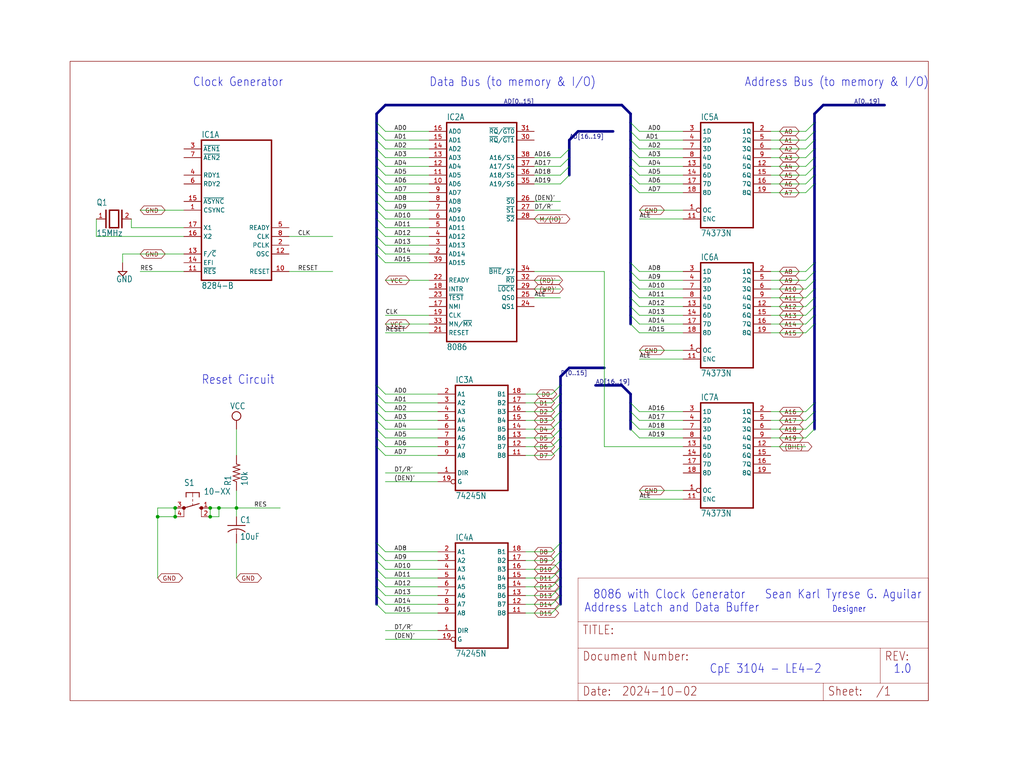
<source format=kicad_sch>
(kicad_sch
	(version 20231120)
	(generator "eeschema")
	(generator_version "8.0")
	(uuid "3e92bf2b-302c-41b3-9b34-a9902c626134")
	(paper "User" 297.002 223.571)
	(lib_symbols
		(symbol "Aguilar_LE4-2-eagle-import:10-XX"
			(exclude_from_sim no)
			(in_bom yes)
			(on_board yes)
			(property "Reference" "S"
				(at -6.35 -2.54 90)
				(effects
					(font
						(size 1.778 1.5113)
					)
					(justify left bottom)
				)
			)
			(property "Value" ""
				(at -3.81 3.175 90)
				(effects
					(font
						(size 1.778 1.5113)
					)
					(justify left bottom)
				)
			)
			(property "Footprint" "Aguilar_LE4-2:B3F-10XX"
				(at 0 0 0)
				(effects
					(font
						(size 1.27 1.27)
					)
					(hide yes)
				)
			)
			(property "Datasheet" ""
				(at 0 0 0)
				(effects
					(font
						(size 1.27 1.27)
					)
					(hide yes)
				)
			)
			(property "Description" "OMRON SWITCH"
				(at 0 0 0)
				(effects
					(font
						(size 1.27 1.27)
					)
					(hide yes)
				)
			)
			(property "ki_locked" ""
				(at 0 0 0)
				(effects
					(font
						(size 1.27 1.27)
					)
				)
			)
			(symbol "10-XX_1_0"
				(circle
					(center 0 -2.54)
					(radius 0.127)
					(stroke
						(width 0.4064)
						(type solid)
					)
					(fill
						(type none)
					)
				)
				(polyline
					(pts
						(xy -4.445 -1.905) (xy -3.175 -1.905)
					)
					(stroke
						(width 0.254)
						(type solid)
					)
					(fill
						(type none)
					)
				)
				(polyline
					(pts
						(xy -4.445 0) (xy -4.445 -1.905)
					)
					(stroke
						(width 0.254)
						(type solid)
					)
					(fill
						(type none)
					)
				)
				(polyline
					(pts
						(xy -4.445 0) (xy -3.175 0)
					)
					(stroke
						(width 0.1524)
						(type solid)
					)
					(fill
						(type none)
					)
				)
				(polyline
					(pts
						(xy -4.445 1.905) (xy -4.445 0)
					)
					(stroke
						(width 0.254)
						(type solid)
					)
					(fill
						(type none)
					)
				)
				(polyline
					(pts
						(xy -4.445 1.905) (xy -3.175 1.905)
					)
					(stroke
						(width 0.254)
						(type solid)
					)
					(fill
						(type none)
					)
				)
				(polyline
					(pts
						(xy -2.54 0) (xy -1.905 0)
					)
					(stroke
						(width 0.1524)
						(type solid)
					)
					(fill
						(type none)
					)
				)
				(polyline
					(pts
						(xy -1.27 0) (xy -0.635 0)
					)
					(stroke
						(width 0.1524)
						(type solid)
					)
					(fill
						(type none)
					)
				)
				(polyline
					(pts
						(xy 0 -2.54) (xy -1.27 1.905)
					)
					(stroke
						(width 0.254)
						(type solid)
					)
					(fill
						(type none)
					)
				)
				(polyline
					(pts
						(xy 0 1.905) (xy 0 2.54)
					)
					(stroke
						(width 0.254)
						(type solid)
					)
					(fill
						(type none)
					)
				)
				(polyline
					(pts
						(xy 2.54 -2.54) (xy 0 -2.54)
					)
					(stroke
						(width 0.1524)
						(type solid)
					)
					(fill
						(type none)
					)
				)
				(polyline
					(pts
						(xy 2.54 2.54) (xy 0 2.54)
					)
					(stroke
						(width 0.1524)
						(type solid)
					)
					(fill
						(type none)
					)
				)
				(circle
					(center 0 2.54)
					(radius 0.127)
					(stroke
						(width 0.4064)
						(type solid)
					)
					(fill
						(type none)
					)
				)
				(pin passive line
					(at 0 5.08 270)
					(length 2.54)
					(name "S"
						(effects
							(font
								(size 0 0)
							)
						)
					)
					(number "1"
						(effects
							(font
								(size 1.27 1.27)
							)
						)
					)
				)
				(pin passive line
					(at 2.54 5.08 270)
					(length 2.54)
					(name "S1"
						(effects
							(font
								(size 0 0)
							)
						)
					)
					(number "2"
						(effects
							(font
								(size 1.27 1.27)
							)
						)
					)
				)
				(pin passive line
					(at 0 -5.08 90)
					(length 2.54)
					(name "P"
						(effects
							(font
								(size 0 0)
							)
						)
					)
					(number "3"
						(effects
							(font
								(size 1.27 1.27)
							)
						)
					)
				)
				(pin passive line
					(at 2.54 -5.08 90)
					(length 2.54)
					(name "P1"
						(effects
							(font
								(size 0 0)
							)
						)
					)
					(number "4"
						(effects
							(font
								(size 1.27 1.27)
							)
						)
					)
				)
			)
		)
		(symbol "Aguilar_LE4-2-eagle-import:74245N"
			(exclude_from_sim no)
			(in_bom yes)
			(on_board yes)
			(property "Reference" "IC"
				(at -0.635 -0.635 0)
				(effects
					(font
						(size 1.778 1.5113)
					)
					(justify left bottom)
				)
			)
			(property "Value" ""
				(at -7.62 -17.78 0)
				(effects
					(font
						(size 1.778 1.5113)
					)
					(justify left bottom)
					(hide yes)
				)
			)
			(property "Footprint" "Aguilar_LE4-2:DIL20"
				(at 0 0 0)
				(effects
					(font
						(size 1.27 1.27)
					)
					(hide yes)
				)
			)
			(property "Datasheet" ""
				(at 0 0 0)
				(effects
					(font
						(size 1.27 1.27)
					)
					(hide yes)
				)
			)
			(property "Description" "Octal BUS TRANSCEIVER, 3-state"
				(at 0 0 0)
				(effects
					(font
						(size 1.27 1.27)
					)
					(hide yes)
				)
			)
			(property "ki_locked" ""
				(at 0 0 0)
				(effects
					(font
						(size 1.27 1.27)
					)
				)
			)
			(symbol "74245N_1_0"
				(polyline
					(pts
						(xy -7.62 -15.24) (xy 7.62 -15.24)
					)
					(stroke
						(width 0.4064)
						(type solid)
					)
					(fill
						(type none)
					)
				)
				(polyline
					(pts
						(xy -7.62 15.24) (xy -7.62 -15.24)
					)
					(stroke
						(width 0.4064)
						(type solid)
					)
					(fill
						(type none)
					)
				)
				(polyline
					(pts
						(xy 7.62 -15.24) (xy 7.62 15.24)
					)
					(stroke
						(width 0.4064)
						(type solid)
					)
					(fill
						(type none)
					)
				)
				(polyline
					(pts
						(xy 7.62 15.24) (xy -7.62 15.24)
					)
					(stroke
						(width 0.4064)
						(type solid)
					)
					(fill
						(type none)
					)
				)
				(pin input line
					(at -12.7 -10.16 0)
					(length 5.08)
					(name "DIR"
						(effects
							(font
								(size 1.27 1.27)
							)
						)
					)
					(number "1"
						(effects
							(font
								(size 1.27 1.27)
							)
						)
					)
				)
				(pin bidirectional line
					(at 12.7 -5.08 180)
					(length 5.08)
					(name "B8"
						(effects
							(font
								(size 1.27 1.27)
							)
						)
					)
					(number "11"
						(effects
							(font
								(size 1.27 1.27)
							)
						)
					)
				)
				(pin bidirectional line
					(at 12.7 -2.54 180)
					(length 5.08)
					(name "B7"
						(effects
							(font
								(size 1.27 1.27)
							)
						)
					)
					(number "12"
						(effects
							(font
								(size 1.27 1.27)
							)
						)
					)
				)
				(pin bidirectional line
					(at 12.7 0 180)
					(length 5.08)
					(name "B6"
						(effects
							(font
								(size 1.27 1.27)
							)
						)
					)
					(number "13"
						(effects
							(font
								(size 1.27 1.27)
							)
						)
					)
				)
				(pin bidirectional line
					(at 12.7 2.54 180)
					(length 5.08)
					(name "B5"
						(effects
							(font
								(size 1.27 1.27)
							)
						)
					)
					(number "14"
						(effects
							(font
								(size 1.27 1.27)
							)
						)
					)
				)
				(pin bidirectional line
					(at 12.7 5.08 180)
					(length 5.08)
					(name "B4"
						(effects
							(font
								(size 1.27 1.27)
							)
						)
					)
					(number "15"
						(effects
							(font
								(size 1.27 1.27)
							)
						)
					)
				)
				(pin bidirectional line
					(at 12.7 7.62 180)
					(length 5.08)
					(name "B3"
						(effects
							(font
								(size 1.27 1.27)
							)
						)
					)
					(number "16"
						(effects
							(font
								(size 1.27 1.27)
							)
						)
					)
				)
				(pin bidirectional line
					(at 12.7 10.16 180)
					(length 5.08)
					(name "B2"
						(effects
							(font
								(size 1.27 1.27)
							)
						)
					)
					(number "17"
						(effects
							(font
								(size 1.27 1.27)
							)
						)
					)
				)
				(pin bidirectional line
					(at 12.7 12.7 180)
					(length 5.08)
					(name "B1"
						(effects
							(font
								(size 1.27 1.27)
							)
						)
					)
					(number "18"
						(effects
							(font
								(size 1.27 1.27)
							)
						)
					)
				)
				(pin input inverted
					(at -12.7 -12.7 0)
					(length 5.08)
					(name "G"
						(effects
							(font
								(size 1.27 1.27)
							)
						)
					)
					(number "19"
						(effects
							(font
								(size 1.27 1.27)
							)
						)
					)
				)
				(pin bidirectional line
					(at -12.7 12.7 0)
					(length 5.08)
					(name "A1"
						(effects
							(font
								(size 1.27 1.27)
							)
						)
					)
					(number "2"
						(effects
							(font
								(size 1.27 1.27)
							)
						)
					)
				)
				(pin bidirectional line
					(at -12.7 10.16 0)
					(length 5.08)
					(name "A2"
						(effects
							(font
								(size 1.27 1.27)
							)
						)
					)
					(number "3"
						(effects
							(font
								(size 1.27 1.27)
							)
						)
					)
				)
				(pin bidirectional line
					(at -12.7 7.62 0)
					(length 5.08)
					(name "A3"
						(effects
							(font
								(size 1.27 1.27)
							)
						)
					)
					(number "4"
						(effects
							(font
								(size 1.27 1.27)
							)
						)
					)
				)
				(pin bidirectional line
					(at -12.7 5.08 0)
					(length 5.08)
					(name "A4"
						(effects
							(font
								(size 1.27 1.27)
							)
						)
					)
					(number "5"
						(effects
							(font
								(size 1.27 1.27)
							)
						)
					)
				)
				(pin bidirectional line
					(at -12.7 2.54 0)
					(length 5.08)
					(name "A5"
						(effects
							(font
								(size 1.27 1.27)
							)
						)
					)
					(number "6"
						(effects
							(font
								(size 1.27 1.27)
							)
						)
					)
				)
				(pin bidirectional line
					(at -12.7 0 0)
					(length 5.08)
					(name "A6"
						(effects
							(font
								(size 1.27 1.27)
							)
						)
					)
					(number "7"
						(effects
							(font
								(size 1.27 1.27)
							)
						)
					)
				)
				(pin bidirectional line
					(at -12.7 -2.54 0)
					(length 5.08)
					(name "A7"
						(effects
							(font
								(size 1.27 1.27)
							)
						)
					)
					(number "8"
						(effects
							(font
								(size 1.27 1.27)
							)
						)
					)
				)
				(pin bidirectional line
					(at -12.7 -5.08 0)
					(length 5.08)
					(name "A8"
						(effects
							(font
								(size 1.27 1.27)
							)
						)
					)
					(number "9"
						(effects
							(font
								(size 1.27 1.27)
							)
						)
					)
				)
			)
			(symbol "74245N_2_0"
				(text "GND"
					(at 1.905 -7.62 900)
					(effects
						(font
							(size 1.27 1.0795)
						)
						(justify left bottom)
					)
				)
				(text "VCC"
					(at 1.905 5.08 900)
					(effects
						(font
							(size 1.27 1.0795)
						)
						(justify left bottom)
					)
				)
				(pin power_in line
					(at 0 -10.16 90)
					(length 7.62)
					(name "GND"
						(effects
							(font
								(size 0 0)
							)
						)
					)
					(number "10"
						(effects
							(font
								(size 1.27 1.27)
							)
						)
					)
				)
				(pin power_in line
					(at 0 10.16 270)
					(length 7.62)
					(name "VCC"
						(effects
							(font
								(size 0 0)
							)
						)
					)
					(number "20"
						(effects
							(font
								(size 1.27 1.27)
							)
						)
					)
				)
			)
		)
		(symbol "Aguilar_LE4-2-eagle-import:74373N"
			(exclude_from_sim no)
			(in_bom yes)
			(on_board yes)
			(property "Reference" "IC"
				(at -0.635 -0.635 0)
				(effects
					(font
						(size 1.778 1.5113)
					)
					(justify left bottom)
				)
			)
			(property "Value" ""
				(at -7.62 -17.78 0)
				(effects
					(font
						(size 1.778 1.5113)
					)
					(justify left bottom)
					(hide yes)
				)
			)
			(property "Footprint" "Aguilar_LE4-2:DIL20"
				(at 0 0 0)
				(effects
					(font
						(size 1.27 1.27)
					)
					(hide yes)
				)
			)
			(property "Datasheet" ""
				(at 0 0 0)
				(effects
					(font
						(size 1.27 1.27)
					)
					(hide yes)
				)
			)
			(property "Description" "Octal D type transparent LATCH, edge triggered"
				(at 0 0 0)
				(effects
					(font
						(size 1.27 1.27)
					)
					(hide yes)
				)
			)
			(property "ki_locked" ""
				(at 0 0 0)
				(effects
					(font
						(size 1.27 1.27)
					)
				)
			)
			(symbol "74373N_1_0"
				(polyline
					(pts
						(xy -7.62 -15.24) (xy 7.62 -15.24)
					)
					(stroke
						(width 0.4064)
						(type solid)
					)
					(fill
						(type none)
					)
				)
				(polyline
					(pts
						(xy -7.62 15.24) (xy -7.62 -15.24)
					)
					(stroke
						(width 0.4064)
						(type solid)
					)
					(fill
						(type none)
					)
				)
				(polyline
					(pts
						(xy 7.62 -15.24) (xy 7.62 15.24)
					)
					(stroke
						(width 0.4064)
						(type solid)
					)
					(fill
						(type none)
					)
				)
				(polyline
					(pts
						(xy 7.62 15.24) (xy -7.62 15.24)
					)
					(stroke
						(width 0.4064)
						(type solid)
					)
					(fill
						(type none)
					)
				)
				(pin input inverted
					(at -12.7 -10.16 0)
					(length 5.08)
					(name "OC"
						(effects
							(font
								(size 1.27 1.27)
							)
						)
					)
					(number "1"
						(effects
							(font
								(size 1.27 1.27)
							)
						)
					)
				)
				(pin input line
					(at -12.7 -12.7 0)
					(length 5.08)
					(name "ENC"
						(effects
							(font
								(size 1.27 1.27)
							)
						)
					)
					(number "11"
						(effects
							(font
								(size 1.27 1.27)
							)
						)
					)
				)
				(pin tri_state line
					(at 12.7 2.54 180)
					(length 5.08)
					(name "5Q"
						(effects
							(font
								(size 1.27 1.27)
							)
						)
					)
					(number "12"
						(effects
							(font
								(size 1.27 1.27)
							)
						)
					)
				)
				(pin input line
					(at -12.7 2.54 0)
					(length 5.08)
					(name "5D"
						(effects
							(font
								(size 1.27 1.27)
							)
						)
					)
					(number "13"
						(effects
							(font
								(size 1.27 1.27)
							)
						)
					)
				)
				(pin input line
					(at -12.7 0 0)
					(length 5.08)
					(name "6D"
						(effects
							(font
								(size 1.27 1.27)
							)
						)
					)
					(number "14"
						(effects
							(font
								(size 1.27 1.27)
							)
						)
					)
				)
				(pin tri_state line
					(at 12.7 0 180)
					(length 5.08)
					(name "6Q"
						(effects
							(font
								(size 1.27 1.27)
							)
						)
					)
					(number "15"
						(effects
							(font
								(size 1.27 1.27)
							)
						)
					)
				)
				(pin tri_state line
					(at 12.7 -2.54 180)
					(length 5.08)
					(name "7Q"
						(effects
							(font
								(size 1.27 1.27)
							)
						)
					)
					(number "16"
						(effects
							(font
								(size 1.27 1.27)
							)
						)
					)
				)
				(pin input line
					(at -12.7 -2.54 0)
					(length 5.08)
					(name "7D"
						(effects
							(font
								(size 1.27 1.27)
							)
						)
					)
					(number "17"
						(effects
							(font
								(size 1.27 1.27)
							)
						)
					)
				)
				(pin input line
					(at -12.7 -5.08 0)
					(length 5.08)
					(name "8D"
						(effects
							(font
								(size 1.27 1.27)
							)
						)
					)
					(number "18"
						(effects
							(font
								(size 1.27 1.27)
							)
						)
					)
				)
				(pin tri_state line
					(at 12.7 -5.08 180)
					(length 5.08)
					(name "8Q"
						(effects
							(font
								(size 1.27 1.27)
							)
						)
					)
					(number "19"
						(effects
							(font
								(size 1.27 1.27)
							)
						)
					)
				)
				(pin tri_state line
					(at 12.7 12.7 180)
					(length 5.08)
					(name "1Q"
						(effects
							(font
								(size 1.27 1.27)
							)
						)
					)
					(number "2"
						(effects
							(font
								(size 1.27 1.27)
							)
						)
					)
				)
				(pin input line
					(at -12.7 12.7 0)
					(length 5.08)
					(name "1D"
						(effects
							(font
								(size 1.27 1.27)
							)
						)
					)
					(number "3"
						(effects
							(font
								(size 1.27 1.27)
							)
						)
					)
				)
				(pin input line
					(at -12.7 10.16 0)
					(length 5.08)
					(name "2D"
						(effects
							(font
								(size 1.27 1.27)
							)
						)
					)
					(number "4"
						(effects
							(font
								(size 1.27 1.27)
							)
						)
					)
				)
				(pin tri_state line
					(at 12.7 10.16 180)
					(length 5.08)
					(name "2Q"
						(effects
							(font
								(size 1.27 1.27)
							)
						)
					)
					(number "5"
						(effects
							(font
								(size 1.27 1.27)
							)
						)
					)
				)
				(pin tri_state line
					(at 12.7 7.62 180)
					(length 5.08)
					(name "3Q"
						(effects
							(font
								(size 1.27 1.27)
							)
						)
					)
					(number "6"
						(effects
							(font
								(size 1.27 1.27)
							)
						)
					)
				)
				(pin input line
					(at -12.7 7.62 0)
					(length 5.08)
					(name "3D"
						(effects
							(font
								(size 1.27 1.27)
							)
						)
					)
					(number "7"
						(effects
							(font
								(size 1.27 1.27)
							)
						)
					)
				)
				(pin input line
					(at -12.7 5.08 0)
					(length 5.08)
					(name "4D"
						(effects
							(font
								(size 1.27 1.27)
							)
						)
					)
					(number "8"
						(effects
							(font
								(size 1.27 1.27)
							)
						)
					)
				)
				(pin tri_state line
					(at 12.7 5.08 180)
					(length 5.08)
					(name "4Q"
						(effects
							(font
								(size 1.27 1.27)
							)
						)
					)
					(number "9"
						(effects
							(font
								(size 1.27 1.27)
							)
						)
					)
				)
			)
			(symbol "74373N_2_0"
				(text "GND"
					(at 1.905 -7.62 900)
					(effects
						(font
							(size 1.27 1.0795)
						)
						(justify left bottom)
					)
				)
				(text "VCC"
					(at 1.905 5.08 900)
					(effects
						(font
							(size 1.27 1.0795)
						)
						(justify left bottom)
					)
				)
				(pin power_in line
					(at 0 -10.16 90)
					(length 7.62)
					(name "GND"
						(effects
							(font
								(size 0 0)
							)
						)
					)
					(number "10"
						(effects
							(font
								(size 1.27 1.27)
							)
						)
					)
				)
				(pin power_in line
					(at 0 10.16 270)
					(length 7.62)
					(name "VCC"
						(effects
							(font
								(size 0 0)
							)
						)
					)
					(number "20"
						(effects
							(font
								(size 1.27 1.27)
							)
						)
					)
				)
			)
		)
		(symbol "Aguilar_LE4-2-eagle-import:8086"
			(exclude_from_sim no)
			(in_bom yes)
			(on_board yes)
			(property "Reference" "IC"
				(at -1.27 -0.635 0)
				(effects
					(font
						(size 1.778 1.5113)
					)
					(justify left bottom)
				)
			)
			(property "Value" ""
				(at -10.16 -40.64 0)
				(effects
					(font
						(size 1.778 1.5113)
					)
					(justify left bottom)
					(hide yes)
				)
			)
			(property "Footprint" "Aguilar_LE4-2:DIL40"
				(at 0 0 0)
				(effects
					(font
						(size 1.27 1.27)
					)
					(hide yes)
				)
			)
			(property "Datasheet" ""
				(at 0 0 0)
				(effects
					(font
						(size 1.27 1.27)
					)
					(hide yes)
				)
			)
			(property "Description" "MICROPROCESSOR/PERIPHERAL DEVICE"
				(at 0 0 0)
				(effects
					(font
						(size 1.27 1.27)
					)
					(hide yes)
				)
			)
			(property "ki_locked" ""
				(at 0 0 0)
				(effects
					(font
						(size 1.27 1.27)
					)
				)
			)
			(symbol "8086_1_0"
				(polyline
					(pts
						(xy -10.16 -38.1) (xy -10.16 25.4)
					)
					(stroke
						(width 0.4064)
						(type solid)
					)
					(fill
						(type none)
					)
				)
				(polyline
					(pts
						(xy -10.16 25.4) (xy 10.16 25.4)
					)
					(stroke
						(width 0.4064)
						(type solid)
					)
					(fill
						(type none)
					)
				)
				(polyline
					(pts
						(xy 10.16 -38.1) (xy -10.16 -38.1)
					)
					(stroke
						(width 0.4064)
						(type solid)
					)
					(fill
						(type none)
					)
				)
				(polyline
					(pts
						(xy 10.16 25.4) (xy 10.16 -38.1)
					)
					(stroke
						(width 0.4064)
						(type solid)
					)
					(fill
						(type none)
					)
				)
				(pin bidirectional line
					(at -15.24 7.62 0)
					(length 5.08)
					(name "AD6"
						(effects
							(font
								(size 1.27 1.27)
							)
						)
					)
					(number "10"
						(effects
							(font
								(size 1.27 1.27)
							)
						)
					)
				)
				(pin bidirectional line
					(at -15.24 10.16 0)
					(length 5.08)
					(name "AD5"
						(effects
							(font
								(size 1.27 1.27)
							)
						)
					)
					(number "11"
						(effects
							(font
								(size 1.27 1.27)
							)
						)
					)
				)
				(pin bidirectional line
					(at -15.24 12.7 0)
					(length 5.08)
					(name "AD4"
						(effects
							(font
								(size 1.27 1.27)
							)
						)
					)
					(number "12"
						(effects
							(font
								(size 1.27 1.27)
							)
						)
					)
				)
				(pin bidirectional line
					(at -15.24 15.24 0)
					(length 5.08)
					(name "AD3"
						(effects
							(font
								(size 1.27 1.27)
							)
						)
					)
					(number "13"
						(effects
							(font
								(size 1.27 1.27)
							)
						)
					)
				)
				(pin bidirectional line
					(at -15.24 17.78 0)
					(length 5.08)
					(name "AD2"
						(effects
							(font
								(size 1.27 1.27)
							)
						)
					)
					(number "14"
						(effects
							(font
								(size 1.27 1.27)
							)
						)
					)
				)
				(pin bidirectional line
					(at -15.24 20.32 0)
					(length 5.08)
					(name "AD1"
						(effects
							(font
								(size 1.27 1.27)
							)
						)
					)
					(number "15"
						(effects
							(font
								(size 1.27 1.27)
							)
						)
					)
				)
				(pin bidirectional line
					(at -15.24 22.86 0)
					(length 5.08)
					(name "AD0"
						(effects
							(font
								(size 1.27 1.27)
							)
						)
					)
					(number "16"
						(effects
							(font
								(size 1.27 1.27)
							)
						)
					)
				)
				(pin input line
					(at -15.24 -27.94 0)
					(length 5.08)
					(name "NMI"
						(effects
							(font
								(size 1.27 1.27)
							)
						)
					)
					(number "17"
						(effects
							(font
								(size 1.27 1.27)
							)
						)
					)
				)
				(pin input line
					(at -15.24 -22.86 0)
					(length 5.08)
					(name "INTR"
						(effects
							(font
								(size 1.27 1.27)
							)
						)
					)
					(number "18"
						(effects
							(font
								(size 1.27 1.27)
							)
						)
					)
				)
				(pin input line
					(at -15.24 -30.48 0)
					(length 5.08)
					(name "CLK"
						(effects
							(font
								(size 1.27 1.27)
							)
						)
					)
					(number "19"
						(effects
							(font
								(size 1.27 1.27)
							)
						)
					)
				)
				(pin bidirectional line
					(at -15.24 -12.7 0)
					(length 5.08)
					(name "AD14"
						(effects
							(font
								(size 1.27 1.27)
							)
						)
					)
					(number "2"
						(effects
							(font
								(size 1.27 1.27)
							)
						)
					)
				)
				(pin input line
					(at -15.24 -35.56 0)
					(length 5.08)
					(name "RESET"
						(effects
							(font
								(size 1.27 1.27)
							)
						)
					)
					(number "21"
						(effects
							(font
								(size 1.27 1.27)
							)
						)
					)
				)
				(pin input line
					(at -15.24 -20.32 0)
					(length 5.08)
					(name "READY"
						(effects
							(font
								(size 1.27 1.27)
							)
						)
					)
					(number "22"
						(effects
							(font
								(size 1.27 1.27)
							)
						)
					)
				)
				(pin input line
					(at -15.24 -25.4 0)
					(length 5.08)
					(name "~{TEST}"
						(effects
							(font
								(size 1.27 1.27)
							)
						)
					)
					(number "23"
						(effects
							(font
								(size 1.27 1.27)
							)
						)
					)
				)
				(pin output line
					(at 15.24 -27.94 180)
					(length 5.08)
					(name "QS1"
						(effects
							(font
								(size 1.27 1.27)
							)
						)
					)
					(number "24"
						(effects
							(font
								(size 1.27 1.27)
							)
						)
					)
				)
				(pin output line
					(at 15.24 -25.4 180)
					(length 5.08)
					(name "QS0"
						(effects
							(font
								(size 1.27 1.27)
							)
						)
					)
					(number "25"
						(effects
							(font
								(size 1.27 1.27)
							)
						)
					)
				)
				(pin output line
					(at 15.24 2.54 180)
					(length 5.08)
					(name "~{S0}"
						(effects
							(font
								(size 1.27 1.27)
							)
						)
					)
					(number "26"
						(effects
							(font
								(size 1.27 1.27)
							)
						)
					)
				)
				(pin output line
					(at 15.24 0 180)
					(length 5.08)
					(name "~{S1}"
						(effects
							(font
								(size 1.27 1.27)
							)
						)
					)
					(number "27"
						(effects
							(font
								(size 1.27 1.27)
							)
						)
					)
				)
				(pin output line
					(at 15.24 -2.54 180)
					(length 5.08)
					(name "~{S2}"
						(effects
							(font
								(size 1.27 1.27)
							)
						)
					)
					(number "28"
						(effects
							(font
								(size 1.27 1.27)
							)
						)
					)
				)
				(pin output line
					(at 15.24 -22.86 180)
					(length 5.08)
					(name "~{LOCK}"
						(effects
							(font
								(size 1.27 1.27)
							)
						)
					)
					(number "29"
						(effects
							(font
								(size 1.27 1.27)
							)
						)
					)
				)
				(pin bidirectional line
					(at -15.24 -10.16 0)
					(length 5.08)
					(name "AD13"
						(effects
							(font
								(size 1.27 1.27)
							)
						)
					)
					(number "3"
						(effects
							(font
								(size 1.27 1.27)
							)
						)
					)
				)
				(pin bidirectional line
					(at 15.24 20.32 180)
					(length 5.08)
					(name "~{RQ}/~{GT1}"
						(effects
							(font
								(size 1.27 1.27)
							)
						)
					)
					(number "30"
						(effects
							(font
								(size 1.27 1.27)
							)
						)
					)
				)
				(pin bidirectional line
					(at 15.24 22.86 180)
					(length 5.08)
					(name "~{RQ}/~{GT0}"
						(effects
							(font
								(size 1.27 1.27)
							)
						)
					)
					(number "31"
						(effects
							(font
								(size 1.27 1.27)
							)
						)
					)
				)
				(pin output line
					(at 15.24 -20.32 180)
					(length 5.08)
					(name "~{RD}"
						(effects
							(font
								(size 1.27 1.27)
							)
						)
					)
					(number "32"
						(effects
							(font
								(size 1.27 1.27)
							)
						)
					)
				)
				(pin input line
					(at -15.24 -33.02 0)
					(length 5.08)
					(name "MN/~{MX}"
						(effects
							(font
								(size 1.27 1.27)
							)
						)
					)
					(number "33"
						(effects
							(font
								(size 1.27 1.27)
							)
						)
					)
				)
				(pin output line
					(at 15.24 -17.78 180)
					(length 5.08)
					(name "~{BHE}/S7"
						(effects
							(font
								(size 1.27 1.27)
							)
						)
					)
					(number "34"
						(effects
							(font
								(size 1.27 1.27)
							)
						)
					)
				)
				(pin output line
					(at 15.24 7.62 180)
					(length 5.08)
					(name "A19/S6"
						(effects
							(font
								(size 1.27 1.27)
							)
						)
					)
					(number "35"
						(effects
							(font
								(size 1.27 1.27)
							)
						)
					)
				)
				(pin output line
					(at 15.24 10.16 180)
					(length 5.08)
					(name "A18/S5"
						(effects
							(font
								(size 1.27 1.27)
							)
						)
					)
					(number "36"
						(effects
							(font
								(size 1.27 1.27)
							)
						)
					)
				)
				(pin output line
					(at 15.24 12.7 180)
					(length 5.08)
					(name "A17/S4"
						(effects
							(font
								(size 1.27 1.27)
							)
						)
					)
					(number "37"
						(effects
							(font
								(size 1.27 1.27)
							)
						)
					)
				)
				(pin output line
					(at 15.24 15.24 180)
					(length 5.08)
					(name "A16/S3"
						(effects
							(font
								(size 1.27 1.27)
							)
						)
					)
					(number "38"
						(effects
							(font
								(size 1.27 1.27)
							)
						)
					)
				)
				(pin bidirectional line
					(at -15.24 -15.24 0)
					(length 5.08)
					(name "AD15"
						(effects
							(font
								(size 1.27 1.27)
							)
						)
					)
					(number "39"
						(effects
							(font
								(size 1.27 1.27)
							)
						)
					)
				)
				(pin bidirectional line
					(at -15.24 -7.62 0)
					(length 5.08)
					(name "AD12"
						(effects
							(font
								(size 1.27 1.27)
							)
						)
					)
					(number "4"
						(effects
							(font
								(size 1.27 1.27)
							)
						)
					)
				)
				(pin bidirectional line
					(at -15.24 -5.08 0)
					(length 5.08)
					(name "AD11"
						(effects
							(font
								(size 1.27 1.27)
							)
						)
					)
					(number "5"
						(effects
							(font
								(size 1.27 1.27)
							)
						)
					)
				)
				(pin bidirectional line
					(at -15.24 -2.54 0)
					(length 5.08)
					(name "AD10"
						(effects
							(font
								(size 1.27 1.27)
							)
						)
					)
					(number "6"
						(effects
							(font
								(size 1.27 1.27)
							)
						)
					)
				)
				(pin bidirectional line
					(at -15.24 0 0)
					(length 5.08)
					(name "AD9"
						(effects
							(font
								(size 1.27 1.27)
							)
						)
					)
					(number "7"
						(effects
							(font
								(size 1.27 1.27)
							)
						)
					)
				)
				(pin bidirectional line
					(at -15.24 2.54 0)
					(length 5.08)
					(name "AD8"
						(effects
							(font
								(size 1.27 1.27)
							)
						)
					)
					(number "8"
						(effects
							(font
								(size 1.27 1.27)
							)
						)
					)
				)
				(pin bidirectional line
					(at -15.24 5.08 0)
					(length 5.08)
					(name "AD7"
						(effects
							(font
								(size 1.27 1.27)
							)
						)
					)
					(number "9"
						(effects
							(font
								(size 1.27 1.27)
							)
						)
					)
				)
			)
			(symbol "8086_2_0"
				(text "GND"
					(at 4.445 -5.842 900)
					(effects
						(font
							(size 1.27 1.0795)
						)
						(justify left bottom)
					)
				)
				(text "VCC"
					(at 1.905 2.667 900)
					(effects
						(font
							(size 1.27 1.0795)
						)
						(justify left bottom)
					)
				)
				(pin power_in line
					(at 2.54 -7.62 90)
					(length 5.08)
					(name "GND@1"
						(effects
							(font
								(size 0 0)
							)
						)
					)
					(number "1"
						(effects
							(font
								(size 1.27 1.27)
							)
						)
					)
				)
				(pin power_in line
					(at 0 -7.62 90)
					(length 5.08)
					(name "GND"
						(effects
							(font
								(size 0 0)
							)
						)
					)
					(number "20"
						(effects
							(font
								(size 1.27 1.27)
							)
						)
					)
				)
				(pin power_in line
					(at 0 7.62 270)
					(length 5.08)
					(name "VCC"
						(effects
							(font
								(size 0 0)
							)
						)
					)
					(number "40"
						(effects
							(font
								(size 1.27 1.27)
							)
						)
					)
				)
			)
		)
		(symbol "Aguilar_LE4-2-eagle-import:8284-B"
			(exclude_from_sim no)
			(in_bom yes)
			(on_board yes)
			(property "Reference" "IC"
				(at -0.635 -0.635 0)
				(effects
					(font
						(size 1.778 1.5113)
					)
					(justify left bottom)
				)
			)
			(property "Value" ""
				(at -10.16 -25.4 0)
				(effects
					(font
						(size 1.778 1.5113)
					)
					(justify left bottom)
					(hide yes)
				)
			)
			(property "Footprint" "Aguilar_LE4-2:DIL18"
				(at 0 0 0)
				(effects
					(font
						(size 1.27 1.27)
					)
					(hide yes)
				)
			)
			(property "Datasheet" ""
				(at 0 0 0)
				(effects
					(font
						(size 1.27 1.27)
					)
					(hide yes)
				)
			)
			(property "Description" "MICROPROCESSOR/PERIPHERAL DEVICE"
				(at 0 0 0)
				(effects
					(font
						(size 1.27 1.27)
					)
					(hide yes)
				)
			)
			(property "ki_locked" ""
				(at 0 0 0)
				(effects
					(font
						(size 1.27 1.27)
					)
				)
			)
			(symbol "8284-B_1_0"
				(polyline
					(pts
						(xy -10.16 -22.86) (xy 10.16 -22.86)
					)
					(stroke
						(width 0.4064)
						(type solid)
					)
					(fill
						(type none)
					)
				)
				(polyline
					(pts
						(xy -10.16 17.78) (xy -10.16 -22.86)
					)
					(stroke
						(width 0.4064)
						(type solid)
					)
					(fill
						(type none)
					)
				)
				(polyline
					(pts
						(xy 10.16 -22.86) (xy 10.16 17.78)
					)
					(stroke
						(width 0.4064)
						(type solid)
					)
					(fill
						(type none)
					)
				)
				(polyline
					(pts
						(xy 10.16 17.78) (xy -10.16 17.78)
					)
					(stroke
						(width 0.4064)
						(type solid)
					)
					(fill
						(type none)
					)
				)
				(pin input line
					(at -15.24 -2.54 0)
					(length 5.08)
					(name "CSYNC"
						(effects
							(font
								(size 1.27 1.27)
							)
						)
					)
					(number "1"
						(effects
							(font
								(size 1.27 1.27)
							)
						)
					)
				)
				(pin output line
					(at 15.24 -20.32 180)
					(length 5.08)
					(name "RESET"
						(effects
							(font
								(size 1.27 1.27)
							)
						)
					)
					(number "10"
						(effects
							(font
								(size 1.27 1.27)
							)
						)
					)
				)
				(pin input line
					(at -15.24 -20.32 0)
					(length 5.08)
					(name "~{RES}"
						(effects
							(font
								(size 1.27 1.27)
							)
						)
					)
					(number "11"
						(effects
							(font
								(size 1.27 1.27)
							)
						)
					)
				)
				(pin output line
					(at 15.24 -15.24 180)
					(length 5.08)
					(name "OSC"
						(effects
							(font
								(size 1.27 1.27)
							)
						)
					)
					(number "12"
						(effects
							(font
								(size 1.27 1.27)
							)
						)
					)
				)
				(pin input line
					(at -15.24 -15.24 0)
					(length 5.08)
					(name "F/~{C}"
						(effects
							(font
								(size 1.27 1.27)
							)
						)
					)
					(number "13"
						(effects
							(font
								(size 1.27 1.27)
							)
						)
					)
				)
				(pin input line
					(at -15.24 -17.78 0)
					(length 5.08)
					(name "EFI"
						(effects
							(font
								(size 1.27 1.27)
							)
						)
					)
					(number "14"
						(effects
							(font
								(size 1.27 1.27)
							)
						)
					)
				)
				(pin input line
					(at -15.24 0 0)
					(length 5.08)
					(name "~{ASYNC}"
						(effects
							(font
								(size 1.27 1.27)
							)
						)
					)
					(number "15"
						(effects
							(font
								(size 1.27 1.27)
							)
						)
					)
				)
				(pin input line
					(at -15.24 -10.16 0)
					(length 5.08)
					(name "X2"
						(effects
							(font
								(size 1.27 1.27)
							)
						)
					)
					(number "16"
						(effects
							(font
								(size 1.27 1.27)
							)
						)
					)
				)
				(pin input line
					(at -15.24 -7.62 0)
					(length 5.08)
					(name "X1"
						(effects
							(font
								(size 1.27 1.27)
							)
						)
					)
					(number "17"
						(effects
							(font
								(size 1.27 1.27)
							)
						)
					)
				)
				(pin output line
					(at 15.24 -12.7 180)
					(length 5.08)
					(name "PCLK"
						(effects
							(font
								(size 1.27 1.27)
							)
						)
					)
					(number "2"
						(effects
							(font
								(size 1.27 1.27)
							)
						)
					)
				)
				(pin input line
					(at -15.24 15.24 0)
					(length 5.08)
					(name "~{AEN1}"
						(effects
							(font
								(size 1.27 1.27)
							)
						)
					)
					(number "3"
						(effects
							(font
								(size 1.27 1.27)
							)
						)
					)
				)
				(pin input line
					(at -15.24 7.62 0)
					(length 5.08)
					(name "RDY1"
						(effects
							(font
								(size 1.27 1.27)
							)
						)
					)
					(number "4"
						(effects
							(font
								(size 1.27 1.27)
							)
						)
					)
				)
				(pin output line
					(at 15.24 -7.62 180)
					(length 5.08)
					(name "READY"
						(effects
							(font
								(size 1.27 1.27)
							)
						)
					)
					(number "5"
						(effects
							(font
								(size 1.27 1.27)
							)
						)
					)
				)
				(pin input line
					(at -15.24 5.08 0)
					(length 5.08)
					(name "RDY2"
						(effects
							(font
								(size 1.27 1.27)
							)
						)
					)
					(number "6"
						(effects
							(font
								(size 1.27 1.27)
							)
						)
					)
				)
				(pin input line
					(at -15.24 12.7 0)
					(length 5.08)
					(name "~{AEN2}"
						(effects
							(font
								(size 1.27 1.27)
							)
						)
					)
					(number "7"
						(effects
							(font
								(size 1.27 1.27)
							)
						)
					)
				)
				(pin output line
					(at 15.24 -10.16 180)
					(length 5.08)
					(name "CLK"
						(effects
							(font
								(size 1.27 1.27)
							)
						)
					)
					(number "8"
						(effects
							(font
								(size 1.27 1.27)
							)
						)
					)
				)
			)
			(symbol "8284-B_2_0"
				(text "GND"
					(at 1.905 -5.588 900)
					(effects
						(font
							(size 1.27 1.0795)
						)
						(justify left bottom)
					)
				)
				(text "VCC"
					(at 1.905 2.413 900)
					(effects
						(font
							(size 1.27 1.0795)
						)
						(justify left bottom)
					)
				)
				(pin power_in line
					(at 0 7.62 270)
					(length 5.08)
					(name "VCC"
						(effects
							(font
								(size 0 0)
							)
						)
					)
					(number "18"
						(effects
							(font
								(size 1.27 1.27)
							)
						)
					)
				)
				(pin power_in line
					(at 0 -7.62 90)
					(length 5.08)
					(name "GND"
						(effects
							(font
								(size 0 0)
							)
						)
					)
					(number "9"
						(effects
							(font
								(size 1.27 1.27)
							)
						)
					)
				)
			)
		)
		(symbol "Aguilar_LE4-2-eagle-import:C-US025-025X050"
			(exclude_from_sim no)
			(in_bom yes)
			(on_board yes)
			(property "Reference" "C"
				(at 1.016 0.635 0)
				(effects
					(font
						(size 1.778 1.5113)
					)
					(justify left bottom)
				)
			)
			(property "Value" ""
				(at 1.016 -4.191 0)
				(effects
					(font
						(size 1.778 1.5113)
					)
					(justify left bottom)
				)
			)
			(property "Footprint" "Aguilar_LE4-2:C025-025X050"
				(at 0 0 0)
				(effects
					(font
						(size 1.27 1.27)
					)
					(hide yes)
				)
			)
			(property "Datasheet" ""
				(at 0 0 0)
				(effects
					(font
						(size 1.27 1.27)
					)
					(hide yes)
				)
			)
			(property "Description" "CAPACITOR, American symbol"
				(at 0 0 0)
				(effects
					(font
						(size 1.27 1.27)
					)
					(hide yes)
				)
			)
			(property "ki_locked" ""
				(at 0 0 0)
				(effects
					(font
						(size 1.27 1.27)
					)
				)
			)
			(symbol "C-US025-025X050_1_0"
				(arc
					(start 0 -1.0161)
					(mid -1.302 -1.2303)
					(end -2.4668 -1.8504)
					(stroke
						(width 0.254)
						(type solid)
					)
					(fill
						(type none)
					)
				)
				(polyline
					(pts
						(xy -2.54 0) (xy 2.54 0)
					)
					(stroke
						(width 0.254)
						(type solid)
					)
					(fill
						(type none)
					)
				)
				(polyline
					(pts
						(xy 0 -1.016) (xy 0 -2.54)
					)
					(stroke
						(width 0.1524)
						(type solid)
					)
					(fill
						(type none)
					)
				)
				(arc
					(start 2.4892 -1.8541)
					(mid 1.3158 -1.2194)
					(end 0 -1)
					(stroke
						(width 0.254)
						(type solid)
					)
					(fill
						(type none)
					)
				)
				(pin passive line
					(at 0 2.54 270)
					(length 2.54)
					(name "1"
						(effects
							(font
								(size 0 0)
							)
						)
					)
					(number "1"
						(effects
							(font
								(size 0 0)
							)
						)
					)
				)
				(pin passive line
					(at 0 -5.08 90)
					(length 2.54)
					(name "2"
						(effects
							(font
								(size 0 0)
							)
						)
					)
					(number "2"
						(effects
							(font
								(size 0 0)
							)
						)
					)
				)
			)
		)
		(symbol "Aguilar_LE4-2-eagle-import:GND"
			(power)
			(exclude_from_sim no)
			(in_bom yes)
			(on_board yes)
			(property "Reference" "#SUPPLY"
				(at 0 0 0)
				(effects
					(font
						(size 1.27 1.27)
					)
					(hide yes)
				)
			)
			(property "Value" ""
				(at -1.905 -3.175 0)
				(effects
					(font
						(size 1.778 1.5113)
					)
					(justify left bottom)
				)
			)
			(property "Footprint" ""
				(at 0 0 0)
				(effects
					(font
						(size 1.27 1.27)
					)
					(hide yes)
				)
			)
			(property "Datasheet" ""
				(at 0 0 0)
				(effects
					(font
						(size 1.27 1.27)
					)
					(hide yes)
				)
			)
			(property "Description" "SUPPLY SYMBOL"
				(at 0 0 0)
				(effects
					(font
						(size 1.27 1.27)
					)
					(hide yes)
				)
			)
			(property "ki_locked" ""
				(at 0 0 0)
				(effects
					(font
						(size 1.27 1.27)
					)
				)
			)
			(symbol "GND_1_0"
				(polyline
					(pts
						(xy -1.27 0) (xy 1.27 0)
					)
					(stroke
						(width 0.254)
						(type solid)
					)
					(fill
						(type none)
					)
				)
				(polyline
					(pts
						(xy 0 -1.27) (xy -1.27 0)
					)
					(stroke
						(width 0.254)
						(type solid)
					)
					(fill
						(type none)
					)
				)
				(polyline
					(pts
						(xy 1.27 0) (xy 0 -1.27)
					)
					(stroke
						(width 0.254)
						(type solid)
					)
					(fill
						(type none)
					)
				)
				(pin power_in line
					(at 0 2.54 270)
					(length 2.54)
					(name "GND"
						(effects
							(font
								(size 0 0)
							)
						)
					)
					(number "1"
						(effects
							(font
								(size 0 0)
							)
						)
					)
				)
			)
		)
		(symbol "Aguilar_LE4-2-eagle-import:LETTER_L"
			(exclude_from_sim no)
			(in_bom yes)
			(on_board yes)
			(property "Reference" "#FRAME1"
				(at 0 0 0)
				(effects
					(font
						(size 1.27 1.27)
					)
					(hide yes)
				)
			)
			(property "Value" "LETTER_L"
				(at 0 0 0)
				(effects
					(font
						(size 1.27 1.27)
					)
					(hide yes)
				)
			)
			(property "Footprint" ""
				(at 0 0 0)
				(effects
					(font
						(size 1.27 1.27)
					)
					(hide yes)
				)
			)
			(property "Datasheet" ""
				(at 0 0 0)
				(effects
					(font
						(size 1.27 1.27)
					)
					(hide yes)
				)
			)
			(property "Description" ""
				(at 0 0 0)
				(effects
					(font
						(size 1.27 1.27)
					)
					(hide yes)
				)
			)
			(property "ki_locked" ""
				(at 0 0 0)
				(effects
					(font
						(size 1.27 1.27)
					)
				)
			)
			(symbol "LETTER_L_1_0"
				(polyline
					(pts
						(xy 0 0) (xy 248.92 0) (xy 248.92 185.42) (xy 0 185.42) (xy 0 0)
					)
					(stroke
						(width 0)
						(type default)
					)
					(fill
						(type none)
					)
				)
			)
			(symbol "LETTER_L_2_0"
				(polyline
					(pts
						(xy 0 0) (xy 0 5.08)
					)
					(stroke
						(width 0.1016)
						(type solid)
					)
					(fill
						(type none)
					)
				)
				(polyline
					(pts
						(xy 0 0) (xy 71.12 0)
					)
					(stroke
						(width 0.1016)
						(type solid)
					)
					(fill
						(type none)
					)
				)
				(polyline
					(pts
						(xy 0 5.08) (xy 0 15.24)
					)
					(stroke
						(width 0.1016)
						(type solid)
					)
					(fill
						(type none)
					)
				)
				(polyline
					(pts
						(xy 0 5.08) (xy 71.12 5.08)
					)
					(stroke
						(width 0.1016)
						(type solid)
					)
					(fill
						(type none)
					)
				)
				(polyline
					(pts
						(xy 0 15.24) (xy 0 22.86)
					)
					(stroke
						(width 0.1016)
						(type solid)
					)
					(fill
						(type none)
					)
				)
				(polyline
					(pts
						(xy 0 22.86) (xy 0 35.56)
					)
					(stroke
						(width 0.1016)
						(type solid)
					)
					(fill
						(type none)
					)
				)
				(polyline
					(pts
						(xy 0 22.86) (xy 101.6 22.86)
					)
					(stroke
						(width 0.1016)
						(type solid)
					)
					(fill
						(type none)
					)
				)
				(polyline
					(pts
						(xy 71.12 0) (xy 101.6 0)
					)
					(stroke
						(width 0.1016)
						(type solid)
					)
					(fill
						(type none)
					)
				)
				(polyline
					(pts
						(xy 71.12 5.08) (xy 71.12 0)
					)
					(stroke
						(width 0.1016)
						(type solid)
					)
					(fill
						(type none)
					)
				)
				(polyline
					(pts
						(xy 71.12 5.08) (xy 87.63 5.08)
					)
					(stroke
						(width 0.1016)
						(type solid)
					)
					(fill
						(type none)
					)
				)
				(polyline
					(pts
						(xy 87.63 5.08) (xy 101.6 5.08)
					)
					(stroke
						(width 0.1016)
						(type solid)
					)
					(fill
						(type none)
					)
				)
				(polyline
					(pts
						(xy 87.63 15.24) (xy 0 15.24)
					)
					(stroke
						(width 0.1016)
						(type solid)
					)
					(fill
						(type none)
					)
				)
				(polyline
					(pts
						(xy 87.63 15.24) (xy 87.63 5.08)
					)
					(stroke
						(width 0.1016)
						(type solid)
					)
					(fill
						(type none)
					)
				)
				(polyline
					(pts
						(xy 101.6 5.08) (xy 101.6 0)
					)
					(stroke
						(width 0.1016)
						(type solid)
					)
					(fill
						(type none)
					)
				)
				(polyline
					(pts
						(xy 101.6 15.24) (xy 87.63 15.24)
					)
					(stroke
						(width 0.1016)
						(type solid)
					)
					(fill
						(type none)
					)
				)
				(polyline
					(pts
						(xy 101.6 15.24) (xy 101.6 5.08)
					)
					(stroke
						(width 0.1016)
						(type solid)
					)
					(fill
						(type none)
					)
				)
				(polyline
					(pts
						(xy 101.6 22.86) (xy 101.6 15.24)
					)
					(stroke
						(width 0.1016)
						(type solid)
					)
					(fill
						(type none)
					)
				)
				(polyline
					(pts
						(xy 101.6 35.56) (xy 0 35.56)
					)
					(stroke
						(width 0.1016)
						(type solid)
					)
					(fill
						(type none)
					)
				)
				(polyline
					(pts
						(xy 101.6 35.56) (xy 101.6 22.86)
					)
					(stroke
						(width 0.1016)
						(type solid)
					)
					(fill
						(type none)
					)
				)
				(text "${#}/${##}"
					(at 86.36 1.27 0)
					(effects
						(font
							(size 2.54 2.159)
						)
						(justify left bottom)
					)
				)
				(text "${PROJECTNAME}"
					(at 17.78 19.05 0)
					(effects
						(font
							(size 2.54 2.159)
						)
						(justify left bottom)
					)
				)
				(text "2024-10-02"
					(at 12.7 1.27 0)
					(effects
						(font
							(size 2.54 2.159)
						)
						(justify left bottom)
					)
				)
				(text "Date:"
					(at 1.27 1.27 0)
					(effects
						(font
							(size 2.54 2.159)
						)
						(justify left bottom)
					)
				)
				(text "Document Number:"
					(at 1.27 11.43 0)
					(effects
						(font
							(size 2.54 2.159)
						)
						(justify left bottom)
					)
				)
				(text "REV:"
					(at 88.9 11.43 0)
					(effects
						(font
							(size 2.54 2.159)
						)
						(justify left bottom)
					)
				)
				(text "Sheet:"
					(at 72.39 1.27 0)
					(effects
						(font
							(size 2.54 2.159)
						)
						(justify left bottom)
					)
				)
				(text "TITLE:"
					(at 1.27 19.05 0)
					(effects
						(font
							(size 2.54 2.159)
						)
						(justify left bottom)
					)
				)
			)
		)
		(symbol "Aguilar_LE4-2-eagle-import:R-US_0204/7"
			(exclude_from_sim no)
			(in_bom yes)
			(on_board yes)
			(property "Reference" "R"
				(at -3.81 1.4986 0)
				(effects
					(font
						(size 1.778 1.5113)
					)
					(justify left bottom)
				)
			)
			(property "Value" ""
				(at -3.81 -3.302 0)
				(effects
					(font
						(size 1.778 1.5113)
					)
					(justify left bottom)
				)
			)
			(property "Footprint" "Aguilar_LE4-2:0204_7"
				(at 0 0 0)
				(effects
					(font
						(size 1.27 1.27)
					)
					(hide yes)
				)
			)
			(property "Datasheet" ""
				(at 0 0 0)
				(effects
					(font
						(size 1.27 1.27)
					)
					(hide yes)
				)
			)
			(property "Description" "RESISTOR, American symbol"
				(at 0 0 0)
				(effects
					(font
						(size 1.27 1.27)
					)
					(hide yes)
				)
			)
			(property "ki_locked" ""
				(at 0 0 0)
				(effects
					(font
						(size 1.27 1.27)
					)
				)
			)
			(symbol "R-US_0204/7_1_0"
				(polyline
					(pts
						(xy -2.54 0) (xy -2.159 1.016)
					)
					(stroke
						(width 0.2032)
						(type solid)
					)
					(fill
						(type none)
					)
				)
				(polyline
					(pts
						(xy -2.159 1.016) (xy -1.524 -1.016)
					)
					(stroke
						(width 0.2032)
						(type solid)
					)
					(fill
						(type none)
					)
				)
				(polyline
					(pts
						(xy -1.524 -1.016) (xy -0.889 1.016)
					)
					(stroke
						(width 0.2032)
						(type solid)
					)
					(fill
						(type none)
					)
				)
				(polyline
					(pts
						(xy -0.889 1.016) (xy -0.254 -1.016)
					)
					(stroke
						(width 0.2032)
						(type solid)
					)
					(fill
						(type none)
					)
				)
				(polyline
					(pts
						(xy -0.254 -1.016) (xy 0.381 1.016)
					)
					(stroke
						(width 0.2032)
						(type solid)
					)
					(fill
						(type none)
					)
				)
				(polyline
					(pts
						(xy 0.381 1.016) (xy 1.016 -1.016)
					)
					(stroke
						(width 0.2032)
						(type solid)
					)
					(fill
						(type none)
					)
				)
				(polyline
					(pts
						(xy 1.016 -1.016) (xy 1.651 1.016)
					)
					(stroke
						(width 0.2032)
						(type solid)
					)
					(fill
						(type none)
					)
				)
				(polyline
					(pts
						(xy 1.651 1.016) (xy 2.286 -1.016)
					)
					(stroke
						(width 0.2032)
						(type solid)
					)
					(fill
						(type none)
					)
				)
				(polyline
					(pts
						(xy 2.286 -1.016) (xy 2.54 0)
					)
					(stroke
						(width 0.2032)
						(type solid)
					)
					(fill
						(type none)
					)
				)
				(pin passive line
					(at -5.08 0 0)
					(length 2.54)
					(name "1"
						(effects
							(font
								(size 0 0)
							)
						)
					)
					(number "1"
						(effects
							(font
								(size 0 0)
							)
						)
					)
				)
				(pin passive line
					(at 5.08 0 180)
					(length 2.54)
					(name "2"
						(effects
							(font
								(size 0 0)
							)
						)
					)
					(number "2"
						(effects
							(font
								(size 0 0)
							)
						)
					)
				)
			)
		)
		(symbol "Aguilar_LE4-2-eagle-import:VCC"
			(power)
			(exclude_from_sim no)
			(in_bom yes)
			(on_board yes)
			(property "Reference" "#SUPPLY"
				(at 0 0 0)
				(effects
					(font
						(size 1.27 1.27)
					)
					(hide yes)
				)
			)
			(property "Value" ""
				(at -1.905 3.175 0)
				(effects
					(font
						(size 1.778 1.5113)
					)
					(justify left bottom)
				)
			)
			(property "Footprint" ""
				(at 0 0 0)
				(effects
					(font
						(size 1.27 1.27)
					)
					(hide yes)
				)
			)
			(property "Datasheet" ""
				(at 0 0 0)
				(effects
					(font
						(size 1.27 1.27)
					)
					(hide yes)
				)
			)
			(property "Description" "SUPPLY SYMBOL"
				(at 0 0 0)
				(effects
					(font
						(size 1.27 1.27)
					)
					(hide yes)
				)
			)
			(property "ki_locked" ""
				(at 0 0 0)
				(effects
					(font
						(size 1.27 1.27)
					)
				)
			)
			(symbol "VCC_1_0"
				(circle
					(center 0 1.27)
					(radius 1.27)
					(stroke
						(width 0.254)
						(type solid)
					)
					(fill
						(type none)
					)
				)
				(pin power_in line
					(at 0 -2.54 90)
					(length 2.54)
					(name "VCC"
						(effects
							(font
								(size 0 0)
							)
						)
					)
					(number "1"
						(effects
							(font
								(size 0 0)
							)
						)
					)
				)
			)
		)
		(symbol "Aguilar_LE4-2-eagle-import:XTAL"
			(exclude_from_sim no)
			(in_bom yes)
			(on_board yes)
			(property "Reference" "Q"
				(at -5.08 3.81 0)
				(effects
					(font
						(size 1.778 1.5113)
					)
					(justify left bottom)
				)
			)
			(property "Value" ""
				(at -5.08 -5.08 0)
				(effects
					(font
						(size 1.778 1.5113)
					)
					(justify left bottom)
				)
			)
			(property "Footprint" "Aguilar_LE4-2:Q"
				(at 0 0 0)
				(effects
					(font
						(size 1.27 1.27)
					)
					(hide yes)
				)
			)
			(property "Datasheet" ""
				(at 0 0 0)
				(effects
					(font
						(size 1.27 1.27)
					)
					(hide yes)
				)
			)
			(property "Description" "CRYSTAL"
				(at 0 0 0)
				(effects
					(font
						(size 1.27 1.27)
					)
					(hide yes)
				)
			)
			(property "ki_locked" ""
				(at 0 0 0)
				(effects
					(font
						(size 1.27 1.27)
					)
				)
			)
			(symbol "XTAL_1_0"
				(polyline
					(pts
						(xy -2.286 2.54) (xy -2.286 -2.54)
					)
					(stroke
						(width 0.4064)
						(type solid)
					)
					(fill
						(type none)
					)
				)
				(polyline
					(pts
						(xy -1.27 2.54) (xy -1.27 -2.54)
					)
					(stroke
						(width 0.4064)
						(type solid)
					)
					(fill
						(type none)
					)
				)
				(polyline
					(pts
						(xy -1.27 2.54) (xy 1.397 2.54)
					)
					(stroke
						(width 0.4064)
						(type solid)
					)
					(fill
						(type none)
					)
				)
				(polyline
					(pts
						(xy 1.397 -2.54) (xy -1.27 -2.54)
					)
					(stroke
						(width 0.4064)
						(type solid)
					)
					(fill
						(type none)
					)
				)
				(polyline
					(pts
						(xy 1.397 2.54) (xy 1.397 -2.54)
					)
					(stroke
						(width 0.4064)
						(type solid)
					)
					(fill
						(type none)
					)
				)
				(polyline
					(pts
						(xy 2.3368 2.54) (xy 2.3368 -2.54)
					)
					(stroke
						(width 0.4064)
						(type solid)
					)
					(fill
						(type none)
					)
				)
				(pin passive line
					(at -5.08 0 0)
					(length 2.54)
					(name "1"
						(effects
							(font
								(size 0 0)
							)
						)
					)
					(number "1"
						(effects
							(font
								(size 1.27 1.27)
							)
						)
					)
				)
				(pin passive line
					(at 5.08 0 180)
					(length 2.54)
					(name "2"
						(effects
							(font
								(size 0 0)
							)
						)
					)
					(number "2"
						(effects
							(font
								(size 1.27 1.27)
							)
						)
					)
				)
			)
		)
		(symbol "LETTER_L_1"
			(exclude_from_sim no)
			(in_bom yes)
			(on_board yes)
			(property "Reference" "#FRAME1"
				(at 0 0 0)
				(effects
					(font
						(size 1.27 1.27)
					)
					(hide yes)
				)
			)
			(property "Value" "LETTER_L"
				(at 0 0 0)
				(effects
					(font
						(size 1.27 1.27)
					)
					(hide yes)
				)
			)
			(property "Footprint" ""
				(at 0 0 0)
				(effects
					(font
						(size 1.27 1.27)
					)
					(hide yes)
				)
			)
			(property "Datasheet" ""
				(at 0 0 0)
				(effects
					(font
						(size 1.27 1.27)
					)
					(hide yes)
				)
			)
			(property "Description" ""
				(at 0 0 0)
				(effects
					(font
						(size 1.27 1.27)
					)
					(hide yes)
				)
			)
			(property "ki_locked" ""
				(at 0 0 0)
				(effects
					(font
						(size 1.27 1.27)
					)
				)
			)
			(symbol "LETTER_L_1_1_0"
				(polyline
					(pts
						(xy 0 0) (xy 248.92 0) (xy 248.92 185.42) (xy 0 185.42) (xy 0 0)
					)
					(stroke
						(width 0)
						(type default)
					)
					(fill
						(type none)
					)
				)
			)
			(symbol "LETTER_L_1_2_0"
				(polyline
					(pts
						(xy 0 0) (xy 0 5.08)
					)
					(stroke
						(width 0.1016)
						(type solid)
					)
					(fill
						(type none)
					)
				)
				(polyline
					(pts
						(xy 0 0) (xy 71.12 0)
					)
					(stroke
						(width 0.1016)
						(type solid)
					)
					(fill
						(type none)
					)
				)
				(polyline
					(pts
						(xy 0 5.08) (xy 0 15.24)
					)
					(stroke
						(width 0.1016)
						(type solid)
					)
					(fill
						(type none)
					)
				)
				(polyline
					(pts
						(xy 0 5.08) (xy 71.12 5.08)
					)
					(stroke
						(width 0.1016)
						(type solid)
					)
					(fill
						(type none)
					)
				)
				(polyline
					(pts
						(xy 0 15.24) (xy 0 22.86)
					)
					(stroke
						(width 0.1016)
						(type solid)
					)
					(fill
						(type none)
					)
				)
				(polyline
					(pts
						(xy 0 22.86) (xy 0 35.56)
					)
					(stroke
						(width 0.1016)
						(type solid)
					)
					(fill
						(type none)
					)
				)
				(polyline
					(pts
						(xy 0 22.86) (xy 101.6 22.86)
					)
					(stroke
						(width 0.1016)
						(type solid)
					)
					(fill
						(type none)
					)
				)
				(polyline
					(pts
						(xy 71.12 0) (xy 101.6 0)
					)
					(stroke
						(width 0.1016)
						(type solid)
					)
					(fill
						(type none)
					)
				)
				(polyline
					(pts
						(xy 71.12 5.08) (xy 71.12 0)
					)
					(stroke
						(width 0.1016)
						(type solid)
					)
					(fill
						(type none)
					)
				)
				(polyline
					(pts
						(xy 71.12 5.08) (xy 87.63 5.08)
					)
					(stroke
						(width 0.1016)
						(type solid)
					)
					(fill
						(type none)
					)
				)
				(polyline
					(pts
						(xy 87.63 5.08) (xy 101.6 5.08)
					)
					(stroke
						(width 0.1016)
						(type solid)
					)
					(fill
						(type none)
					)
				)
				(polyline
					(pts
						(xy 87.63 15.24) (xy 0 15.24)
					)
					(stroke
						(width 0.1016)
						(type solid)
					)
					(fill
						(type none)
					)
				)
				(polyline
					(pts
						(xy 87.63 15.24) (xy 87.63 5.08)
					)
					(stroke
						(width 0.1016)
						(type solid)
					)
					(fill
						(type none)
					)
				)
				(polyline
					(pts
						(xy 101.6 5.08) (xy 101.6 0)
					)
					(stroke
						(width 0.1016)
						(type solid)
					)
					(fill
						(type none)
					)
				)
				(polyline
					(pts
						(xy 101.6 15.24) (xy 87.63 15.24)
					)
					(stroke
						(width 0.1016)
						(type solid)
					)
					(fill
						(type none)
					)
				)
				(polyline
					(pts
						(xy 101.6 15.24) (xy 101.6 5.08)
					)
					(stroke
						(width 0.1016)
						(type solid)
					)
					(fill
						(type none)
					)
				)
				(polyline
					(pts
						(xy 101.6 22.86) (xy 101.6 15.24)
					)
					(stroke
						(width 0.1016)
						(type solid)
					)
					(fill
						(type none)
					)
				)
				(polyline
					(pts
						(xy 101.6 35.56) (xy 0 35.56)
					)
					(stroke
						(width 0.1016)
						(type solid)
					)
					(fill
						(type none)
					)
				)
				(polyline
					(pts
						(xy 101.6 35.56) (xy 101.6 22.86)
					)
					(stroke
						(width 0.1016)
						(type solid)
					)
					(fill
						(type none)
					)
				)
				(text "${#}/${##}"
					(at 86.36 1.27 0)
					(effects
						(font
							(size 2.54 2.159)
						)
						(justify left bottom)
					)
				)
				(text "${PROJECTNAME}"
					(at 17.78 19.05 0)
					(effects
						(font
							(size 2.54 2.159)
						)
						(justify left bottom)
					)
				)
				(text "2024-10-02"
					(at 12.7 1.27 0)
					(effects
						(font
							(size 2.54 2.159)
						)
						(justify left bottom)
					)
				)
				(text "Date:"
					(at 1.27 1.27 0)
					(effects
						(font
							(size 2.54 2.159)
						)
						(justify left bottom)
					)
				)
				(text "Document Number:"
					(at 1.27 11.43 0)
					(effects
						(font
							(size 2.54 2.159)
						)
						(justify left bottom)
					)
				)
				(text "REV:"
					(at 88.9 11.43 0)
					(effects
						(font
							(size 2.54 2.159)
						)
						(justify left bottom)
					)
				)
				(text "Sheet:"
					(at 72.39 1.27 0)
					(effects
						(font
							(size 2.54 2.159)
						)
						(justify left bottom)
					)
				)
				(text "TITLE:"
					(at 1.27 19.05 0)
					(effects
						(font
							(size 2.54 2.159)
						)
						(justify left bottom)
					)
				)
			)
		)
	)
	(junction
		(at 68.58 147.32)
		(diameter 0)
		(color 0 0 0 0)
		(uuid "06155651-a304-4020-ae84-4fd8cbbc3581")
	)
	(junction
		(at 45.72 149.86)
		(diameter 0)
		(color 0 0 0 0)
		(uuid "061fe4d8-d521-4073-93a7-6451f26b2140")
	)
	(junction
		(at 50.8 147.32)
		(diameter 0)
		(color 0 0 0 0)
		(uuid "3f9106ff-01b5-4ce5-81fd-8b21b7fe3751")
	)
	(junction
		(at 60.96 147.32)
		(diameter 0)
		(color 0 0 0 0)
		(uuid "48346641-7c39-4f6d-86c9-bed01bbe8572")
	)
	(junction
		(at 60.96 149.86)
		(diameter 0)
		(color 0 0 0 0)
		(uuid "5908c04a-6759-45bd-9ad6-5bd80de7f8bb")
	)
	(junction
		(at 63.5 147.32)
		(diameter 0)
		(color 0 0 0 0)
		(uuid "5c2db8a5-547a-4a64-98d4-5f42fe32e5bf")
	)
	(junction
		(at 50.8 149.86)
		(diameter 0)
		(color 0 0 0 0)
		(uuid "c040a7ac-ad9f-4928-be9e-6a7e60b00a0f")
	)
	(bus_entry
		(at 160.02 124.46)
		(size 2.54 -2.54)
		(stroke
			(width 0)
			(type default)
		)
		(uuid "03dded8f-3494-4b7d-8230-d40c02037e33")
	)
	(bus_entry
		(at 233.68 81.28)
		(size 2.54 -2.54)
		(stroke
			(width 0)
			(type default)
		)
		(uuid "065a63d1-5bd4-4544-877c-2bfd703e3405")
	)
	(bus_entry
		(at 160.02 170.18)
		(size 2.54 -2.54)
		(stroke
			(width 0)
			(type default)
		)
		(uuid "0730c2ca-c2d6-4d04-91b8-c1e2566ab460")
	)
	(bus_entry
		(at 185.42 53.34)
		(size -2.54 -2.54)
		(stroke
			(width 0)
			(type default)
		)
		(uuid "07ecc4bd-944c-4085-88f4-b7766f2968ca")
	)
	(bus_entry
		(at 233.68 53.34)
		(size 2.54 -2.54)
		(stroke
			(width 0)
			(type default)
		)
		(uuid "0b7382ca-f107-4feb-b16c-0dc53f73300f")
	)
	(bus_entry
		(at 233.68 96.52)
		(size 2.54 -2.54)
		(stroke
			(width 0)
			(type default)
		)
		(uuid "11fcad83-bb74-4fe5-8629-89cc1174adce")
	)
	(bus_entry
		(at 160.02 121.92)
		(size 2.54 -2.54)
		(stroke
			(width 0)
			(type default)
		)
		(uuid "14e4e00c-1ee5-4d02-8a70-9ee7f7a6597f")
	)
	(bus_entry
		(at 111.76 60.96)
		(size -2.54 -2.54)
		(stroke
			(width 0)
			(type default)
		)
		(uuid "1894c40f-5463-4cfe-b12b-26897b7d6f6a")
	)
	(bus_entry
		(at 160.02 114.3)
		(size 2.54 -2.54)
		(stroke
			(width 0)
			(type default)
		)
		(uuid "19e583f5-0ec9-4b2e-a656-4e905aef840f")
	)
	(bus_entry
		(at 160.02 165.1)
		(size 2.54 -2.54)
		(stroke
			(width 0)
			(type default)
		)
		(uuid "1a49c3d6-2362-4317-b64b-643e8d7cc783")
	)
	(bus_entry
		(at 111.76 119.38)
		(size -2.54 -2.54)
		(stroke
			(width 0)
			(type default)
		)
		(uuid "1d9aaf13-98d9-469e-8cb7-a1a1e20b605d")
	)
	(bus_entry
		(at 111.76 48.26)
		(size -2.54 -2.54)
		(stroke
			(width 0)
			(type default)
		)
		(uuid "20115708-812d-4571-8285-0c6ce915f430")
	)
	(bus_entry
		(at 185.42 119.38)
		(size -2.54 -2.54)
		(stroke
			(width 0)
			(type default)
		)
		(uuid "215f99de-2023-4519-b719-430d96930534")
	)
	(bus_entry
		(at 111.76 172.72)
		(size -2.54 -2.54)
		(stroke
			(width 0)
			(type default)
		)
		(uuid "24c74b45-51a1-4f3a-97c0-5ad28bc01050")
	)
	(bus_entry
		(at 111.76 63.5)
		(size -2.54 -2.54)
		(stroke
			(width 0)
			(type default)
		)
		(uuid "2b5f22c4-7681-4e6e-af2e-fdb8f770dd64")
	)
	(bus_entry
		(at 111.76 71.12)
		(size -2.54 -2.54)
		(stroke
			(width 0)
			(type default)
		)
		(uuid "2cba7705-b92e-44a6-8221-d54f64bd960e")
	)
	(bus_entry
		(at 233.68 43.18)
		(size 2.54 -2.54)
		(stroke
			(width 0)
			(type default)
		)
		(uuid "3236a6d0-3a9b-486c-ab0c-ce823afd48ca")
	)
	(bus_entry
		(at 111.76 58.42)
		(size -2.54 -2.54)
		(stroke
			(width 0)
			(type default)
		)
		(uuid "348664c7-14e3-492c-99d2-913ff66c2bbe")
	)
	(bus_entry
		(at 111.76 127)
		(size -2.54 -2.54)
		(stroke
			(width 0)
			(type default)
		)
		(uuid "349ab4f6-c8cd-46d1-9edc-9aa2d5f30e8b")
	)
	(bus_entry
		(at 111.76 55.88)
		(size -2.54 -2.54)
		(stroke
			(width 0)
			(type default)
		)
		(uuid "3a19cc31-5949-4a8e-b242-50625d95f843")
	)
	(bus_entry
		(at 111.76 45.72)
		(size -2.54 -2.54)
		(stroke
			(width 0)
			(type default)
		)
		(uuid "3b6fd643-430e-4db9-bb31-36b64d42ffb9")
	)
	(bus_entry
		(at 111.76 121.92)
		(size -2.54 -2.54)
		(stroke
			(width 0)
			(type default)
		)
		(uuid "3d28652b-10ef-417a-8158-b20a55ed312f")
	)
	(bus_entry
		(at 185.42 127)
		(size -2.54 -2.54)
		(stroke
			(width 0)
			(type default)
		)
		(uuid "3d623b54-4c77-4878-bcfe-26b1ee8053f9")
	)
	(bus_entry
		(at 111.76 114.3)
		(size -2.54 -2.54)
		(stroke
			(width 0)
			(type default)
		)
		(uuid "3e10fb6b-8e9d-4fdc-a905-54b31acfe97c")
	)
	(bus_entry
		(at 162.56 53.34)
		(size 2.54 -2.54)
		(stroke
			(width 0)
			(type default)
		)
		(uuid "3f9409ad-69c3-44a5-9463-512edfed31f9")
	)
	(bus_entry
		(at 160.02 119.38)
		(size 2.54 -2.54)
		(stroke
			(width 0)
			(type default)
		)
		(uuid "4e7476db-ad2b-43c4-83d3-10cd82c1c25b")
	)
	(bus_entry
		(at 185.42 121.92)
		(size -2.54 -2.54)
		(stroke
			(width 0)
			(type default)
		)
		(uuid "5341628c-7a79-4ed6-8ce9-f14f5fafd9ce")
	)
	(bus_entry
		(at 111.76 175.26)
		(size -2.54 -2.54)
		(stroke
			(width 0)
			(type default)
		)
		(uuid "54117dc3-a87c-423b-90c4-fe1c01a0d627")
	)
	(bus_entry
		(at 233.68 45.72)
		(size 2.54 -2.54)
		(stroke
			(width 0)
			(type default)
		)
		(uuid "58d848d4-80ea-446a-885b-f317b2a125fb")
	)
	(bus_entry
		(at 160.02 132.08)
		(size 2.54 -2.54)
		(stroke
			(width 0)
			(type default)
		)
		(uuid "5ca8daac-4f51-43e8-a915-2089d69b5ffe")
	)
	(bus_entry
		(at 160.02 167.64)
		(size 2.54 -2.54)
		(stroke
			(width 0)
			(type default)
		)
		(uuid "5d247af5-4deb-4ce9-9e90-660ded3358bc")
	)
	(bus_entry
		(at 111.76 162.56)
		(size -2.54 -2.54)
		(stroke
			(width 0)
			(type default)
		)
		(uuid "633374c6-67da-4079-bca3-2046f7e1eb95")
	)
	(bus_entry
		(at 233.68 88.9)
		(size 2.54 -2.54)
		(stroke
			(width 0)
			(type default)
		)
		(uuid "636df13a-71ac-4548-b3d4-65c2ea0d6406")
	)
	(bus_entry
		(at 233.68 121.92)
		(size 2.54 -2.54)
		(stroke
			(width 0)
			(type default)
		)
		(uuid "66ee01cb-5b55-4daa-a85b-7340414f7649")
	)
	(bus_entry
		(at 160.02 127)
		(size 2.54 -2.54)
		(stroke
			(width 0)
			(type default)
		)
		(uuid "6a834865-29ea-40e8-852b-246464e9e152")
	)
	(bus_entry
		(at 185.42 81.28)
		(size -2.54 -2.54)
		(stroke
			(width 0)
			(type default)
		)
		(uuid "7265930a-231c-45cd-a604-62cd90bc8272")
	)
	(bus_entry
		(at 185.42 124.46)
		(size -2.54 -2.54)
		(stroke
			(width 0)
			(type default)
		)
		(uuid "7370b83f-be88-477e-80ce-bbc20205758b")
	)
	(bus_entry
		(at 160.02 160.02)
		(size 2.54 -2.54)
		(stroke
			(width 0)
			(type default)
		)
		(uuid "7389da0e-96f8-4971-ac65-8d7cb29d4b62")
	)
	(bus_entry
		(at 233.68 50.8)
		(size 2.54 -2.54)
		(stroke
			(width 0)
			(type default)
		)
		(uuid "77425f10-4ba2-448a-9267-ff54a483c07b")
	)
	(bus_entry
		(at 162.56 45.72)
		(size 2.54 -2.54)
		(stroke
			(width 0)
			(type default)
		)
		(uuid "7c6eb1ef-5a20-4edf-afa0-36e847db4276")
	)
	(bus_entry
		(at 185.42 88.9)
		(size -2.54 -2.54)
		(stroke
			(width 0)
			(type default)
		)
		(uuid "7d601645-a47d-40aa-8613-b7283f1d1bd7")
	)
	(bus_entry
		(at 162.56 50.8)
		(size 2.54 -2.54)
		(stroke
			(width 0)
			(type default)
		)
		(uuid "7e723be0-884b-418e-a0f3-6c32de7e23d4")
	)
	(bus_entry
		(at 233.68 83.82)
		(size 2.54 -2.54)
		(stroke
			(width 0)
			(type default)
		)
		(uuid "8148cce0-88a4-4f27-bb9b-5d525ce4f988")
	)
	(bus_entry
		(at 233.68 91.44)
		(size 2.54 -2.54)
		(stroke
			(width 0)
			(type default)
		)
		(uuid "81741866-04f4-4d4e-a562-520f5c474ce2")
	)
	(bus_entry
		(at 111.76 167.64)
		(size -2.54 -2.54)
		(stroke
			(width 0)
			(type default)
		)
		(uuid "85cac2cc-09ab-4246-b705-caec3ddb3bf7")
	)
	(bus_entry
		(at 111.76 50.8)
		(size -2.54 -2.54)
		(stroke
			(width 0)
			(type default)
		)
		(uuid "87c856e8-ecce-4d78-bc7f-91e29b554a7d")
	)
	(bus_entry
		(at 233.68 55.88)
		(size 2.54 -2.54)
		(stroke
			(width 0)
			(type default)
		)
		(uuid "8b30f6ba-6f41-4956-b88a-6c6684437100")
	)
	(bus_entry
		(at 233.68 78.74)
		(size 2.54 -2.54)
		(stroke
			(width 0)
			(type default)
		)
		(uuid "9a887e2e-b7ae-4ec2-b2c3-adbf2d1eb474")
	)
	(bus_entry
		(at 185.42 83.82)
		(size -2.54 -2.54)
		(stroke
			(width 0)
			(type default)
		)
		(uuid "9d064764-f418-4a03-ad8e-c4d967442443")
	)
	(bus_entry
		(at 185.42 43.18)
		(size -2.54 -2.54)
		(stroke
			(width 0)
			(type default)
		)
		(uuid "9d112d32-ddae-48a0-9c41-93438723d4d1")
	)
	(bus_entry
		(at 111.76 40.64)
		(size -2.54 -2.54)
		(stroke
			(width 0)
			(type default)
		)
		(uuid "9f89e9f3-9b3f-4d70-bc28-a9f9c11512b3")
	)
	(bus_entry
		(at 111.76 68.58)
		(size -2.54 -2.54)
		(stroke
			(width 0)
			(type default)
		)
		(uuid "a4a51b0a-cf62-4385-9e56-65532cccb310")
	)
	(bus_entry
		(at 185.42 38.1)
		(size -2.54 -2.54)
		(stroke
			(width 0)
			(type default)
		)
		(uuid "a4dc42e9-18f0-4926-ac0b-521f7ecc6aab")
	)
	(bus_entry
		(at 162.56 48.26)
		(size 2.54 -2.54)
		(stroke
			(width 0)
			(type default)
		)
		(uuid "a568c2ec-ac30-41c4-97eb-c37a09860078")
	)
	(bus_entry
		(at 111.76 132.08)
		(size -2.54 -2.54)
		(stroke
			(width 0)
			(type default)
		)
		(uuid "a778c0bb-48db-46c8-8eef-3f0759ca7975")
	)
	(bus_entry
		(at 111.76 177.8)
		(size -2.54 -2.54)
		(stroke
			(width 0)
			(type default)
		)
		(uuid "abe6e561-faae-453c-9afe-7ffda309e1fe")
	)
	(bus_entry
		(at 160.02 129.54)
		(size 2.54 -2.54)
		(stroke
			(width 0)
			(type default)
		)
		(uuid "ac12fd6f-0d32-4608-a4c7-a5e25b4c8b4e")
	)
	(bus_entry
		(at 160.02 175.26)
		(size 2.54 -2.54)
		(stroke
			(width 0)
			(type default)
		)
		(uuid "b6199981-bb32-41f4-8e45-fdba2a49e363")
	)
	(bus_entry
		(at 185.42 93.98)
		(size -2.54 -2.54)
		(stroke
			(width 0)
			(type default)
		)
		(uuid "b8b680c0-2fcc-4f81-8813-d9f99075bf86")
	)
	(bus_entry
		(at 111.76 53.34)
		(size -2.54 -2.54)
		(stroke
			(width 0)
			(type default)
		)
		(uuid "be075185-d4e1-4544-b955-df4c8d3d656a")
	)
	(bus_entry
		(at 233.68 38.1)
		(size 2.54 -2.54)
		(stroke
			(width 0)
			(type default)
		)
		(uuid "bf03ba30-02fc-4c62-b065-1ad56e1b2b3e")
	)
	(bus_entry
		(at 111.76 73.66)
		(size -2.54 -2.54)
		(stroke
			(width 0)
			(type default)
		)
		(uuid "c0a580f2-46e7-4d10-9739-d0b8542ffc26")
	)
	(bus_entry
		(at 160.02 116.84)
		(size 2.54 -2.54)
		(stroke
			(width 0)
			(type default)
		)
		(uuid "c3eeaa8f-5139-402e-b8a7-09eaf5f35ff8")
	)
	(bus_entry
		(at 111.76 43.18)
		(size -2.54 -2.54)
		(stroke
			(width 0)
			(type default)
		)
		(uuid "c85d6bd8-585f-4cd0-a3ed-408ee77bc007")
	)
	(bus_entry
		(at 185.42 50.8)
		(size -2.54 -2.54)
		(stroke
			(width 0)
			(type default)
		)
		(uuid "c8a845ab-4614-4265-ae85-714e3c073ff8")
	)
	(bus_entry
		(at 185.42 48.26)
		(size -2.54 -2.54)
		(stroke
			(width 0)
			(type default)
		)
		(uuid "c95f8393-4e4b-42ba-b8dc-c57803152660")
	)
	(bus_entry
		(at 111.76 116.84)
		(size -2.54 -2.54)
		(stroke
			(width 0)
			(type default)
		)
		(uuid "cc7e7816-598f-4caa-9645-cc79c223ba94")
	)
	(bus_entry
		(at 185.42 40.64)
		(size -2.54 -2.54)
		(stroke
			(width 0)
			(type default)
		)
		(uuid "cd5fe529-0b74-4db1-865b-ebeb5d04d77f")
	)
	(bus_entry
		(at 185.42 78.74)
		(size -2.54 -2.54)
		(stroke
			(width 0)
			(type default)
		)
		(uuid "d20c7b7b-ea81-4185-a6ae-9b2fcb9cd899")
	)
	(bus_entry
		(at 111.76 160.02)
		(size -2.54 -2.54)
		(stroke
			(width 0)
			(type default)
		)
		(uuid "d67699ab-c518-4967-8327-b1f66c551cd5")
	)
	(bus_entry
		(at 233.68 48.26)
		(size 2.54 -2.54)
		(stroke
			(width 0)
			(type default)
		)
		(uuid "d71e8dde-90eb-426d-be02-50e334254dec")
	)
	(bus_entry
		(at 111.76 170.18)
		(size -2.54 -2.54)
		(stroke
			(width 0)
			(type default)
		)
		(uuid "d78dfc47-98cb-4121-b2ea-52141edbf7c3")
	)
	(bus_entry
		(at 185.42 55.88)
		(size -2.54 -2.54)
		(stroke
			(width 0)
			(type default)
		)
		(uuid "d9292173-2c1a-4f2c-b098-65125cd4ec5f")
	)
	(bus_entry
		(at 111.76 66.04)
		(size -2.54 -2.54)
		(stroke
			(width 0)
			(type default)
		)
		(uuid "da447af5-3ba3-4b64-b038-f88fb4233dbe")
	)
	(bus_entry
		(at 185.42 91.44)
		(size -2.54 -2.54)
		(stroke
			(width 0)
			(type default)
		)
		(uuid "e1a6bd77-d563-4b69-82c8-35badafc4faa")
	)
	(bus_entry
		(at 185.42 45.72)
		(size -2.54 -2.54)
		(stroke
			(width 0)
			(type default)
		)
		(uuid "e2a93762-1986-4e4f-b76e-fca36d66ec8b")
	)
	(bus_entry
		(at 111.76 76.2)
		(size -2.54 -2.54)
		(stroke
			(width 0)
			(type default)
		)
		(uuid "e536821d-86af-4837-9f36-d7cedf2b12d9")
	)
	(bus_entry
		(at 160.02 162.56)
		(size 2.54 -2.54)
		(stroke
			(width 0)
			(type default)
		)
		(uuid "e783ac90-8da6-4929-a946-cdb85ac1a321")
	)
	(bus_entry
		(at 160.02 177.8)
		(size 2.54 -2.54)
		(stroke
			(width 0)
			(type default)
		)
		(uuid "e9c1e18e-fced-4f26-bcaa-13e20a1dcbc6")
	)
	(bus_entry
		(at 233.68 86.36)
		(size 2.54 -2.54)
		(stroke
			(width 0)
			(type default)
		)
		(uuid "eb48b850-8855-4a60-8510-bc942f9c848b")
	)
	(bus_entry
		(at 111.76 165.1)
		(size -2.54 -2.54)
		(stroke
			(width 0)
			(type default)
		)
		(uuid "eccabbd3-9bee-43f0-ae48-28795c2e4284")
	)
	(bus_entry
		(at 160.02 172.72)
		(size 2.54 -2.54)
		(stroke
			(width 0)
			(type default)
		)
		(uuid "ef79f1ac-4002-46e3-8e89-395b48dd9a55")
	)
	(bus_entry
		(at 185.42 96.52)
		(size -2.54 -2.54)
		(stroke
			(width 0)
			(type default)
		)
		(uuid "f0ac0730-6ac5-44d4-82ae-5a98aaebaa34")
	)
	(bus_entry
		(at 233.68 127)
		(size 2.54 -2.54)
		(stroke
			(width 0)
			(type default)
		)
		(uuid "f1508393-f905-4de5-b911-0a181cad7bc8")
	)
	(bus_entry
		(at 233.68 93.98)
		(size 2.54 -2.54)
		(stroke
			(width 0)
			(type default)
		)
		(uuid "f2e1bfa1-b03b-4926-bf18-a4189e486b46")
	)
	(bus_entry
		(at 233.68 124.46)
		(size 2.54 -2.54)
		(stroke
			(width 0)
			(type default)
		)
		(uuid "f34d46e2-1f93-443c-bd32-56dad314bc53")
	)
	(bus_entry
		(at 111.76 129.54)
		(size -2.54 -2.54)
		(stroke
			(width 0)
			(type default)
		)
		(uuid "f3bf1cf7-6518-4bd3-bdd0-3e6021ef1a13")
	)
	(bus_entry
		(at 111.76 124.46)
		(size -2.54 -2.54)
		(stroke
			(width 0)
			(type default)
		)
		(uuid "f589fbbf-c115-440c-9419-d3415e633928")
	)
	(bus_entry
		(at 233.68 40.64)
		(size 2.54 -2.54)
		(stroke
			(width 0)
			(type default)
		)
		(uuid "fc89a262-bf9d-44d1-afa1-9b58c8570fc3")
	)
	(bus_entry
		(at 233.68 119.38)
		(size 2.54 -2.54)
		(stroke
			(width 0)
			(type default)
		)
		(uuid "fc8cd0a1-411d-4169-adf6-5ed281992d10")
	)
	(bus_entry
		(at 111.76 38.1)
		(size -2.54 -2.54)
		(stroke
			(width 0)
			(type default)
		)
		(uuid "fd0a4902-5521-4a35-b435-7581f56ab730")
	)
	(bus_entry
		(at 185.42 86.36)
		(size -2.54 -2.54)
		(stroke
			(width 0)
			(type default)
		)
		(uuid "ff164a97-84bc-4eb7-a2be-71cf771ca42f")
	)
	(wire
		(pts
			(xy 152.4 160.02) (xy 160.02 160.02)
		)
		(stroke
			(width 0.1524)
			(type solid)
		)
		(uuid "0123e785-9e66-4afa-baf0-971e6a31ce20")
	)
	(wire
		(pts
			(xy 154.94 81.28) (xy 162.56 81.28)
		)
		(stroke
			(width 0.1524)
			(type solid)
		)
		(uuid "0132b85d-621a-42ce-9543-dce444280749")
	)
	(wire
		(pts
			(xy 154.94 83.82) (xy 162.56 83.82)
		)
		(stroke
			(width 0.1524)
			(type solid)
		)
		(uuid "0256eccb-6532-4f4d-bdd1-d80851c73ec3")
	)
	(wire
		(pts
			(xy 68.58 124.46) (xy 68.58 132.08)
		)
		(stroke
			(width 0.1524)
			(type solid)
		)
		(uuid "02b9244a-1e14-4b48-890d-2ace86492fa8")
	)
	(wire
		(pts
			(xy 127 137.16) (xy 111.76 137.16)
		)
		(stroke
			(width 0.1524)
			(type solid)
		)
		(uuid "05b75585-4f70-43d3-a9b1-5726638ce2fb")
	)
	(wire
		(pts
			(xy 198.12 88.9) (xy 185.42 88.9)
		)
		(stroke
			(width 0.1524)
			(type solid)
		)
		(uuid "05baee0c-54ff-45df-977e-28d6eec59cc1")
	)
	(bus
		(pts
			(xy 109.22 73.66) (xy 109.22 111.76)
		)
		(stroke
			(width 0.762)
			(type solid)
		)
		(uuid "07b447ba-13e6-4891-86a6-53f04a6565a7")
	)
	(wire
		(pts
			(xy 198.12 104.14) (xy 185.42 104.14)
		)
		(stroke
			(width 0.1524)
			(type solid)
		)
		(uuid "0846962e-bd2f-4925-b9a4-3f3608ee5592")
	)
	(wire
		(pts
			(xy 124.46 60.96) (xy 111.76 60.96)
		)
		(stroke
			(width 0.1524)
			(type solid)
		)
		(uuid "097467d6-8447-4a07-92d4-c5cedba6005c")
	)
	(bus
		(pts
			(xy 109.22 68.58) (xy 109.22 71.12)
		)
		(stroke
			(width 0.762)
			(type solid)
		)
		(uuid "09b23b57-71a2-4067-b3d6-772486eae03e")
	)
	(wire
		(pts
			(xy 152.4 127) (xy 160.02 127)
		)
		(stroke
			(width 0.1524)
			(type solid)
		)
		(uuid "0b4116f6-6f97-451a-9ca9-d5ff7f6f620d")
	)
	(bus
		(pts
			(xy 162.56 129.54) (xy 162.56 127)
		)
		(stroke
			(width 0.762)
			(type solid)
		)
		(uuid "0bc8e4b4-d397-4118-a454-6daf71250acf")
	)
	(bus
		(pts
			(xy 162.56 114.3) (xy 162.56 111.76)
		)
		(stroke
			(width 0.762)
			(type solid)
		)
		(uuid "0d31f7bf-3a14-46aa-a9df-a49fdcb0ffc0")
	)
	(bus
		(pts
			(xy 109.22 48.26) (xy 109.22 50.8)
		)
		(stroke
			(width 0.762)
			(type solid)
		)
		(uuid "0f8d83e3-589f-4368-85c0-4cf897225ab3")
	)
	(wire
		(pts
			(xy 198.12 78.74) (xy 185.42 78.74)
		)
		(stroke
			(width 0.1524)
			(type solid)
		)
		(uuid "10beb90e-0e55-4af1-b806-3a3e3b54cd32")
	)
	(bus
		(pts
			(xy 236.22 124.46) (xy 236.22 121.92)
		)
		(stroke
			(width 0.762)
			(type solid)
		)
		(uuid "11aa562d-3aee-4927-bc23-6b81f40ecc56")
	)
	(wire
		(pts
			(xy 198.12 40.64) (xy 185.42 40.64)
		)
		(stroke
			(width 0.1524)
			(type solid)
		)
		(uuid "1593c1c9-986a-4509-9865-a2b67cdaabce")
	)
	(wire
		(pts
			(xy 223.52 45.72) (xy 233.68 45.72)
		)
		(stroke
			(width 0.1524)
			(type solid)
		)
		(uuid "1698f68b-b33b-45e2-8b8c-bf38e3c4a1f4")
	)
	(wire
		(pts
			(xy 198.12 48.26) (xy 185.42 48.26)
		)
		(stroke
			(width 0.1524)
			(type solid)
		)
		(uuid "17a94fc6-4991-435c-acfc-6fc480135a83")
	)
	(wire
		(pts
			(xy 175.26 78.74) (xy 175.26 129.54)
		)
		(stroke
			(width 0.1524)
			(type solid)
		)
		(uuid "1a9d58f0-87a6-4e8e-b338-d0a6c8068bb1")
	)
	(wire
		(pts
			(xy 124.46 76.2) (xy 111.76 76.2)
		)
		(stroke
			(width 0.1524)
			(type solid)
		)
		(uuid "1c069baf-458f-45fb-a074-7bb9169f877a")
	)
	(wire
		(pts
			(xy 198.12 83.82) (xy 185.42 83.82)
		)
		(stroke
			(width 0.1524)
			(type solid)
		)
		(uuid "1e126fdf-3ecf-4448-bc1a-46570facd413")
	)
	(bus
		(pts
			(xy 162.56 167.64) (xy 162.56 165.1)
		)
		(stroke
			(width 0.762)
			(type solid)
		)
		(uuid "201000f8-52cd-40dc-84a2-77322cdc1440")
	)
	(bus
		(pts
			(xy 236.22 53.34) (xy 236.22 50.8)
		)
		(stroke
			(width 0.762)
			(type solid)
		)
		(uuid "20bce5af-c0fb-4281-8bb4-8196b9b661ce")
	)
	(bus
		(pts
			(xy 236.22 81.28) (xy 236.22 78.74)
		)
		(stroke
			(width 0.762)
			(type solid)
		)
		(uuid "21db50bb-bd52-4f23-b778-d04becfa4bf1")
	)
	(bus
		(pts
			(xy 182.88 33.02) (xy 180.34 30.48)
		)
		(stroke
			(width 0.762)
			(type solid)
		)
		(uuid "2437eaa7-49fd-43e1-ad2b-2840ee44742e")
	)
	(bus
		(pts
			(xy 236.22 121.92) (xy 236.22 119.38)
		)
		(stroke
			(width 0.762)
			(type solid)
		)
		(uuid "25525584-7bc3-4bac-98ef-3fd42dc37698")
	)
	(bus
		(pts
			(xy 182.88 114.3) (xy 180.34 111.76)
		)
		(stroke
			(width 0.762)
			(type solid)
		)
		(uuid "255a1652-7ecf-46dc-875c-8add5bc25839")
	)
	(bus
		(pts
			(xy 109.22 35.56) (xy 109.22 38.1)
		)
		(stroke
			(width 0.762)
			(type solid)
		)
		(uuid "278263c1-13c9-4b6c-9926-ddbb3c5fa38f")
	)
	(wire
		(pts
			(xy 127 127) (xy 111.76 127)
		)
		(stroke
			(width 0.1524)
			(type solid)
		)
		(uuid "28388db9-291a-4b8a-ba05-2b04aede4908")
	)
	(bus
		(pts
			(xy 109.22 58.42) (xy 109.22 60.96)
		)
		(stroke
			(width 0.762)
			(type solid)
		)
		(uuid "28b4af67-f7fa-473a-9e9c-e92261e07638")
	)
	(wire
		(pts
			(xy 124.46 91.44) (xy 111.76 91.44)
		)
		(stroke
			(width 0.1524)
			(type solid)
		)
		(uuid "317ed76d-ead6-4fda-8dfb-681d92544ad5")
	)
	(wire
		(pts
			(xy 198.12 142.24) (xy 185.42 142.24)
		)
		(stroke
			(width 0.1524)
			(type solid)
		)
		(uuid "32e4dd80-1456-4627-b840-fb99ed1ff88e")
	)
	(bus
		(pts
			(xy 109.22 157.48) (xy 109.22 160.02)
		)
		(stroke
			(width 0.762)
			(type solid)
		)
		(uuid "34720674-2dc6-4ac0-aa36-46fbe5662c79")
	)
	(wire
		(pts
			(xy 198.12 50.8) (xy 185.42 50.8)
		)
		(stroke
			(width 0.1524)
			(type solid)
		)
		(uuid "34933323-3d75-43d3-888f-ee75acb45a4e")
	)
	(bus
		(pts
			(xy 162.56 121.92) (xy 162.56 119.38)
		)
		(stroke
			(width 0.762)
			(type solid)
		)
		(uuid "35944815-bd50-47e0-8a10-01a403841724")
	)
	(wire
		(pts
			(xy 127 116.84) (xy 111.76 116.84)
		)
		(stroke
			(width 0.1524)
			(type solid)
		)
		(uuid "35ad973e-9f06-44dd-85d4-cbbade71cf7b")
	)
	(bus
		(pts
			(xy 182.88 124.46) (xy 182.88 121.92)
		)
		(stroke
			(width 0.762)
			(type solid)
		)
		(uuid "37433d33-68a8-44c8-87d3-88183d6613bd")
	)
	(wire
		(pts
			(xy 152.4 162.56) (xy 160.02 162.56)
		)
		(stroke
			(width 0.1524)
			(type solid)
		)
		(uuid "380abcd3-83dc-4d3e-b399-4b6ba802dacb")
	)
	(wire
		(pts
			(xy 127 119.38) (xy 111.76 119.38)
		)
		(stroke
			(width 0.1524)
			(type solid)
		)
		(uuid "38fcf167-f281-42d8-abde-ea2f2cfcc58f")
	)
	(wire
		(pts
			(xy 124.46 45.72) (xy 111.76 45.72)
		)
		(stroke
			(width 0.1524)
			(type solid)
		)
		(uuid "3988611e-7783-44a7-b4bb-ce3ec4e11ff8")
	)
	(wire
		(pts
			(xy 198.12 45.72) (xy 185.42 45.72)
		)
		(stroke
			(width 0.1524)
			(type solid)
		)
		(uuid "3bb15c52-66d8-47fc-a79f-4df46c5f2767")
	)
	(wire
		(pts
			(xy 68.58 157.48) (xy 68.58 167.64)
		)
		(stroke
			(width 0.1524)
			(type solid)
		)
		(uuid "3be0486b-690a-4411-a6cf-9fbaad70ffa6")
	)
	(bus
		(pts
			(xy 182.88 93.98) (xy 182.88 91.44)
		)
		(stroke
			(width 0.762)
			(type solid)
		)
		(uuid "3bf0f99c-b4fb-46f3-af8a-211dfdac977e")
	)
	(bus
		(pts
			(xy 236.22 88.9) (xy 236.22 86.36)
		)
		(stroke
			(width 0.762)
			(type solid)
		)
		(uuid "3d0a2018-7e14-4f21-b12f-120688045055")
	)
	(wire
		(pts
			(xy 223.52 53.34) (xy 233.68 53.34)
		)
		(stroke
			(width 0.1524)
			(type solid)
		)
		(uuid "3d79e2f6-5e99-4974-9d55-e46297345545")
	)
	(bus
		(pts
			(xy 109.22 111.76) (xy 109.22 114.3)
		)
		(stroke
			(width 0.762)
			(type solid)
		)
		(uuid "3e171c05-45b0-4576-a777-7a2155f651a3")
	)
	(wire
		(pts
			(xy 223.52 88.9) (xy 233.68 88.9)
		)
		(stroke
			(width 0.1524)
			(type solid)
		)
		(uuid "4060b213-eef9-4008-b84e-5fa0b0752ba9")
	)
	(wire
		(pts
			(xy 63.5 149.86) (xy 63.5 147.32)
		)
		(stroke
			(width 0.1524)
			(type solid)
		)
		(uuid "4149fbd6-97ac-4241-ba18-bbdd0a268fd3")
	)
	(bus
		(pts
			(xy 236.22 86.36) (xy 236.22 83.82)
		)
		(stroke
			(width 0.762)
			(type solid)
		)
		(uuid "42f9697d-35c3-4b41-87ab-c53292111719")
	)
	(wire
		(pts
			(xy 127 121.92) (xy 111.76 121.92)
		)
		(stroke
			(width 0.1524)
			(type solid)
		)
		(uuid "4375f384-4547-48eb-b716-a8b37547141b")
	)
	(wire
		(pts
			(xy 38.1 63.5) (xy 38.1 66.04)
		)
		(stroke
			(width 0.1524)
			(type solid)
		)
		(uuid "437ea427-fe13-4f11-9aee-d0b237d43570")
	)
	(wire
		(pts
			(xy 223.52 127) (xy 233.68 127)
		)
		(stroke
			(width 0.1524)
			(type solid)
		)
		(uuid "43e42bd8-d459-4ab9-b83e-fd9b56531421")
	)
	(bus
		(pts
			(xy 182.88 81.28) (xy 182.88 78.74)
		)
		(stroke
			(width 0.762)
			(type solid)
		)
		(uuid "4755e601-98aa-4edc-9713-31e9a20fca74")
	)
	(wire
		(pts
			(xy 50.8 149.86) (xy 45.72 149.86)
		)
		(stroke
			(width 0.1524)
			(type solid)
		)
		(uuid "47ab6841-4b89-4552-bc66-f60a188003af")
	)
	(wire
		(pts
			(xy 124.46 50.8) (xy 111.76 50.8)
		)
		(stroke
			(width 0.1524)
			(type solid)
		)
		(uuid "4870590a-dfb4-45d0-8bd8-49e60481858b")
	)
	(wire
		(pts
			(xy 152.4 121.92) (xy 160.02 121.92)
		)
		(stroke
			(width 0.1524)
			(type solid)
		)
		(uuid "48712228-5a6a-44f2-9ab5-94168028c233")
	)
	(wire
		(pts
			(xy 127 165.1) (xy 111.76 165.1)
		)
		(stroke
			(width 0.1524)
			(type solid)
		)
		(uuid "48de049d-1b9f-43d0-92db-15408df60121")
	)
	(wire
		(pts
			(xy 124.46 38.1) (xy 111.76 38.1)
		)
		(stroke
			(width 0.1524)
			(type solid)
		)
		(uuid "491da717-aaef-4981-a8e7-93534c6dfb0a")
	)
	(wire
		(pts
			(xy 154.94 48.26) (xy 162.56 48.26)
		)
		(stroke
			(width 0.1524)
			(type solid)
		)
		(uuid "495d57ff-3215-44a7-acb7-47ac8fd4767d")
	)
	(wire
		(pts
			(xy 198.12 119.38) (xy 185.42 119.38)
		)
		(stroke
			(width 0.1524)
			(type solid)
		)
		(uuid "4b0fddf2-0bcc-4b94-b4b3-1e80ac4c00f9")
	)
	(bus
		(pts
			(xy 109.22 66.04) (xy 109.22 68.58)
		)
		(stroke
			(width 0.762)
			(type solid)
		)
		(uuid "4bad1c86-dd6b-4679-84b6-3a62b3c6f226")
	)
	(wire
		(pts
			(xy 38.1 66.04) (xy 53.34 66.04)
		)
		(stroke
			(width 0.1524)
			(type solid)
		)
		(uuid "4c2caf76-7e44-4176-bed5-1c1badd922f4")
	)
	(wire
		(pts
			(xy 127 132.08) (xy 111.76 132.08)
		)
		(stroke
			(width 0.1524)
			(type solid)
		)
		(uuid "4e6412cb-f850-4102-9f91-fb4fe35f171c")
	)
	(bus
		(pts
			(xy 236.22 91.44) (xy 236.22 88.9)
		)
		(stroke
			(width 0.762)
			(type solid)
		)
		(uuid "4f2ef92a-14d5-4513-adef-c801ebf328fb")
	)
	(wire
		(pts
			(xy 223.52 83.82) (xy 233.68 83.82)
		)
		(stroke
			(width 0.1524)
			(type solid)
		)
		(uuid "4fc1e645-6c0c-45ab-93c7-783a66147bb7")
	)
	(bus
		(pts
			(xy 236.22 38.1) (xy 236.22 35.56)
		)
		(stroke
			(width 0.762)
			(type solid)
		)
		(uuid "503eb5e7-0f27-431d-8bfb-7651833bfdab")
	)
	(wire
		(pts
			(xy 198.12 93.98) (xy 185.42 93.98)
		)
		(stroke
			(width 0.1524)
			(type solid)
		)
		(uuid "51996291-47da-4338-ae70-5e30c332a676")
	)
	(bus
		(pts
			(xy 109.22 43.18) (xy 109.22 45.72)
		)
		(stroke
			(width 0.762)
			(type solid)
		)
		(uuid "51b036f5-d5f4-405c-bfab-4382d52cffe7")
	)
	(wire
		(pts
			(xy 124.46 40.64) (xy 111.76 40.64)
		)
		(stroke
			(width 0.1524)
			(type solid)
		)
		(uuid "51dde1e7-9650-48d2-b1a1-009d471d0aa1")
	)
	(bus
		(pts
			(xy 111.76 30.48) (xy 109.22 33.02)
		)
		(stroke
			(width 0.762)
			(type solid)
		)
		(uuid "53115adb-ed4c-4655-a7a4-e3bb4543a619")
	)
	(wire
		(pts
			(xy 223.52 48.26) (xy 233.68 48.26)
		)
		(stroke
			(width 0.1524)
			(type solid)
		)
		(uuid "53b25751-01f0-434e-9530-bb291ca85c6c")
	)
	(bus
		(pts
			(xy 162.56 172.72) (xy 162.56 170.18)
		)
		(stroke
			(width 0.762)
			(type solid)
		)
		(uuid "545c8c76-349a-4c36-9a67-72552b97f8fe")
	)
	(wire
		(pts
			(xy 124.46 96.52) (xy 111.76 96.52)
		)
		(stroke
			(width 0.1524)
			(type solid)
		)
		(uuid "54f23cc3-a1b9-46e2-a27c-147c9dad2c99")
	)
	(wire
		(pts
			(xy 198.12 96.52) (xy 185.42 96.52)
		)
		(stroke
			(width 0.1524)
			(type solid)
		)
		(uuid "553e15c6-b103-4cc1-a367-2c7e571e6913")
	)
	(bus
		(pts
			(xy 238.76 30.48) (xy 256.54 30.48)
		)
		(stroke
			(width 0.762)
			(type solid)
		)
		(uuid "5979eaa1-0b60-40df-b7c5-aef48bf68b32")
	)
	(wire
		(pts
			(xy 154.94 63.5) (xy 162.56 63.5)
		)
		(stroke
			(width 0.1524)
			(type solid)
		)
		(uuid "5a2e96e0-d475-4437-8203-65f64c76981f")
	)
	(bus
		(pts
			(xy 109.22 50.8) (xy 109.22 53.34)
		)
		(stroke
			(width 0.762)
			(type solid)
		)
		(uuid "5b341c32-d98e-4531-91c8-981f572b0f94")
	)
	(wire
		(pts
			(xy 152.4 172.72) (xy 160.02 172.72)
		)
		(stroke
			(width 0.1524)
			(type solid)
		)
		(uuid "5c4be43c-ca0b-4fbf-a259-a33b57e83306")
	)
	(bus
		(pts
			(xy 165.1 45.72) (xy 165.1 43.18)
		)
		(stroke
			(width 0.762)
			(type solid)
		)
		(uuid "5dc18b48-487e-450b-b8c0-220fb8870c8c")
	)
	(wire
		(pts
			(xy 127 185.42) (xy 111.76 185.42)
		)
		(stroke
			(width 0.1524)
			(type solid)
		)
		(uuid "5df6330b-b789-4549-bc89-023e3afc1640")
	)
	(wire
		(pts
			(xy 198.12 124.46) (xy 185.42 124.46)
		)
		(stroke
			(width 0.1524)
			(type solid)
		)
		(uuid "5e09fbec-b919-406c-9403-3861f390aaa1")
	)
	(wire
		(pts
			(xy 223.52 93.98) (xy 233.68 93.98)
		)
		(stroke
			(width 0.1524)
			(type solid)
		)
		(uuid "6088ad30-c702-4689-a7c3-05701e9736b4")
	)
	(wire
		(pts
			(xy 63.5 147.32) (xy 68.58 147.32)
		)
		(stroke
			(width 0.1524)
			(type solid)
		)
		(uuid "6121f60e-961a-473b-8a23-7f4645143549")
	)
	(bus
		(pts
			(xy 109.22 160.02) (xy 109.22 162.56)
		)
		(stroke
			(width 0.762)
			(type solid)
		)
		(uuid "620629ef-4611-47fd-a90f-7f2eefd9f1d9")
	)
	(wire
		(pts
			(xy 198.12 91.44) (xy 185.42 91.44)
		)
		(stroke
			(width 0.1524)
			(type solid)
		)
		(uuid "627afb7e-ed9f-4b0d-839b-9447df286251")
	)
	(wire
		(pts
			(xy 198.12 38.1) (xy 185.42 38.1)
		)
		(stroke
			(width 0.1524)
			(type solid)
		)
		(uuid "6338d6c9-3735-42b2-8e8e-e92757b17aad")
	)
	(bus
		(pts
			(xy 162.56 175.26) (xy 162.56 172.72)
		)
		(stroke
			(width 0.762)
			(type solid)
		)
		(uuid "638375ed-cfe6-41e7-bdb4-a828ad0d73f7")
	)
	(wire
		(pts
			(xy 198.12 55.88) (xy 185.42 55.88)
		)
		(stroke
			(width 0.1524)
			(type solid)
		)
		(uuid "63892bc7-ea79-4a2b-862f-c90fb13fcd35")
	)
	(wire
		(pts
			(xy 152.4 119.38) (xy 160.02 119.38)
		)
		(stroke
			(width 0.1524)
			(type solid)
		)
		(uuid "648e7153-50d4-456a-9158-f71002f0d153")
	)
	(wire
		(pts
			(xy 127 182.88) (xy 111.76 182.88)
		)
		(stroke
			(width 0.1524)
			(type solid)
		)
		(uuid "655dca3b-774e-401a-ae50-ea75d1e4e0d2")
	)
	(wire
		(pts
			(xy 198.12 63.5) (xy 185.42 63.5)
		)
		(stroke
			(width 0.1524)
			(type solid)
		)
		(uuid "66a231af-1822-4a83-8c7b-5de7de6f3faf")
	)
	(bus
		(pts
			(xy 236.22 50.8) (xy 236.22 48.26)
		)
		(stroke
			(width 0.762)
			(type solid)
		)
		(uuid "69c3ecdb-7ed0-47db-845b-ce0957cb1d16")
	)
	(bus
		(pts
			(xy 182.88 43.18) (xy 182.88 40.64)
		)
		(stroke
			(width 0.762)
			(type solid)
		)
		(uuid "6a28ac90-6acb-4259-8eaf-b09641acbd41")
	)
	(bus
		(pts
			(xy 165.1 106.68) (xy 175.26 106.68)
		)
		(stroke
			(width 0.762)
			(type solid)
		)
		(uuid "6a52afef-ab4d-4dbb-b83d-d0cc5948359e")
	)
	(wire
		(pts
			(xy 35.56 76.2) (xy 35.56 73.66)
		)
		(stroke
			(width 0.1524)
			(type solid)
		)
		(uuid "6b67fc4d-103c-4a37-92ad-683f83d24b5b")
	)
	(wire
		(pts
			(xy 154.94 53.34) (xy 162.56 53.34)
		)
		(stroke
			(width 0.1524)
			(type solid)
		)
		(uuid "6d02e8aa-60dd-4825-a725-0a532833fe26")
	)
	(wire
		(pts
			(xy 124.46 73.66) (xy 111.76 73.66)
		)
		(stroke
			(width 0.1524)
			(type solid)
		)
		(uuid "70828e7d-d150-4644-9dc1-5ae95a486443")
	)
	(bus
		(pts
			(xy 236.22 116.84) (xy 236.22 93.98)
		)
		(stroke
			(width 0.762)
			(type solid)
		)
		(uuid "7125ae88-dec2-4012-b718-dd4be9834bfc")
	)
	(bus
		(pts
			(xy 236.22 78.74) (xy 236.22 76.2)
		)
		(stroke
			(width 0.762)
			(type solid)
		)
		(uuid "716e3776-cea1-41bb-a323-daf8cd5e8d33")
	)
	(wire
		(pts
			(xy 223.52 124.46) (xy 233.68 124.46)
		)
		(stroke
			(width 0.1524)
			(type solid)
		)
		(uuid "718cf2d2-cbed-40ec-a222-dc120aeee9dc")
	)
	(bus
		(pts
			(xy 182.88 88.9) (xy 182.88 86.36)
		)
		(stroke
			(width 0.762)
			(type solid)
		)
		(uuid "7346fda7-5fa6-4082-ab30-48779e9b8fb1")
	)
	(wire
		(pts
			(xy 127 172.72) (xy 111.76 172.72)
		)
		(stroke
			(width 0.1524)
			(type solid)
		)
		(uuid "74923fa3-7cfe-4b9e-a561-7d0306ada874")
	)
	(bus
		(pts
			(xy 182.88 86.36) (xy 182.88 83.82)
		)
		(stroke
			(width 0.762)
			(type solid)
		)
		(uuid "74c64f02-1bd0-4274-8b05-b1ad791ee2bb")
	)
	(bus
		(pts
			(xy 236.22 40.64) (xy 236.22 38.1)
		)
		(stroke
			(width 0.762)
			(type solid)
		)
		(uuid "7727f225-e61c-4027-8007-9832e19df88b")
	)
	(wire
		(pts
			(xy 60.96 147.32) (xy 63.5 147.32)
		)
		(stroke
			(width 0.1524)
			(type solid)
		)
		(uuid "773726d0-62d6-45ac-84c9-aa7faa4fe493")
	)
	(wire
		(pts
			(xy 127 139.7) (xy 111.76 139.7)
		)
		(stroke
			(width 0.1524)
			(type solid)
		)
		(uuid "77f854be-54d4-4dc5-b465-5cf4a73d4920")
	)
	(wire
		(pts
			(xy 45.72 149.86) (xy 45.72 167.64)
		)
		(stroke
			(width 0.1524)
			(type solid)
		)
		(uuid "7873bda3-c173-4c7b-ba41-734c6ab22c60")
	)
	(wire
		(pts
			(xy 175.26 129.54) (xy 198.12 129.54)
		)
		(stroke
			(width 0.1524)
			(type solid)
		)
		(uuid "7ac8a4c5-4752-461e-84ea-821341229709")
	)
	(wire
		(pts
			(xy 198.12 53.34) (xy 185.42 53.34)
		)
		(stroke
			(width 0.1524)
			(type solid)
		)
		(uuid "7d0503b8-d524-44da-b3d9-da75758e86c7")
	)
	(wire
		(pts
			(xy 223.52 40.64) (xy 233.68 40.64)
		)
		(stroke
			(width 0.1524)
			(type solid)
		)
		(uuid "7d28edd2-62d5-4185-897e-ac2dd7d9238f")
	)
	(wire
		(pts
			(xy 50.8 147.32) (xy 50.8 149.86)
		)
		(stroke
			(width 0.1524)
			(type solid)
		)
		(uuid "7e38fc1e-96df-48de-8c59-8a3247657a02")
	)
	(bus
		(pts
			(xy 109.22 121.92) (xy 109.22 124.46)
		)
		(stroke
			(width 0.762)
			(type solid)
		)
		(uuid "7f4050a4-379b-46f8-a70d-4ea9fe8d15bc")
	)
	(wire
		(pts
			(xy 223.52 86.36) (xy 233.68 86.36)
		)
		(stroke
			(width 0.1524)
			(type solid)
		)
		(uuid "805e3088-18b4-4796-959e-e07b0a514b8d")
	)
	(wire
		(pts
			(xy 152.4 114.3) (xy 160.02 114.3)
		)
		(stroke
			(width 0.1524)
			(type solid)
		)
		(uuid "824a8fe6-3d34-4d29-94bd-bddc6be10e91")
	)
	(wire
		(pts
			(xy 223.52 43.18) (xy 233.68 43.18)
		)
		(stroke
			(width 0.1524)
			(type solid)
		)
		(uuid "8651b1b8-b9f9-40cf-9314-066677a7e996")
	)
	(bus
		(pts
			(xy 109.22 162.56) (xy 109.22 165.1)
		)
		(stroke
			(width 0.762)
			(type solid)
		)
		(uuid "8769dda0-77f8-4597-b068-295e4b00ea9b")
	)
	(bus
		(pts
			(xy 109.22 38.1) (xy 109.22 40.64)
		)
		(stroke
			(width 0.762)
			(type solid)
		)
		(uuid "880e5509-6c48-4be7-885b-caedfb402100")
	)
	(bus
		(pts
			(xy 236.22 83.82) (xy 236.22 81.28)
		)
		(stroke
			(width 0.762)
			(type solid)
		)
		(uuid "88469781-030a-4a4b-8d3c-18711e4590f9")
	)
	(wire
		(pts
			(xy 127 124.46) (xy 111.76 124.46)
		)
		(stroke
			(width 0.1524)
			(type solid)
		)
		(uuid "8c9b1d27-6601-48b3-bda4-9e5fe7de6ddb")
	)
	(bus
		(pts
			(xy 236.22 45.72) (xy 236.22 43.18)
		)
		(stroke
			(width 0.762)
			(type solid)
		)
		(uuid "8cf4dd8d-db1d-468d-bd18-223be512382e")
	)
	(bus
		(pts
			(xy 182.88 91.44) (xy 182.88 88.9)
		)
		(stroke
			(width 0.762)
			(type solid)
		)
		(uuid "8d00fe2f-4148-455c-bdeb-2630516bf00c")
	)
	(bus
		(pts
			(xy 182.88 35.56) (xy 182.88 33.02)
		)
		(stroke
			(width 0.762)
			(type solid)
		)
		(uuid "8d08a8c0-ce16-49cf-8c93-e5cdf79af7d1")
	)
	(wire
		(pts
			(xy 198.12 121.92) (xy 185.42 121.92)
		)
		(stroke
			(width 0.1524)
			(type solid)
		)
		(uuid "8f3284da-0179-401e-b1ab-de9b2ae263f8")
	)
	(wire
		(pts
			(xy 124.46 81.28) (xy 111.76 81.28)
		)
		(stroke
			(width 0.1524)
			(type solid)
		)
		(uuid "8f923709-f055-46c0-9ff7-59c893e7d903")
	)
	(wire
		(pts
			(xy 198.12 127) (xy 185.42 127)
		)
		(stroke
			(width 0.1524)
			(type solid)
		)
		(uuid "9048a9ab-0cab-4e15-ad82-aef90db0e7c6")
	)
	(wire
		(pts
			(xy 124.46 48.26) (xy 111.76 48.26)
		)
		(stroke
			(width 0.1524)
			(type solid)
		)
		(uuid "90a9d90f-75aa-431a-8ab8-67c21b08e8dc")
	)
	(bus
		(pts
			(xy 109.22 53.34) (xy 109.22 55.88)
		)
		(stroke
			(width 0.762)
			(type solid)
		)
		(uuid "92b71058-fe24-463a-b219-6ae3837ce5f3")
	)
	(wire
		(pts
			(xy 223.52 119.38) (xy 233.68 119.38)
		)
		(stroke
			(width 0.1524)
			(type solid)
		)
		(uuid "92ea5cc4-5602-4c41-9255-05df23b585e5")
	)
	(wire
		(pts
			(xy 152.4 167.64) (xy 160.02 167.64)
		)
		(stroke
			(width 0.1524)
			(type solid)
		)
		(uuid "94189693-fa36-4ab7-8fa1-d92bc8825d10")
	)
	(wire
		(pts
			(xy 152.4 177.8) (xy 160.02 177.8)
		)
		(stroke
			(width 0.1524)
			(type solid)
		)
		(uuid "95592f6e-ae4f-4505-96c8-8ab6db8b433e")
	)
	(bus
		(pts
			(xy 165.1 50.8) (xy 165.1 48.26)
		)
		(stroke
			(width 0.762)
			(type solid)
		)
		(uuid "959c0b85-e1d4-4d9f-834a-94dbe85653c0")
	)
	(wire
		(pts
			(xy 124.46 58.42) (xy 111.76 58.42)
		)
		(stroke
			(width 0.1524)
			(type solid)
		)
		(uuid "95c9b99a-5a23-457d-b464-480f53fa9866")
	)
	(bus
		(pts
			(xy 109.22 127) (xy 109.22 129.54)
		)
		(stroke
			(width 0.762)
			(type solid)
		)
		(uuid "95fa991c-07c2-489d-8b3b-dda50bb962c1")
	)
	(wire
		(pts
			(xy 27.94 68.58) (xy 53.34 68.58)
		)
		(stroke
			(width 0.1524)
			(type solid)
		)
		(uuid "9681b8e6-1d80-48e2-bb8b-283c03fae2b5")
	)
	(bus
		(pts
			(xy 165.1 43.18) (xy 165.1 40.64)
		)
		(stroke
			(width 0.762)
			(type solid)
		)
		(uuid "96987e02-b079-40c8-908f-6f79464fab7c")
	)
	(wire
		(pts
			(xy 124.46 53.34) (xy 111.76 53.34)
		)
		(stroke
			(width 0.1524)
			(type solid)
		)
		(uuid "9995095d-704f-4b57-8b5a-50a51d159cea")
	)
	(wire
		(pts
			(xy 83.82 78.74) (xy 96.52 78.74)
		)
		(stroke
			(width 0.1524)
			(type solid)
		)
		(uuid "99fe410b-d946-4f67-8937-edfe14fd5410")
	)
	(bus
		(pts
			(xy 109.22 60.96) (xy 109.22 63.5)
		)
		(stroke
			(width 0.762)
			(type solid)
		)
		(uuid "9a30e655-cbc1-4fcd-932f-7272a975fd2a")
	)
	(wire
		(pts
			(xy 27.94 63.5) (xy 27.94 68.58)
		)
		(stroke
			(width 0.1524)
			(type solid)
		)
		(uuid "9c51a2ca-e2ea-4b56-a37a-bd0e19071d80")
	)
	(bus
		(pts
			(xy 182.88 50.8) (xy 182.88 48.26)
		)
		(stroke
			(width 0.762)
			(type solid)
		)
		(uuid "9ee88c4b-e1ad-46be-80b3-eac1c4a89a66")
	)
	(bus
		(pts
			(xy 109.22 40.64) (xy 109.22 43.18)
		)
		(stroke
			(width 0.762)
			(type solid)
		)
		(uuid "9fe5ec2b-55e1-4012-9245-d6a604a7db97")
	)
	(bus
		(pts
			(xy 109.22 33.02) (xy 109.22 35.56)
		)
		(stroke
			(width 0.762)
			(type solid)
		)
		(uuid "a066cefe-26e4-4459-b354-c73caa52cb20")
	)
	(wire
		(pts
			(xy 53.34 78.74) (xy 40.64 78.74)
		)
		(stroke
			(width 0.1524)
			(type solid)
		)
		(uuid "a1f373a9-9610-4f51-ae29-f3a3458cebb4")
	)
	(wire
		(pts
			(xy 127 160.02) (xy 111.76 160.02)
		)
		(stroke
			(width 0.1524)
			(type solid)
		)
		(uuid "a2cc732d-7cd6-497f-985f-9bbab959bd1e")
	)
	(wire
		(pts
			(xy 154.94 50.8) (xy 162.56 50.8)
		)
		(stroke
			(width 0.1524)
			(type solid)
		)
		(uuid "a308e413-5489-43b6-aa1c-e2783ddbd477")
	)
	(bus
		(pts
			(xy 236.22 119.38) (xy 236.22 116.84)
		)
		(stroke
			(width 0.762)
			(type solid)
		)
		(uuid "a4abcf04-c9ef-47be-a149-343b25a1972c")
	)
	(bus
		(pts
			(xy 182.88 119.38) (xy 182.88 116.84)
		)
		(stroke
			(width 0.762)
			(type solid)
		)
		(uuid "a54f2831-3d38-40f3-895a-fe35a1e82dc6")
	)
	(wire
		(pts
			(xy 68.58 147.32) (xy 81.28 147.32)
		)
		(stroke
			(width 0.1524)
			(type solid)
		)
		(uuid "a6697087-4dd9-4b1d-bf0c-d51751c06fd3")
	)
	(bus
		(pts
			(xy 109.22 124.46) (xy 109.22 127)
		)
		(stroke
			(width 0.762)
			(type solid)
		)
		(uuid "a841b962-afb8-45fb-8927-6aa11228dd05")
	)
	(wire
		(pts
			(xy 45.72 147.32) (xy 45.72 149.86)
		)
		(stroke
			(width 0.1524)
			(type solid)
		)
		(uuid "aa1c786d-b887-4b96-9a21-fe46f596f72d")
	)
	(bus
		(pts
			(xy 182.88 48.26) (xy 182.88 45.72)
		)
		(stroke
			(width 0.762)
			(type solid)
		)
		(uuid "aa45886d-aadc-427a-a971-0aaa6661124c")
	)
	(bus
		(pts
			(xy 109.22 71.12) (xy 109.22 73.66)
		)
		(stroke
			(width 0.762)
			(type solid)
		)
		(uuid "aa91bf59-fe93-4176-82d8-5fbe7bc926f5")
	)
	(wire
		(pts
			(xy 152.4 124.46) (xy 160.02 124.46)
		)
		(stroke
			(width 0.1524)
			(type solid)
		)
		(uuid "ab447b16-d3a1-46c4-8eb2-839c27bde12f")
	)
	(bus
		(pts
			(xy 162.56 111.76) (xy 162.56 109.22)
		)
		(stroke
			(width 0.762)
			(type solid)
		)
		(uuid "abea01ee-fde9-4114-8d1e-f7a18f3891f0")
	)
	(bus
		(pts
			(xy 162.56 127) (xy 162.56 124.46)
		)
		(stroke
			(width 0.762)
			(type solid)
		)
		(uuid "ac74edca-6c94-4430-a6ac-ef5276e15f97")
	)
	(wire
		(pts
			(xy 127 114.3) (xy 111.76 114.3)
		)
		(stroke
			(width 0.1524)
			(type solid)
		)
		(uuid "ad2b03c7-c498-4333-9eeb-105240c21ff4")
	)
	(wire
		(pts
			(xy 223.52 81.28) (xy 233.68 81.28)
		)
		(stroke
			(width 0.1524)
			(type solid)
		)
		(uuid "ae080838-226e-4e19-86cc-80ec85bd8018")
	)
	(wire
		(pts
			(xy 83.82 68.58) (xy 96.52 68.58)
		)
		(stroke
			(width 0.1524)
			(type solid)
		)
		(uuid "ae58daae-0419-44ab-9ad6-8534e4e2e087")
	)
	(wire
		(pts
			(xy 154.94 45.72) (xy 162.56 45.72)
		)
		(stroke
			(width 0.1524)
			(type solid)
		)
		(uuid "af4da475-6834-471b-9975-592107dbb632")
	)
	(wire
		(pts
			(xy 223.52 78.74) (xy 233.68 78.74)
		)
		(stroke
			(width 0.1524)
			(type solid)
		)
		(uuid "afd7b82b-59ce-47cb-a0e9-2172c2dfcd2c")
	)
	(wire
		(pts
			(xy 198.12 81.28) (xy 185.42 81.28)
		)
		(stroke
			(width 0.1524)
			(type solid)
		)
		(uuid "afe6688a-fda9-483b-9b52-4c9a97d63a35")
	)
	(wire
		(pts
			(xy 198.12 86.36) (xy 185.42 86.36)
		)
		(stroke
			(width 0.1524)
			(type solid)
		)
		(uuid "b05a12e6-6c64-41dc-843d-14a14a34c16c")
	)
	(bus
		(pts
			(xy 162.56 119.38) (xy 162.56 116.84)
		)
		(stroke
			(width 0.762)
			(type solid)
		)
		(uuid "b05b6071-975b-4293-aec7-42874ffd2055")
	)
	(bus
		(pts
			(xy 182.88 121.92) (xy 182.88 119.38)
		)
		(stroke
			(width 0.762)
			(type solid)
		)
		(uuid "b0978969-5b1f-42a6-b00f-9fdbdd38d21b")
	)
	(wire
		(pts
			(xy 152.4 170.18) (xy 160.02 170.18)
		)
		(stroke
			(width 0.1524)
			(type solid)
		)
		(uuid "b2b9f459-74ae-4e92-b337-7651a8bff7bf")
	)
	(bus
		(pts
			(xy 162.56 165.1) (xy 162.56 162.56)
		)
		(stroke
			(width 0.762)
			(type solid)
		)
		(uuid "b30e6638-2951-414e-b9e4-20dbcd007fc1")
	)
	(wire
		(pts
			(xy 154.94 60.96) (xy 162.56 60.96)
		)
		(stroke
			(width 0.1524)
			(type solid)
		)
		(uuid "b3272f9e-e0dd-4b54-826c-5f606e1bbd69")
	)
	(wire
		(pts
			(xy 124.46 71.12) (xy 111.76 71.12)
		)
		(stroke
			(width 0.1524)
			(type solid)
		)
		(uuid "b3d505ae-531f-4dc9-af49-7f27deb08ee1")
	)
	(wire
		(pts
			(xy 53.34 60.96) (xy 40.64 60.96)
		)
		(stroke
			(width 0.1524)
			(type solid)
		)
		(uuid "b47bcf98-972e-4179-85c6-df4b30d03aa5")
	)
	(bus
		(pts
			(xy 109.22 129.54) (xy 109.22 157.48)
		)
		(stroke
			(width 0.762)
			(type solid)
		)
		(uuid "b5e09ae0-8ccf-441b-b562-92134829cc23")
	)
	(bus
		(pts
			(xy 182.88 53.34) (xy 182.88 50.8)
		)
		(stroke
			(width 0.762)
			(type solid)
		)
		(uuid "b61309f3-47c4-41c6-9854-dde4de5fff15")
	)
	(wire
		(pts
			(xy 127 177.8) (xy 111.76 177.8)
		)
		(stroke
			(width 0.1524)
			(type solid)
		)
		(uuid "b67e3e6c-1e8a-47f6-ba1e-caa271af6bfe")
	)
	(bus
		(pts
			(xy 109.22 63.5) (xy 109.22 66.04)
		)
		(stroke
			(width 0.762)
			(type solid)
		)
		(uuid "b6846fac-6767-45b6-aa3b-15339b109f3e")
	)
	(wire
		(pts
			(xy 68.58 147.32) (xy 68.58 142.24)
		)
		(stroke
			(width 0.1524)
			(type solid)
		)
		(uuid "b956e5ae-bbb9-4d68-8f1d-dccc2cf30ced")
	)
	(bus
		(pts
			(xy 109.22 114.3) (xy 109.22 116.84)
		)
		(stroke
			(width 0.762)
			(type solid)
		)
		(uuid "b9e0d99e-37d5-4cc0-a02e-45be82d30350")
	)
	(wire
		(pts
			(xy 152.4 132.08) (xy 160.02 132.08)
		)
		(stroke
			(width 0.1524)
			(type solid)
		)
		(uuid "bc9433b0-5ec7-4ca9-989d-b326e7993b0f")
	)
	(bus
		(pts
			(xy 182.88 78.74) (xy 182.88 76.2)
		)
		(stroke
			(width 0.762)
			(type solid)
		)
		(uuid "be159be9-1cfa-4db5-922c-12be2141768b")
	)
	(wire
		(pts
			(xy 124.46 68.58) (xy 111.76 68.58)
		)
		(stroke
			(width 0.1524)
			(type solid)
		)
		(uuid "bf65159b-71d9-4fba-95b6-4e7ca85a7145")
	)
	(wire
		(pts
			(xy 154.94 86.36) (xy 162.56 86.36)
		)
		(stroke
			(width 0.1524)
			(type solid)
		)
		(uuid "bfe46a02-eb31-4d75-ac39-98078990004d")
	)
	(wire
		(pts
			(xy 223.52 121.92) (xy 233.68 121.92)
		)
		(stroke
			(width 0.1524)
			(type solid)
		)
		(uuid "c5c0bb22-6ab1-4d29-8be2-097053793420")
	)
	(bus
		(pts
			(xy 182.88 116.84) (xy 182.88 114.3)
		)
		(stroke
			(width 0.762)
			(type solid)
		)
		(uuid "c78f2f0a-c5ce-4313-81a9-23d08bd00dc2")
	)
	(bus
		(pts
			(xy 109.22 167.64) (xy 109.22 170.18)
		)
		(stroke
			(width 0.762)
			(type solid)
		)
		(uuid "ca40184b-6b0b-40be-ab43-bcec5d602172")
	)
	(wire
		(pts
			(xy 127 129.54) (xy 111.76 129.54)
		)
		(stroke
			(width 0.1524)
			(type solid)
		)
		(uuid "ca75f291-56a8-47f6-9b57-57979a2a354a")
	)
	(bus
		(pts
			(xy 109.22 116.84) (xy 109.22 119.38)
		)
		(stroke
			(width 0.762)
			(type solid)
		)
		(uuid "cad5482d-11de-412e-9755-b8835cb9356f")
	)
	(wire
		(pts
			(xy 154.94 58.42) (xy 162.56 58.42)
		)
		(stroke
			(width 0.1524)
			(type solid)
		)
		(uuid "cde01149-658a-4bed-9ab5-3222241b1507")
	)
	(bus
		(pts
			(xy 162.56 116.84) (xy 162.56 114.3)
		)
		(stroke
			(width 0.762)
			(type solid)
		)
		(uuid "ce3da3c1-6251-4be9-b93e-9093e60e7fa4")
	)
	(wire
		(pts
			(xy 198.12 60.96) (xy 185.42 60.96)
		)
		(stroke
			(width 0.1524)
			(type solid)
		)
		(uuid "cf3400b8-3666-4182-9d61-a8d6219db027")
	)
	(bus
		(pts
			(xy 109.22 55.88) (xy 109.22 58.42)
		)
		(stroke
			(width 0.762)
			(type solid)
		)
		(uuid "cf60bbc5-99ee-4486-bd7e-f585b3cfa50d")
	)
	(wire
		(pts
			(xy 223.52 96.52) (xy 233.68 96.52)
		)
		(stroke
			(width 0.1524)
			(type solid)
		)
		(uuid "d07a3ec3-1a7c-4c3a-b02c-a08f7a9e6bd1")
	)
	(bus
		(pts
			(xy 236.22 33.02) (xy 238.76 30.48)
		)
		(stroke
			(width 0.762)
			(type solid)
		)
		(uuid "d2695a7c-bce6-4211-9570-3006df99e9d1")
	)
	(bus
		(pts
			(xy 165.1 48.26) (xy 165.1 45.72)
		)
		(stroke
			(width 0.762)
			(type solid)
		)
		(uuid "d3a8fb80-93fb-41d6-bccc-9ee6f3d9165b")
	)
	(bus
		(pts
			(xy 180.34 111.76) (xy 172.72 111.76)
		)
		(stroke
			(width 0.762)
			(type solid)
		)
		(uuid "d3c7ec4f-2f7a-41ef-bcd7-023a04919a0a")
	)
	(wire
		(pts
			(xy 223.52 55.88) (xy 233.68 55.88)
		)
		(stroke
			(width 0.1524)
			(type solid)
		)
		(uuid "d468ad78-d70c-4502-b99a-edf5ea06bbe1")
	)
	(wire
		(pts
			(xy 152.4 116.84) (xy 160.02 116.84)
		)
		(stroke
			(width 0.1524)
			(type solid)
		)
		(uuid "d550757a-3abb-473d-974c-f00461b1af76")
	)
	(wire
		(pts
			(xy 127 167.64) (xy 111.76 167.64)
		)
		(stroke
			(width 0.1524)
			(type solid)
		)
		(uuid "d5aa66bf-c219-40f0-b4d9-73046f3259ee")
	)
	(wire
		(pts
			(xy 124.46 93.98) (xy 111.76 93.98)
		)
		(stroke
			(width 0.1524)
			(type solid)
		)
		(uuid "d6c1e85e-1e72-4b75-923e-6e70d68bd28e")
	)
	(bus
		(pts
			(xy 182.88 40.64) (xy 182.88 38.1)
		)
		(stroke
			(width 0.762)
			(type solid)
		)
		(uuid "d94da73b-8689-4c5a-bde0-2bcc132546b6")
	)
	(wire
		(pts
			(xy 50.8 147.32) (xy 45.72 147.32)
		)
		(stroke
			(width 0.1524)
			(type solid)
		)
		(uuid "da06c889-0bc1-4ccb-afc7-6d3aca932a7f")
	)
	(wire
		(pts
			(xy 124.46 66.04) (xy 111.76 66.04)
		)
		(stroke
			(width 0.1524)
			(type solid)
		)
		(uuid "daf6a9f4-dde4-4d05-80f6-64602bb8905a")
	)
	(bus
		(pts
			(xy 165.1 40.64) (xy 167.64 38.1)
		)
		(stroke
			(width 0.762)
			(type solid)
		)
		(uuid "dd596e3f-6e79-4472-8165-a19975464eed")
	)
	(bus
		(pts
			(xy 162.56 162.56) (xy 162.56 160.02)
		)
		(stroke
			(width 0.762)
			(type solid)
		)
		(uuid "df2868f2-507f-4165-9473-fd4416cd956d")
	)
	(bus
		(pts
			(xy 109.22 119.38) (xy 109.22 121.92)
		)
		(stroke
			(width 0.762)
			(type solid)
		)
		(uuid "df490a92-f3b3-4f83-a0e5-3338b96fda15")
	)
	(bus
		(pts
			(xy 182.88 38.1) (xy 182.88 35.56)
		)
		(stroke
			(width 0.762)
			(type solid)
		)
		(uuid "e08462c2-361f-4f52-a493-fada2c89058f")
	)
	(wire
		(pts
			(xy 152.4 129.54) (xy 160.02 129.54)
		)
		(stroke
			(width 0.1524)
			(type solid)
		)
		(uuid "e2debb3e-83c1-48c6-9f6a-9bff15445115")
	)
	(bus
		(pts
			(xy 180.34 30.48) (xy 111.76 30.48)
		)
		(stroke
			(width 0.762)
			(type solid)
		)
		(uuid "e321b25c-90dd-4e16-9306-7dbf0bbacfa5")
	)
	(wire
		(pts
			(xy 223.52 38.1) (xy 233.68 38.1)
		)
		(stroke
			(width 0.1524)
			(type solid)
		)
		(uuid "e424325f-9b2e-40dc-bfc8-a8837e0959f6")
	)
	(wire
		(pts
			(xy 124.46 55.88) (xy 111.76 55.88)
		)
		(stroke
			(width 0.1524)
			(type solid)
		)
		(uuid "e48289b9-7ed6-498d-be3e-81a085829934")
	)
	(bus
		(pts
			(xy 236.22 76.2) (xy 236.22 53.34)
		)
		(stroke
			(width 0.762)
			(type solid)
		)
		(uuid "e4d27e0f-0ab3-44d2-b61f-fb5a60dd6f47")
	)
	(wire
		(pts
			(xy 127 170.18) (xy 111.76 170.18)
		)
		(stroke
			(width 0.1524)
			(type solid)
		)
		(uuid "e4f8f5ed-9e6e-431f-b611-1246fe5a6011")
	)
	(bus
		(pts
			(xy 182.88 76.2) (xy 182.88 53.34)
		)
		(stroke
			(width 0.762)
			(type solid)
		)
		(uuid "e544fdc7-b233-4004-ab74-38e43bffd15b")
	)
	(bus
		(pts
			(xy 109.22 165.1) (xy 109.22 167.64)
		)
		(stroke
			(width 0.762)
			(type solid)
		)
		(uuid "e647d4b1-93a8-4e03-8f16-e47800d27042")
	)
	(bus
		(pts
			(xy 162.56 170.18) (xy 162.56 167.64)
		)
		(stroke
			(width 0.762)
			(type solid)
		)
		(uuid "e70b0f7b-584b-4eda-a130-73f120f1ef0e")
	)
	(bus
		(pts
			(xy 162.56 124.46) (xy 162.56 121.92)
		)
		(stroke
			(width 0.762)
			(type solid)
		)
		(uuid "e9aebaad-e1c4-49e5-b782-7b4366a46eeb")
	)
	(wire
		(pts
			(xy 60.96 147.32) (xy 60.96 149.86)
		)
		(stroke
			(width 0.1524)
			(type solid)
		)
		(uuid "eb38b12f-5c8d-49fa-ae55-9f0752093125")
	)
	(wire
		(pts
			(xy 68.58 147.32) (xy 68.58 149.86)
		)
		(stroke
			(width 0.1524)
			(type solid)
		)
		(uuid "eb4311df-c2e0-4204-9c47-e082829b1c6d")
	)
	(bus
		(pts
			(xy 236.22 35.56) (xy 236.22 33.02)
		)
		(stroke
			(width 0.762)
			(type solid)
		)
		(uuid "ec392386-090c-4372-8435-e8b34e323922")
	)
	(wire
		(pts
			(xy 154.94 78.74) (xy 175.26 78.74)
		)
		(stroke
			(width 0.1524)
			(type solid)
		)
		(uuid "edacf050-4224-4c98-844f-3d514d11c8fd")
	)
	(wire
		(pts
			(xy 53.34 73.66) (xy 35.56 73.66)
		)
		(stroke
			(width 0.1524)
			(type solid)
		)
		(uuid "edeb6672-2bbc-493a-93fd-4babda49e35b")
	)
	(wire
		(pts
			(xy 223.52 91.44) (xy 233.68 91.44)
		)
		(stroke
			(width 0.1524)
			(type solid)
		)
		(uuid "ee29dd8e-7885-47d5-ae67-1815e84129cb")
	)
	(bus
		(pts
			(xy 109.22 170.18) (xy 109.22 172.72)
		)
		(stroke
			(width 0.762)
			(type solid)
		)
		(uuid "ef9f0963-3e36-4d95-9df5-b1fc97c1b887")
	)
	(wire
		(pts
			(xy 152.4 175.26) (xy 160.02 175.26)
		)
		(stroke
			(width 0.1524)
			(type solid)
		)
		(uuid "efa66a09-ef1f-4034-8334-ce0dfdc3cef0")
	)
	(bus
		(pts
			(xy 162.56 160.02) (xy 162.56 157.48)
		)
		(stroke
			(width 0.762)
			(type solid)
		)
		(uuid "eff4dfa7-8aa1-494f-b50b-1129efc0053d")
	)
	(bus
		(pts
			(xy 162.56 109.22) (xy 165.1 106.68)
		)
		(stroke
			(width 0.762)
			(type solid)
		)
		(uuid "f04dda1a-2827-4da3-b4c1-b942b42bc23f")
	)
	(wire
		(pts
			(xy 152.4 165.1) (xy 160.02 165.1)
		)
		(stroke
			(width 0.1524)
			(type solid)
		)
		(uuid "f06c2047-f22b-46cd-9f33-4bfa6a82edf2")
	)
	(bus
		(pts
			(xy 182.88 83.82) (xy 182.88 81.28)
		)
		(stroke
			(width 0.762)
			(type solid)
		)
		(uuid "f0d68b66-21c4-4695-82f8-7425bf072532")
	)
	(bus
		(pts
			(xy 109.22 172.72) (xy 109.22 175.26)
		)
		(stroke
			(width 0.762)
			(type solid)
		)
		(uuid "f2ffd92b-6abb-4b86-a4f3-a9e46720add6")
	)
	(bus
		(pts
			(xy 167.64 38.1) (xy 177.8 38.1)
		)
		(stroke
			(width 0.762)
			(type solid)
		)
		(uuid "f4599201-0bfe-4f9d-ab60-70afd25e8832")
	)
	(bus
		(pts
			(xy 109.22 45.72) (xy 109.22 48.26)
		)
		(stroke
			(width 0.762)
			(type solid)
		)
		(uuid "f45a05ff-8c5e-4b2c-b8b4-97822c87ff03")
	)
	(wire
		(pts
			(xy 198.12 43.18) (xy 185.42 43.18)
		)
		(stroke
			(width 0.1524)
			(type solid)
		)
		(uuid "f558b7e1-731a-4fba-81b3-90cf6f25c268")
	)
	(wire
		(pts
			(xy 124.46 63.5) (xy 111.76 63.5)
		)
		(stroke
			(width 0.1524)
			(type solid)
		)
		(uuid "f56c944a-a215-4eb8-81d1-d82277edda1e")
	)
	(bus
		(pts
			(xy 182.88 45.72) (xy 182.88 43.18)
		)
		(stroke
			(width 0.762)
			(type solid)
		)
		(uuid "f6cf56c2-5e85-47a1-adfa-0f6d4d083e28")
	)
	(wire
		(pts
			(xy 60.96 149.86) (xy 63.5 149.86)
		)
		(stroke
			(width 0.1524)
			(type solid)
		)
		(uuid "f6fd3002-2e98-4f24-bbee-1ae73766125c")
	)
	(bus
		(pts
			(xy 236.22 93.98) (xy 236.22 91.44)
		)
		(stroke
			(width 0.762)
			(type solid)
		)
		(uuid "f720e1bd-0762-47ac-ab9c-05caff9dc6c6")
	)
	(wire
		(pts
			(xy 198.12 144.78) (xy 185.42 144.78)
		)
		(stroke
			(width 0.1524)
			(type solid)
		)
		(uuid "f804ac10-5af7-4534-82a1-9df7516746bd")
	)
	(wire
		(pts
			(xy 198.12 101.6) (xy 185.42 101.6)
		)
		(stroke
			(width 0.1524)
			(type solid)
		)
		(uuid "f86ac357-a262-42b4-8250-f8de0464a6fc")
	)
	(wire
		(pts
			(xy 127 162.56) (xy 111.76 162.56)
		)
		(stroke
			(width 0.1524)
			(type solid)
		)
		(uuid "f9158eb9-0cb8-4a1c-9735-4434ef11c1d1")
	)
	(wire
		(pts
			(xy 223.52 50.8) (xy 233.68 50.8)
		)
		(stroke
			(width 0.1524)
			(type solid)
		)
		(uuid "f9e83293-f9dc-4d3a-9144-d7a589771a68")
	)
	(bus
		(pts
			(xy 162.56 157.48) (xy 162.56 129.54)
		)
		(stroke
			(width 0.762)
			(type solid)
		)
		(uuid "fa114118-2552-431d-98d9-c13a8337ba8d")
	)
	(wire
		(pts
			(xy 124.46 43.18) (xy 111.76 43.18)
		)
		(stroke
			(width 0.1524)
			(type solid)
		)
		(uuid "fae9c308-8549-476f-9114-78c3081ccfc6")
	)
	(bus
		(pts
			(xy 236.22 43.18) (xy 236.22 40.64)
		)
		(stroke
			(width 0.762)
			(type solid)
		)
		(uuid "fbc90ca9-6136-4024-a9cb-8ebe6e32bd7b")
	)
	(bus
		(pts
			(xy 236.22 48.26) (xy 236.22 45.72)
		)
		(stroke
			(width 0.762)
			(type solid)
		)
		(uuid "fc3f30fa-b160-4b3a-8455-3e1051ebf97b")
	)
	(wire
		(pts
			(xy 127 175.26) (xy 111.76 175.26)
		)
		(stroke
			(width 0.1524)
			(type solid)
		)
		(uuid "fc6e0ccd-ebeb-4fa5-8c18-0314fc1edb0e")
	)
	(wire
		(pts
			(xy 223.52 129.54) (xy 233.68 129.54)
		)
		(stroke
			(width 0.1524)
			(type solid)
		)
		(uuid "fd0262a6-dd3d-4e35-9c29-ba5e35d674b8")
	)
	(text "Sean Karl Tyrese G. Aguilar"
		(exclude_from_sim no)
		(at 221.742 173.99 0)
		(effects
			(font
				(size 2.54 2.159)
			)
			(justify left bottom)
		)
		(uuid "194bb0f4-f7f3-44d9-9dda-d70cc02a0386")
	)
	(text "Address Bus (to memory & I/O)"
		(exclude_from_sim no)
		(at 215.9 25.4 0)
		(effects
			(font
				(size 2.54 2.159)
			)
			(justify left bottom)
		)
		(uuid "3b081011-ec70-40ac-a19c-340b4a134006")
	)
	(text "Reset Circuit"
		(exclude_from_sim no)
		(at 58.42 111.76 0)
		(effects
			(font
				(size 2.54 2.159)
			)
			(justify left bottom)
		)
		(uuid "50b343c8-9fe8-4e3c-bcef-be21c95c0d0d")
	)
	(text "Designer"
		(exclude_from_sim no)
		(at 241.3 177.8 0)
		(effects
			(font
				(size 1.778 1.5113)
			)
			(justify left bottom)
		)
		(uuid "5552879f-b2bf-4909-8fd1-722b7d4780eb")
	)
	(text "CpE 3104 - LE4-2"
		(exclude_from_sim no)
		(at 205.74 195.58 0)
		(effects
			(font
				(size 2.54 2.159)
			)
			(justify left bottom)
		)
		(uuid "5665a7c2-c171-4562-ae33-c606a699a56b")
	)
	(text "Address Latch and Data Buffer"
		(exclude_from_sim no)
		(at 169.418 177.8 0)
		(effects
			(font
				(size 2.54 2.159)
			)
			(justify left bottom)
		)
		(uuid "63efaa02-e459-4c07-96b1-5ac22ec7027b")
	)
	(text "1.0"
		(exclude_from_sim no)
		(at 259.08 195.58 0)
		(effects
			(font
				(size 2.54 2.159)
			)
			(justify left bottom)
		)
		(uuid "a44fe709-2aea-4d66-a213-f118fc5f82c8")
	)
	(text "Clock Generator"
		(exclude_from_sim no)
		(at 55.88 25.4 0)
		(effects
			(font
				(size 2.54 2.159)
			)
			(justify left bottom)
		)
		(uuid "d1e3c207-a333-44e6-8697-1f1a7419a1b5")
	)
	(text "8086 with Clock Generator"
		(exclude_from_sim no)
		(at 171.958 173.99 0)
		(effects
			(font
				(size 2.54 2.159)
			)
			(justify left bottom)
		)
		(uuid "d252bbde-6dfb-45d6-bc4c-8564631cf925")
	)
	(text "Data Bus (to memory & I/O)"
		(exclude_from_sim no)
		(at 124.46 25.4 0)
		(effects
			(font
				(size 2.54 2.159)
			)
			(justify left bottom)
		)
		(uuid "e0719874-8f07-48f7-bbd5-fc49edba3c37")
	)
	(label "AD16"
		(at 187.96 119.38 0)
		(fields_autoplaced yes)
		(effects
			(font
				(size 1.2446 1.2446)
			)
			(justify left bottom)
		)
		(uuid "0a4605b4-2956-4eb2-b5d2-d13f6c529c5d")
	)
	(label "AD7"
		(at 114.3 55.88 0)
		(fields_autoplaced yes)
		(effects
			(font
				(size 1.2446 1.2446)
			)
			(justify left bottom)
		)
		(uuid "110bff40-84f0-49b8-a6fc-d7cbe63e94de")
	)
	(label "AD9"
		(at 114.3 162.56 0)
		(fields_autoplaced yes)
		(effects
			(font
				(size 1.2446 1.2446)
			)
			(justify left bottom)
		)
		(uuid "12117dd9-3707-4b37-a94c-fa07d0159c25")
	)
	(label "AD3"
		(at 114.3 121.92 0)
		(fields_autoplaced yes)
		(effects
			(font
				(size 1.2446 1.2446)
			)
			(justify left bottom)
		)
		(uuid "13ec27f4-3032-4de9-92d8-0d7806f775c8")
	)
	(label "DT/R'"
		(at 114.3 137.16 0)
		(fields_autoplaced yes)
		(effects
			(font
				(size 1.2446 1.2446)
			)
			(justify left bottom)
		)
		(uuid "16792fcf-be13-4e82-a8a0-17c9d7872781")
	)
	(label "A[0..19]"
		(at 247.65 30.48 0)
		(fields_autoplaced yes)
		(effects
			(font
				(size 1.2446 1.2446)
			)
			(justify left bottom)
		)
		(uuid "1b06f2eb-3b56-4095-a680-de38db1dcb95")
	)
	(label "RESET"
		(at 111.76 96.52 0)
		(fields_autoplaced yes)
		(effects
			(font
				(size 1.2446 1.2446)
			)
			(justify left bottom)
		)
		(uuid "1b330033-3d32-4928-a516-e5d9fb4a68b0")
	)
	(label "CLK"
		(at 111.76 91.44 0)
		(fields_autoplaced yes)
		(effects
			(font
				(size 1.2446 1.2446)
			)
			(justify left bottom)
		)
		(uuid "1fc6e2d9-3e68-4de6-b72c-9b019533566a")
	)
	(label "AD1"
		(at 114.3 40.64 0)
		(fields_autoplaced yes)
		(effects
			(font
				(size 1.2446 1.2446)
			)
			(justify left bottom)
		)
		(uuid "22f41914-2a00-43f0-9e13-ee2ae013cd7a")
	)
	(label "AD10"
		(at 114.3 165.1 0)
		(fields_autoplaced yes)
		(effects
			(font
				(size 1.2446 1.2446)
			)
			(justify left bottom)
		)
		(uuid "280880b6-707f-4bad-8d8f-9c247b510cc3")
	)
	(label "RESET"
		(at 86.36 78.74 0)
		(fields_autoplaced yes)
		(effects
			(font
				(size 1.2446 1.2446)
			)
			(justify left bottom)
		)
		(uuid "321f2081-10d3-41af-94a7-4ffbfc302536")
	)
	(label "AD6"
		(at 114.3 129.54 0)
		(fields_autoplaced yes)
		(effects
			(font
				(size 1.2446 1.2446)
			)
			(justify left bottom)
		)
		(uuid "38e1878b-8434-4a27-89b1-8d2b98f12c4a")
	)
	(label "AD9"
		(at 114.3 60.96 0)
		(fields_autoplaced yes)
		(effects
			(font
				(size 1.2446 1.2446)
			)
			(justify left bottom)
		)
		(uuid "3d377aa2-bac1-431c-960c-9c970eb52080")
	)
	(label "AD18"
		(at 154.94 50.8 0)
		(fields_autoplaced yes)
		(effects
			(font
				(size 1.2446 1.2446)
			)
			(justify left bottom)
		)
		(uuid "3d785f87-ddd4-482b-93eb-cf0e4f078d44")
	)
	(label "AD0"
		(at 187.96 38.1 0)
		(fields_autoplaced yes)
		(effects
			(font
				(size 1.2446 1.2446)
			)
			(justify left bottom)
		)
		(uuid "3e6e0165-e15d-4695-9d18-cb5fdcd390d0")
	)
	(label "AD9"
		(at 187.96 81.28 0)
		(fields_autoplaced yes)
		(effects
			(font
				(size 1.2446 1.2446)
			)
			(justify left bottom)
		)
		(uuid "425a9222-f22a-4150-8465-d725fa91d0f8")
	)
	(label "AD16"
		(at 154.94 45.72 0)
		(fields_autoplaced yes)
		(effects
			(font
				(size 1.2446 1.2446)
			)
			(justify left bottom)
		)
		(uuid "42cc9332-0fd4-4965-9a8a-875eacf858d6")
	)
	(label "ALE"
		(at 185.42 144.78 0)
		(fields_autoplaced yes)
		(effects
			(font
				(size 1.2446 1.2446)
			)
			(justify left bottom)
		)
		(uuid "45ccfe60-2b8c-42f3-84e6-839c09b02959")
	)
	(label "AD15"
		(at 114.3 76.2 0)
		(fields_autoplaced yes)
		(effects
			(font
				(size 1.2446 1.2446)
			)
			(justify left bottom)
		)
		(uuid "46b32bf2-18e5-43a5-b829-8ffef79be9a5")
	)
	(label "RES"
		(at 40.64 78.74 0)
		(fields_autoplaced yes)
		(effects
			(font
				(size 1.2446 1.2446)
			)
			(justify left bottom)
		)
		(uuid "477bf113-2253-4d53-89aa-84e98d60e47c")
	)
	(label "AD1"
		(at 187.325 40.64 0)
		(fields_autoplaced yes)
		(effects
			(font
				(size 1.2446 1.2446)
			)
			(justify left bottom)
		)
		(uuid "4af12b2c-5124-4067-a1c0-f58efaafeef8")
	)
	(label "AD17"
		(at 187.96 121.92 0)
		(fields_autoplaced yes)
		(effects
			(font
				(size 1.2446 1.2446)
			)
			(justify left bottom)
		)
		(uuid "4c0f9040-662e-4e3e-8189-dfbce3653ed9")
	)
	(label "AD15"
		(at 187.96 96.52 0)
		(fields_autoplaced yes)
		(effects
			(font
				(size 1.2446 1.2446)
			)
			(justify left bottom)
		)
		(uuid "4c610990-b946-4772-bf98-f35626b236c2")
	)
	(label "AD8"
		(at 114.3 160.02 0)
		(fields_autoplaced yes)
		(effects
			(font
				(size 1.2446 1.2446)
			)
			(justify left bottom)
		)
		(uuid "4dbaff93-94ef-426f-ae58-2d43b6a047c5")
	)
	(label "(DEN)'"
		(at 154.94 58.42 0)
		(fields_autoplaced yes)
		(effects
			(font
				(size 1.2446 1.2446)
			)
			(justify left bottom)
		)
		(uuid "4e541259-9838-4a62-906a-1d66bc6b3940")
	)
	(label "AD4"
		(at 114.3 124.46 0)
		(fields_autoplaced yes)
		(effects
			(font
				(size 1.2446 1.2446)
			)
			(justify left bottom)
		)
		(uuid "4ecaa449-ab20-4722-92cc-247923e33f07")
	)
	(label "AD0"
		(at 114.3 114.3 0)
		(fields_autoplaced yes)
		(effects
			(font
				(size 1.2446 1.2446)
			)
			(justify left bottom)
		)
		(uuid "5ae818d0-91ef-4cdd-ab67-b5453ddd510a")
	)
	(label "AD14"
		(at 114.3 175.26 0)
		(fields_autoplaced yes)
		(effects
			(font
				(size 1.2446 1.2446)
			)
			(justify left bottom)
		)
		(uuid "5b4729dc-5b87-472b-b6ee-384a151687ed")
	)
	(label "AD8"
		(at 187.96 78.74 0)
		(fields_autoplaced yes)
		(effects
			(font
				(size 1.2446 1.2446)
			)
			(justify left bottom)
		)
		(uuid "6493a1ea-6429-40c2-900c-b692a59f0793")
	)
	(label "AD[16..19]"
		(at 165.1 40.64 0)
		(fields_autoplaced yes)
		(effects
			(font
				(size 1.2446 1.2446)
			)
			(justify left bottom)
		)
		(uuid "67817c79-c9ce-430e-afe0-d5cd4c107b9a")
	)
	(label "AD6"
		(at 114.3 53.34 0)
		(fields_autoplaced yes)
		(effects
			(font
				(size 1.2446 1.2446)
			)
			(justify left bottom)
		)
		(uuid "67f10b4e-bd24-49cd-a8fd-7d9f9d63945e")
	)
	(label "AD11"
		(at 114.3 167.64 0)
		(fields_autoplaced yes)
		(effects
			(font
				(size 1.2446 1.2446)
			)
			(justify left bottom)
		)
		(uuid "693145a7-3408-4567-b919-454e4048d1d3")
	)
	(label "AD6"
		(at 187.96 53.34 0)
		(fields_autoplaced yes)
		(effects
			(font
				(size 1.2446 1.2446)
			)
			(justify left bottom)
		)
		(uuid "69bbfe1d-97ea-4114-b400-5d274f106ddf")
	)
	(label "AD11"
		(at 114.3 66.04 0)
		(fields_autoplaced yes)
		(effects
			(font
				(size 1.2446 1.2446)
			)
			(justify left bottom)
		)
		(uuid "6bad5afe-be18-4188-80b8-fb6c9209d816")
	)
	(label "AD2"
		(at 187.96 43.18 0)
		(fields_autoplaced yes)
		(effects
			(font
				(size 1.2446 1.2446)
			)
			(justify left bottom)
		)
		(uuid "703d0c66-992a-4055-a520-62494ccb965a")
	)
	(label "AD13"
		(at 114.3 71.12 0)
		(fields_autoplaced yes)
		(effects
			(font
				(size 1.2446 1.2446)
			)
			(justify left bottom)
		)
		(uuid "71af88fd-b0b6-41b5-80d4-d0319e82bcd9")
	)
	(label "(DEN)'"
		(at 114.3 139.7 0)
		(fields_autoplaced yes)
		(effects
			(font
				(size 1.2446 1.2446)
			)
			(justify left bottom)
		)
		(uuid "76709bd5-8f2e-4d5c-983a-9b13707f627d")
	)
	(label "AD18"
		(at 187.96 124.46 0)
		(fields_autoplaced yes)
		(effects
			(font
				(size 1.2446 1.2446)
			)
			(justify left bottom)
		)
		(uuid "785293f5-2013-4f3c-b041-e7dc2d31a3db")
	)
	(label "AD14"
		(at 114.3 73.66 0)
		(fields_autoplaced yes)
		(effects
			(font
				(size 1.2446 1.2446)
			)
			(justify left bottom)
		)
		(uuid "7dd52f58-0fd6-4e7d-8d48-95da2f62c04d")
	)
	(label "AD14"
		(at 187.96 93.98 0)
		(fields_autoplaced yes)
		(effects
			(font
				(size 1.2446 1.2446)
			)
			(justify left bottom)
		)
		(uuid "7f3ef4b2-838c-4d43-a7e8-c4d585f8ce05")
	)
	(label "AD5"
		(at 114.3 50.8 0)
		(fields_autoplaced yes)
		(effects
			(font
				(size 1.2446 1.2446)
			)
			(justify left bottom)
		)
		(uuid "80aceae4-f561-4659-88f5-014d12b15a6b")
	)
	(label "AD4"
		(at 114.3 48.26 0)
		(fields_autoplaced yes)
		(effects
			(font
				(size 1.2446 1.2446)
			)
			(justify left bottom)
		)
		(uuid "870a3306-14dc-4e8d-8072-bb5c92157aff")
	)
	(label "AD5"
		(at 114.3 127 0)
		(fields_autoplaced yes)
		(effects
			(font
				(size 1.2446 1.2446)
			)
			(justify left bottom)
		)
		(uuid "8b238d4e-3735-4b68-ac4c-cd77fb453ab9")
	)
	(label "DT/R'"
		(at 154.94 60.96 0)
		(fields_autoplaced yes)
		(effects
			(font
				(size 1.2446 1.2446)
			)
			(justify left bottom)
		)
		(uuid "8c278421-6ce1-4746-adc7-f7af2e2429f0")
	)
	(label "AD3"
		(at 187.96 45.72 0)
		(fields_autoplaced yes)
		(effects
			(font
				(size 1.2446 1.2446)
			)
			(justify left bottom)
		)
		(uuid "91bc2b66-2fc2-4067-b9a4-9c73d8eb3b97")
	)
	(label "D[0..15]"
		(at 162.56 109.22 0)
		(fields_autoplaced yes)
		(effects
			(font
				(size 1.2446 1.2446)
			)
			(justify left bottom)
		)
		(uuid "96e22353-9247-4828-a6d4-2f50bd3266a4")
	)
	(label "AD17"
		(at 154.94 48.26 0)
		(fields_autoplaced yes)
		(effects
			(font
				(size 1.2446 1.2446)
			)
			(justify left bottom)
		)
		(uuid "99eef78f-0fc6-4bab-b346-8d2ddee395ca")
	)
	(label "AD2"
		(at 114.3 119.38 0)
		(fields_autoplaced yes)
		(effects
			(font
				(size 1.2446 1.2446)
			)
			(justify left bottom)
		)
		(uuid "9d183772-24c4-4a98-93cb-96ee0c9ea91e")
	)
	(label "CLK"
		(at 86.36 68.58 0)
		(fields_autoplaced yes)
		(effects
			(font
				(size 1.2446 1.2446)
			)
			(justify left bottom)
		)
		(uuid "9e4874d0-84ba-4ba8-a5c9-a6da915647cc")
	)
	(label "AD13"
		(at 114.3 172.72 0)
		(fields_autoplaced yes)
		(effects
			(font
				(size 1.2446 1.2446)
			)
			(justify left bottom)
		)
		(uuid "a16a68b3-3077-4be2-b5f8-c6005d775a7d")
	)
	(label "AD8"
		(at 114.3 58.42 0)
		(fields_autoplaced yes)
		(effects
			(font
				(size 1.2446 1.2446)
			)
			(justify left bottom)
		)
		(uuid "a29193c2-61fa-4cf3-beeb-a446355dfdaf")
	)
	(label "AD12"
		(at 114.3 68.58 0)
		(fields_autoplaced yes)
		(effects
			(font
				(size 1.2446 1.2446)
			)
			(justify left bottom)
		)
		(uuid "a5176043-f89e-455c-a127-b91ec68c4290")
	)
	(label "AD15"
		(at 114.3 177.8 0)
		(fields_autoplaced yes)
		(effects
			(font
				(size 1.2446 1.2446)
			)
			(justify left bottom)
		)
		(uuid "aa908af2-549c-4e67-ae0e-b26021e5ee80")
	)
	(label "ALE"
		(at 185.42 63.5 0)
		(fields_autoplaced yes)
		(effects
			(font
				(size 1.2446 1.2446)
			)
			(justify left bottom)
		)
		(uuid "afe6bfd4-82da-4c8e-91c0-c58f98cdb549")
	)
	(label "AD[0..15]"
		(at 146.05 30.48 0)
		(fields_autoplaced yes)
		(effects
			(font
				(size 1.2446 1.2446)
			)
			(justify left bottom)
		)
		(uuid "b1c61a9b-2c7f-4672-8bb2-8c50768fbc9b")
	)
	(label "AD19"
		(at 154.94 53.34 0)
		(fields_autoplaced yes)
		(effects
			(font
				(size 1.2446 1.2446)
			)
			(justify left bottom)
		)
		(uuid "b1f70584-785b-4827-9dfe-d8661a500356")
	)
	(label "DT/R'"
		(at 114.3 182.88 0)
		(fields_autoplaced yes)
		(effects
			(font
				(size 1.2446 1.2446)
			)
			(justify left bottom)
		)
		(uuid "ba00b1a5-b568-4d13-a43a-ea53a3d55012")
	)
	(label "AD12"
		(at 114.3 170.18 0)
		(fields_autoplaced yes)
		(effects
			(font
				(size 1.2446 1.2446)
			)
			(justify left bottom)
		)
		(uuid "beaa41da-f9e0-4474-8d1a-4dd6a443320b")
	)
	(label "AD12"
		(at 187.96 88.9 0)
		(fields_autoplaced yes)
		(effects
			(font
				(size 1.2446 1.2446)
			)
			(justify left bottom)
		)
		(uuid "c0bf0376-e1d8-44b7-b8a6-f405f5095b90")
	)
	(label "AD[16..19]"
		(at 172.72 111.76 0)
		(fields_autoplaced yes)
		(effects
			(font
				(size 1.2446 1.2446)
			)
			(justify left bottom)
		)
		(uuid "ca3e10a2-8831-458d-af14-7fc76110e4f3")
	)
	(label "(DEN)'"
		(at 114.3 185.42 0)
		(fields_autoplaced yes)
		(effects
			(font
				(size 1.2446 1.2446)
			)
			(justify left bottom)
		)
		(uuid "cc2e3ad2-c508-498f-bf87-77b167cf4d16")
	)
	(label "ALE"
		(at 154.94 86.36 0)
		(fields_autoplaced yes)
		(effects
			(font
				(size 1.2446 1.2446)
			)
			(justify left bottom)
		)
		(uuid "cca91c12-4b57-43c8-8f66-bfefbb36a2f0")
	)
	(label "RES"
		(at 73.66 147.32 0)
		(fields_autoplaced yes)
		(effects
			(font
				(size 1.2446 1.2446)
			)
			(justify left bottom)
		)
		(uuid "d181570d-5463-4c37-9608-dcdf3560cfa0")
	)
	(label "AD0"
		(at 114.3 38.1 0)
		(fields_autoplaced yes)
		(effects
			(font
				(size 1.2446 1.2446)
			)
			(justify left bottom)
		)
		(uuid "d4b38fcd-0ebc-4aa9-9e9d-365413ce22a9")
	)
	(label "ALE"
		(at 185.42 104.14 0)
		(fields_autoplaced yes)
		(effects
			(font
				(size 1.2446 1.2446)
			)
			(justify left bottom)
		)
		(uuid "d66bfb9d-6ab6-469d-8ad2-f3fc636006b1")
	)
	(label "AD13"
		(at 187.96 91.44 0)
		(fields_autoplaced yes)
		(effects
			(font
				(size 1.2446 1.2446)
			)
			(justify left bottom)
		)
		(uuid "d9b6724d-e31e-4ef9-aef6-b76e0bad3e3a")
	)
	(label "AD7"
		(at 187.96 55.88 0)
		(fields_autoplaced yes)
		(effects
			(font
				(size 1.2446 1.2446)
			)
			(justify left bottom)
		)
		(uuid "dff35b4f-2803-4662-829b-35a85655546e")
	)
	(label "AD2"
		(at 114.3 43.18 0)
		(fields_autoplaced yes)
		(effects
			(font
				(size 1.2446 1.2446)
			)
			(justify left bottom)
		)
		(uuid "e1f31394-dfc6-4639-954e-5e96dfe7082e")
	)
	(label "AD10"
		(at 114.3 63.5 0)
		(fields_autoplaced yes)
		(effects
			(font
				(size 1.2446 1.2446)
			)
			(justify left bottom)
		)
		(uuid "e289804d-492d-4acd-9f4e-7453b6794df3")
	)
	(label "AD5"
		(at 187.96 50.8 0)
		(fields_autoplaced yes)
		(effects
			(font
				(size 1.2446 1.2446)
			)
			(justify left bottom)
		)
		(uuid "e2f56459-3ff8-46b0-aded-b58402c3102f")
	)
	(label "AD19"
		(at 187.96 127 0)
		(fields_autoplaced yes)
		(effects
			(font
				(size 1.2446 1.2446)
			)
			(justify left bottom)
		)
		(uuid "e5c94732-a112-43b0-9f5b-5cbf4e51d14e")
	)
	(label "AD3"
		(at 114.3 45.72 0)
		(fields_autoplaced yes)
		(effects
			(font
				(size 1.2446 1.2446)
			)
			(justify left bottom)
		)
		(uuid "e889d5ca-d4b6-4daf-9939-24fe251d869f")
	)
	(label "AD7"
		(at 114.3 132.08 0)
		(fields_autoplaced yes)
		(effects
			(font
				(size 1.2446 1.2446)
			)
			(justify left bottom)
		)
		(uuid "ea581261-e68d-4b76-bd63-325246b11623")
	)
	(label "AD10"
		(at 187.96 83.82 0)
		(fields_autoplaced yes)
		(effects
			(font
				(size 1.2446 1.2446)
			)
			(justify left bottom)
		)
		(uuid "ec1c61b5-63b2-4604-bbeb-3a7e45bba73f")
	)
	(label "AD1"
		(at 114.3 116.84 0)
		(fields_autoplaced yes)
		(effects
			(font
				(size 1.2446 1.2446)
			)
			(justify left bottom)
		)
		(uuid "f041ab1e-420e-42b7-a3b4-d5431711d2b7")
	)
	(label "AD11"
		(at 187.96 86.36 0)
		(fields_autoplaced yes)
		(effects
			(font
				(size 1.2446 1.2446)
			)
			(justify left bottom)
		)
		(uuid "f7805715-9375-4775-9995-44ff5f7e0ec8")
	)
	(label "AD4"
		(at 187.96 48.26 0)
		(fields_autoplaced yes)
		(effects
			(font
				(size 1.2446 1.2446)
			)
			(justify left bottom)
		)
		(uuid "fa11d7bb-6f84-486d-a662-ff51a13b5b2e")
	)
	(global_label "D5"
		(shape bidirectional)
		(at 154.94 127 0)
		(fields_autoplaced yes)
		(effects
			(font
				(size 1.2446 1.2446)
			)
			(justify left)
		)
		(uuid "0442f832-4e64-46af-97a9-b9c13a9b55b7")
		(property "Intersheetrefs" "${INTERSHEET_REFS}"
			(at 161.3841 127 0)
			(effects
				(font
					(size 1.27 1.27)
				)
				(justify left)
				(hide yes)
			)
		)
	)
	(global_label "A10"
		(shape bidirectional)
		(at 226.06 83.82 0)
		(fields_autoplaced yes)
		(effects
			(font
				(size 1.2446 1.2446)
			)
			(justify left)
		)
		(uuid "0a91e665-3fea-4edd-99f3-a21d635c60ec")
		(property "Intersheetrefs" "${INTERSHEET_REFS}"
			(at 233.5116 83.82 0)
			(effects
				(font
					(size 1.27 1.27)
				)
				(justify left)
				(hide yes)
			)
		)
	)
	(global_label "M/(IO)'"
		(shape bidirectional)
		(at 154.94 63.5 0)
		(fields_autoplaced yes)
		(effects
			(font
				(size 1.2446 1.2446)
			)
			(justify left)
		)
		(uuid "12b74083-03d6-475d-8e3d-9bf0614c90af")
		(property "Intersheetrefs" "${INTERSHEET_REFS}"
			(at 165.8292 63.5 0)
			(effects
				(font
					(size 1.27 1.27)
				)
				(justify left)
				(hide yes)
			)
		)
	)
	(global_label "D10"
		(shape bidirectional)
		(at 154.94 165.1 0)
		(fields_autoplaced yes)
		(effects
			(font
				(size 1.2446 1.2446)
			)
			(justify left)
		)
		(uuid "16924daa-3024-4807-a193-ea5c3f61bee8")
		(property "Intersheetrefs" "${INTERSHEET_REFS}"
			(at 162.5694 165.1 0)
			(effects
				(font
					(size 1.27 1.27)
				)
				(justify left)
				(hide yes)
			)
		)
	)
	(global_label "GND"
		(shape bidirectional)
		(at 185.42 60.96 0)
		(fields_autoplaced yes)
		(effects
			(font
				(size 1.2446 1.2446)
			)
			(justify left)
		)
		(uuid "1fe28e66-7747-4dd1-885e-50ae3e3de3ce")
		(property "Intersheetrefs" "${INTERSHEET_REFS}"
			(at 193.2273 60.96 0)
			(effects
				(font
					(size 1.27 1.27)
				)
				(justify left)
				(hide yes)
			)
		)
	)
	(global_label "VCC"
		(shape bidirectional)
		(at 111.76 81.28 0)
		(fields_autoplaced yes)
		(effects
			(font
				(size 1.2446 1.2446)
			)
			(justify left)
		)
		(uuid "216dd7c8-f7f1-406d-8301-252e81c078bd")
		(property "Intersheetrefs" "${INTERSHEET_REFS}"
			(at 119.3302 81.28 0)
			(effects
				(font
					(size 1.27 1.27)
				)
				(justify left)
				(hide yes)
			)
		)
	)
	(global_label "D2"
		(shape bidirectional)
		(at 154.94 119.38 0)
		(fields_autoplaced yes)
		(effects
			(font
				(size 1.2446 1.2446)
			)
			(justify left)
		)
		(uuid "21f13d94-6690-441b-a7a1-a2bec2888cf0")
		(property "Intersheetrefs" "${INTERSHEET_REFS}"
			(at 161.3841 119.38 0)
			(effects
				(font
					(size 1.27 1.27)
				)
				(justify left)
				(hide yes)
			)
		)
	)
	(global_label "A9"
		(shape bidirectional)
		(at 226.06 81.28 0)
		(fields_autoplaced yes)
		(effects
			(font
				(size 1.2446 1.2446)
			)
			(justify left)
		)
		(uuid "23079999-b012-43eb-9ff1-861a500ade71")
		(property "Intersheetrefs" "${INTERSHEET_REFS}"
			(at 232.3263 81.28 0)
			(effects
				(font
					(size 1.27 1.27)
				)
				(justify left)
				(hide yes)
			)
		)
	)
	(global_label "D9"
		(shape bidirectional)
		(at 154.94 162.56 0)
		(fields_autoplaced yes)
		(effects
			(font
				(size 1.2446 1.2446)
			)
			(justify left)
		)
		(uuid "25735470-1bde-4b5d-a750-7840ee06b451")
		(property "Intersheetrefs" "${INTERSHEET_REFS}"
			(at 161.3841 162.56 0)
			(effects
				(font
					(size 1.27 1.27)
				)
				(justify left)
				(hide yes)
			)
		)
	)
	(global_label "D8"
		(shape bidirectional)
		(at 154.94 160.02 0)
		(fields_autoplaced yes)
		(effects
			(font
				(size 1.2446 1.2446)
			)
			(justify left)
		)
		(uuid "260d6782-db83-41f7-9d00-6e050cc3ff0d")
		(property "Intersheetrefs" "${INTERSHEET_REFS}"
			(at 161.3841 160.02 0)
			(effects
				(font
					(size 1.27 1.27)
				)
				(justify left)
				(hide yes)
			)
		)
	)
	(global_label "A11"
		(shape bidirectional)
		(at 226.06 86.36 0)
		(fields_autoplaced yes)
		(effects
			(font
				(size 1.2446 1.2446)
			)
			(justify left)
		)
		(uuid "3448e9f9-ce8a-4d6a-bcf9-e99c20874bbf")
		(property "Intersheetrefs" "${INTERSHEET_REFS}"
			(at 233.5116 86.36 0)
			(effects
				(font
					(size 1.27 1.27)
				)
				(justify left)
				(hide yes)
			)
		)
	)
	(global_label "A15"
		(shape bidirectional)
		(at 226.06 96.52 0)
		(fields_autoplaced yes)
		(effects
			(font
				(size 1.2446 1.2446)
			)
			(justify left)
		)
		(uuid "3e4130cb-a7c9-44ae-92a5-e33e66570704")
		(property "Intersheetrefs" "${INTERSHEET_REFS}"
			(at 233.5116 96.52 0)
			(effects
				(font
					(size 1.27 1.27)
				)
				(justify left)
				(hide yes)
			)
		)
	)
	(global_label "A18"
		(shape bidirectional)
		(at 226.06 124.46 0)
		(fields_autoplaced yes)
		(effects
			(font
				(size 1.2446 1.2446)
			)
			(justify left)
		)
		(uuid "3f55bd02-8499-44e6-86ce-489db826939f")
		(property "Intersheetrefs" "${INTERSHEET_REFS}"
			(at 233.5116 124.46 0)
			(effects
				(font
					(size 1.27 1.27)
				)
				(justify left)
				(hide yes)
			)
		)
	)
	(global_label "D6"
		(shape bidirectional)
		(at 154.94 129.54 0)
		(fields_autoplaced yes)
		(effects
			(font
				(size 1.2446 1.2446)
			)
			(justify left)
		)
		(uuid "486be2ea-c9c4-4230-9572-31d543363f9a")
		(property "Intersheetrefs" "${INTERSHEET_REFS}"
			(at 161.3841 129.54 0)
			(effects
				(font
					(size 1.27 1.27)
				)
				(justify left)
				(hide yes)
			)
		)
	)
	(global_label "GND"
		(shape bidirectional)
		(at 185.42 142.24 0)
		(fields_autoplaced yes)
		(effects
			(font
				(size 1.2446 1.2446)
			)
			(justify left)
		)
		(uuid "50cff832-4fda-4dd7-bea1-96f37f4e312f")
		(property "Intersheetrefs" "${INTERSHEET_REFS}"
			(at 193.2273 142.24 0)
			(effects
				(font
					(size 1.27 1.27)
				)
				(justify left)
				(hide yes)
			)
		)
	)
	(global_label "D3"
		(shape bidirectional)
		(at 154.94 121.92 0)
		(fields_autoplaced yes)
		(effects
			(font
				(size 1.2446 1.2446)
			)
			(justify left)
		)
		(uuid "535c34d7-103d-492e-8cb4-32af65347c14")
		(property "Intersheetrefs" "${INTERSHEET_REFS}"
			(at 161.3841 121.92 0)
			(effects
				(font
					(size 1.27 1.27)
				)
				(justify left)
				(hide yes)
			)
		)
	)
	(global_label "GND"
		(shape bidirectional)
		(at 185.42 101.6 0)
		(fields_autoplaced yes)
		(effects
			(font
				(size 1.2446 1.2446)
			)
			(justify left)
		)
		(uuid "5399ba3b-78f8-4ee6-86f5-d8d16d3297b6")
		(property "Intersheetrefs" "${INTERSHEET_REFS}"
			(at 193.2273 101.6 0)
			(effects
				(font
					(size 1.27 1.27)
				)
				(justify left)
				(hide yes)
			)
		)
	)
	(global_label "VCC"
		(shape bidirectional)
		(at 111.76 93.98 0)
		(fields_autoplaced yes)
		(effects
			(font
				(size 1.2446 1.2446)
			)
			(justify left)
		)
		(uuid "53af4133-3016-4476-a574-c139cd88c970")
		(property "Intersheetrefs" "${INTERSHEET_REFS}"
			(at 119.3302 93.98 0)
			(effects
				(font
					(size 1.27 1.27)
				)
				(justify left)
				(hide yes)
			)
		)
	)
	(global_label "A5"
		(shape bidirectional)
		(at 226.06 50.8 0)
		(fields_autoplaced yes)
		(effects
			(font
				(size 1.2446 1.2446)
			)
			(justify left)
		)
		(uuid "5458d23e-2453-4824-bc19-e3225645fa64")
		(property "Intersheetrefs" "${INTERSHEET_REFS}"
			(at 232.3263 50.8 0)
			(effects
				(font
					(size 1.27 1.27)
				)
				(justify left)
				(hide yes)
			)
		)
	)
	(global_label "A16"
		(shape bidirectional)
		(at 226.06 119.38 0)
		(fields_autoplaced yes)
		(effects
			(font
				(size 1.2446 1.2446)
			)
			(justify left)
		)
		(uuid "60c3adb6-6f64-4f2d-a76c-ef692114c04a")
		(property "Intersheetrefs" "${INTERSHEET_REFS}"
			(at 233.5116 119.38 0)
			(effects
				(font
					(size 1.27 1.27)
				)
				(justify left)
				(hide yes)
			)
		)
	)
	(global_label "D4"
		(shape bidirectional)
		(at 154.94 124.46 0)
		(fields_autoplaced yes)
		(effects
			(font
				(size 1.2446 1.2446)
			)
			(justify left)
		)
		(uuid "62f4f0cd-84ad-4d18-a192-59148d18143c")
		(property "Intersheetrefs" "${INTERSHEET_REFS}"
			(at 161.3841 124.46 0)
			(effects
				(font
					(size 1.27 1.27)
				)
				(justify left)
				(hide yes)
			)
		)
	)
	(global_label "D12"
		(shape bidirectional)
		(at 154.94 170.18 0)
		(fields_autoplaced yes)
		(effects
			(font
				(size 1.2446 1.2446)
			)
			(justify left)
		)
		(uuid "69d2db51-ee38-4c83-9ca4-df48404b5709")
		(property "Intersheetrefs" "${INTERSHEET_REFS}"
			(at 162.5694 170.18 0)
			(effects
				(font
					(size 1.27 1.27)
				)
				(justify left)
				(hide yes)
			)
		)
	)
	(global_label "(RD)'"
		(shape bidirectional)
		(at 154.94 81.28 0)
		(fields_autoplaced yes)
		(effects
			(font
				(size 1.2446 1.2446)
			)
			(justify left)
		)
		(uuid "753781a0-143e-4215-8d7c-3167d71a3fb5")
		(property "Intersheetrefs" "${INTERSHEET_REFS}"
			(at 163.6955 81.28 0)
			(effects
				(font
					(size 1.27 1.27)
				)
				(justify left)
				(hide yes)
			)
		)
	)
	(global_label "D7"
		(shape bidirectional)
		(at 154.94 132.08 0)
		(fields_autoplaced yes)
		(effects
			(font
				(size 1.2446 1.2446)
			)
			(justify left)
		)
		(uuid "77ac8ee1-739b-4577-a149-076d3a884e41")
		(property "Intersheetrefs" "${INTERSHEET_REFS}"
			(at 161.3841 132.08 0)
			(effects
				(font
					(size 1.27 1.27)
				)
				(justify left)
				(hide yes)
			)
		)
	)
	(global_label "A8"
		(shape bidirectional)
		(at 226.06 78.74 0)
		(fields_autoplaced yes)
		(effects
			(font
				(size 1.2446 1.2446)
			)
			(justify left)
		)
		(uuid "7be76833-fb25-4755-bf5b-f2db5309744a")
		(property "Intersheetrefs" "${INTERSHEET_REFS}"
			(at 232.3263 78.74 0)
			(effects
				(font
					(size 1.27 1.27)
				)
				(justify left)
				(hide yes)
			)
		)
	)
	(global_label "A7"
		(shape bidirectional)
		(at 226.06 55.88 0)
		(fields_autoplaced yes)
		(effects
			(font
				(size 1.2446 1.2446)
			)
			(justify left)
		)
		(uuid "835030c8-1617-4562-ab09-5c80c8c8c357")
		(property "Intersheetrefs" "${INTERSHEET_REFS}"
			(at 232.3263 55.88 0)
			(effects
				(font
					(size 1.27 1.27)
				)
				(justify left)
				(hide yes)
			)
		)
	)
	(global_label "A13"
		(shape bidirectional)
		(at 226.06 91.44 0)
		(fields_autoplaced yes)
		(effects
			(font
				(size 1.2446 1.2446)
			)
			(justify left)
		)
		(uuid "9c3c16a2-6d1e-4a23-8c22-15882adf513f")
		(property "Intersheetrefs" "${INTERSHEET_REFS}"
			(at 233.5116 91.44 0)
			(effects
				(font
					(size 1.27 1.27)
				)
				(justify left)
				(hide yes)
			)
		)
	)
	(global_label "A3"
		(shape bidirectional)
		(at 226.06 45.72 0)
		(fields_autoplaced yes)
		(effects
			(font
				(size 1.2446 1.2446)
			)
			(justify left)
		)
		(uuid "a01b0bdd-6e72-408c-85ca-4a893d0ed39c")
		(property "Intersheetrefs" "${INTERSHEET_REFS}"
			(at 232.3263 45.72 0)
			(effects
				(font
					(size 1.27 1.27)
				)
				(justify left)
				(hide yes)
			)
		)
	)
	(global_label "A6"
		(shape bidirectional)
		(at 226.06 53.34 0)
		(fields_autoplaced yes)
		(effects
			(font
				(size 1.2446 1.2446)
			)
			(justify left)
		)
		(uuid "a96bfdde-fda2-4e6d-884c-6049a5c2c666")
		(property "Intersheetrefs" "${INTERSHEET_REFS}"
			(at 232.3263 53.34 0)
			(effects
				(font
					(size 1.27 1.27)
				)
				(justify left)
				(hide yes)
			)
		)
	)
	(global_label "A17"
		(shape bidirectional)
		(at 226.06 121.92 0)
		(fields_autoplaced yes)
		(effects
			(font
				(size 1.2446 1.2446)
			)
			(justify left)
		)
		(uuid "ac233b7a-e166-4170-9a77-72afc6df4df3")
		(property "Intersheetrefs" "${INTERSHEET_REFS}"
			(at 233.5116 121.92 0)
			(effects
				(font
					(size 1.27 1.27)
				)
				(justify left)
				(hide yes)
			)
		)
	)
	(global_label "GND"
		(shape bidirectional)
		(at 40.64 60.96 0)
		(fields_autoplaced yes)
		(effects
			(font
				(size 1.2446 1.2446)
			)
			(justify left)
		)
		(uuid "ad63c7a4-ad93-4ddb-bac5-3a4ede0d474d")
		(property "Intersheetrefs" "${INTERSHEET_REFS}"
			(at 48.4473 60.96 0)
			(effects
				(font
					(size 1.27 1.27)
				)
				(justify left)
				(hide yes)
			)
		)
	)
	(global_label "GND"
		(shape bidirectional)
		(at 45.72 167.64 0)
		(fields_autoplaced yes)
		(effects
			(font
				(size 1.2446 1.2446)
			)
			(justify left)
		)
		(uuid "ad64d823-e231-423e-b645-5d556477704e")
		(property "Intersheetrefs" "${INTERSHEET_REFS}"
			(at 53.5273 167.64 0)
			(effects
				(font
					(size 1.27 1.27)
				)
				(justify left)
				(hide yes)
			)
		)
	)
	(global_label "(BHE)'"
		(shape bidirectional)
		(at 226.06 129.54 0)
		(fields_autoplaced yes)
		(effects
			(font
				(size 1.2446 1.2446)
			)
			(justify left)
		)
		(uuid "bbb05816-66d9-4372-9879-a6a9b003b082")
		(property "Intersheetrefs" "${INTERSHEET_REFS}"
			(at 236.0009 129.54 0)
			(effects
				(font
					(size 1.27 1.27)
				)
				(justify left)
				(hide yes)
			)
		)
	)
	(global_label "D11"
		(shape bidirectional)
		(at 154.94 167.64 0)
		(fields_autoplaced yes)
		(effects
			(font
				(size 1.2446 1.2446)
			)
			(justify left)
		)
		(uuid "c468841e-1005-44b6-a0d0-4a1d64548a96")
		(property "Intersheetrefs" "${INTERSHEET_REFS}"
			(at 162.5694 167.64 0)
			(effects
				(font
					(size 1.27 1.27)
				)
				(justify left)
				(hide yes)
			)
		)
	)
	(global_label "GND"
		(shape bidirectional)
		(at 68.58 167.64 0)
		(fields_autoplaced yes)
		(effects
			(font
				(size 1.2446 1.2446)
			)
			(justify left)
		)
		(uuid "c4ea7adf-71e1-442e-9b76-e6ca630983f1")
		(property "Intersheetrefs" "${INTERSHEET_REFS}"
			(at 76.3873 167.64 0)
			(effects
				(font
					(size 1.27 1.27)
				)
				(justify left)
				(hide yes)
			)
		)
	)
	(global_label "D15"
		(shape bidirectional)
		(at 154.94 177.8 0)
		(fields_autoplaced yes)
		(effects
			(font
				(size 1.2446 1.2446)
			)
			(justify left)
		)
		(uuid "c578b03e-4543-485b-906e-fbbdee75dc13")
		(property "Intersheetrefs" "${INTERSHEET_REFS}"
			(at 162.5694 177.8 0)
			(effects
				(font
					(size 1.27 1.27)
				)
				(justify left)
				(hide yes)
			)
		)
	)
	(global_label "GND"
		(shape bidirectional)
		(at 40.64 73.66 0)
		(fields_autoplaced yes)
		(effects
			(font
				(size 1.2446 1.2446)
			)
			(justify left)
		)
		(uuid "cd9709d0-77e5-457e-a56c-f331f8066545")
		(property "Intersheetrefs" "${INTERSHEET_REFS}"
			(at 48.4473 73.66 0)
			(effects
				(font
					(size 1.27 1.27)
				)
				(justify left)
				(hide yes)
			)
		)
	)
	(global_label "D14"
		(shape bidirectional)
		(at 154.94 175.26 0)
		(fields_autoplaced yes)
		(effects
			(font
				(size 1.2446 1.2446)
			)
			(justify left)
		)
		(uuid "d3aa8aea-f79d-494c-a82c-22935bc0975c")
		(property "Intersheetrefs" "${INTERSHEET_REFS}"
			(at 162.5694 175.26 0)
			(effects
				(font
					(size 1.27 1.27)
				)
				(justify left)
				(hide yes)
			)
		)
	)
	(global_label "A1"
		(shape bidirectional)
		(at 226.06 40.64 0)
		(fields_autoplaced yes)
		(effects
			(font
				(size 1.2446 1.2446)
			)
			(justify left)
		)
		(uuid "d3b3ef3d-6aa5-4466-933f-e3d383098b86")
		(property "Intersheetrefs" "${INTERSHEET_REFS}"
			(at 232.3263 40.64 0)
			(effects
				(font
					(size 1.27 1.27)
				)
				(justify left)
				(hide yes)
			)
		)
	)
	(global_label "D1"
		(shape bidirectional)
		(at 154.94 116.84 0)
		(fields_autoplaced yes)
		(effects
			(font
				(size 1.2446 1.2446)
			)
			(justify left)
		)
		(uuid "d3cedb38-7fda-4e95-9ee6-ab838a0a55e5")
		(property "Intersheetrefs" "${INTERSHEET_REFS}"
			(at 161.3841 116.84 0)
			(effects
				(font
					(size 1.27 1.27)
				)
				(justify left)
				(hide yes)
			)
		)
	)
	(global_label "A2"
		(shape bidirectional)
		(at 226.06 43.18 0)
		(fields_autoplaced yes)
		(effects
			(font
				(size 1.2446 1.2446)
			)
			(justify left)
		)
		(uuid "d3eb9579-b805-4aae-b122-8ef888fd5c29")
		(property "Intersheetrefs" "${INTERSHEET_REFS}"
			(at 232.3263 43.18 0)
			(effects
				(font
					(size 1.27 1.27)
				)
				(justify left)
				(hide yes)
			)
		)
	)
	(global_label "A12"
		(shape bidirectional)
		(at 226.06 88.9 0)
		(fields_autoplaced yes)
		(effects
			(font
				(size 1.2446 1.2446)
			)
			(justify left)
		)
		(uuid "dd83f230-8b29-4f64-bc06-45f308238cd2")
		(property "Intersheetrefs" "${INTERSHEET_REFS}"
			(at 233.5116 88.9 0)
			(effects
				(font
					(size 1.27 1.27)
				)
				(justify left)
				(hide yes)
			)
		)
	)
	(global_label "A14"
		(shape bidirectional)
		(at 226.06 93.98 0)
		(fields_autoplaced yes)
		(effects
			(font
				(size 1.2446 1.2446)
			)
			(justify left)
		)
		(uuid "ea4f29f9-e173-46d7-b3ac-16e7c8ec6541")
		(property "Intersheetrefs" "${INTERSHEET_REFS}"
			(at 233.5116 93.98 0)
			(effects
				(font
					(size 1.27 1.27)
				)
				(justify left)
				(hide yes)
			)
		)
	)
	(global_label "D0"
		(shape bidirectional)
		(at 155.575 114.3 0)
		(fields_autoplaced yes)
		(effects
			(font
				(size 1.2446 1.2446)
			)
			(justify left)
		)
		(uuid "ecf23e0f-cb8d-4fd7-a077-af094a470cde")
		(property "Intersheetrefs" "${INTERSHEET_REFS}"
			(at 162.0191 114.3 0)
			(effects
				(font
					(size 1.27 1.27)
				)
				(justify left)
				(hide yes)
			)
		)
	)
	(global_label "A4"
		(shape bidirectional)
		(at 226.06 48.26 0)
		(fields_autoplaced yes)
		(effects
			(font
				(size 1.2446 1.2446)
			)
			(justify left)
		)
		(uuid "f03faa49-287b-4497-8034-6b99df5234cd")
		(property "Intersheetrefs" "${INTERSHEET_REFS}"
			(at 232.3263 48.26 0)
			(effects
				(font
					(size 1.27 1.27)
				)
				(justify left)
				(hide yes)
			)
		)
	)
	(global_label "(WR)'"
		(shape bidirectional)
		(at 154.94 83.82 0)
		(fields_autoplaced yes)
		(effects
			(font
				(size 1.2446 1.2446)
			)
			(justify left)
		)
		(uuid "f3e07266-2f04-406c-9462-c9f04a076167")
		(property "Intersheetrefs" "${INTERSHEET_REFS}"
			(at 163.8733 83.82 0)
			(effects
				(font
					(size 1.27 1.27)
				)
				(justify left)
				(hide yes)
			)
		)
	)
	(global_label "A19"
		(shape bidirectional)
		(at 226.06 127 0)
		(fields_autoplaced yes)
		(effects
			(font
				(size 1.2446 1.2446)
			)
			(justify left)
		)
		(uuid "f75d293f-620e-4bb5-a89e-59f6113ef548")
		(property "Intersheetrefs" "${INTERSHEET_REFS}"
			(at 233.5116 127 0)
			(effects
				(font
					(size 1.27 1.27)
				)
				(justify left)
				(hide yes)
			)
		)
	)
	(global_label "D13"
		(shape bidirectional)
		(at 154.94 172.72 0)
		(fields_autoplaced yes)
		(effects
			(font
				(size 1.2446 1.2446)
			)
			(justify left)
		)
		(uuid "f8c8a035-4025-4b4c-8a95-965a2afda56f")
		(property "Intersheetrefs" "${INTERSHEET_REFS}"
			(at 162.5694 172.72 0)
			(effects
				(font
					(size 1.27 1.27)
				)
				(justify left)
				(hide yes)
			)
		)
	)
	(global_label "A0"
		(shape bidirectional)
		(at 226.06 38.1 0)
		(fields_autoplaced yes)
		(effects
			(font
				(size 1.2446 1.2446)
			)
			(justify left)
		)
		(uuid "fb2f5ee4-766a-4f26-8c55-0d6d0686478e")
		(property "Intersheetrefs" "${INTERSHEET_REFS}"
			(at 232.3263 38.1 0)
			(effects
				(font
					(size 1.27 1.27)
				)
				(justify left)
				(hide yes)
			)
		)
	)
	(symbol
		(lib_id "Aguilar_LE4-2-eagle-import:C-US025-025X050")
		(at 68.58 152.4 0)
		(unit 1)
		(exclude_from_sim no)
		(in_bom yes)
		(on_board yes)
		(dnp no)
		(uuid "0ce3eb5c-6b6e-4832-9370-0bc148a57ba6")
		(property "Reference" "C1"
			(at 69.596 151.765 0)
			(effects
				(font
					(size 1.778 1.5113)
				)
				(justify left bottom)
			)
		)
		(property "Value" "10uF"
			(at 69.596 156.591 0)
			(effects
				(font
					(size 1.778 1.5113)
				)
				(justify left bottom)
			)
		)
		(property "Footprint" "Aguilar_LE4-2:C025-025X050"
			(at 68.58 152.4 0)
			(effects
				(font
					(size 1.27 1.27)
				)
				(hide yes)
			)
		)
		(property "Datasheet" ""
			(at 68.58 152.4 0)
			(effects
				(font
					(size 1.27 1.27)
				)
				(hide yes)
			)
		)
		(property "Description" ""
			(at 68.58 152.4 0)
			(effects
				(font
					(size 1.27 1.27)
				)
				(hide yes)
			)
		)
		(pin "2"
			(uuid "683706ce-b017-4a03-a5e2-62ed89233688")
		)
		(pin "1"
			(uuid "54f1d28a-b3af-4ce4-96c5-12292c2bb678")
		)
		(instances
			(project "Aguilar_LE4-2"
				(path "/f2047f1e-4cb6-40f4-a8c8-5a3265cf4fb4/289f5e71-e4fe-48f4-98eb-7429ea925d70"
					(reference "C1")
					(unit 1)
				)
			)
		)
	)
	(symbol
		(lib_id "Aguilar_LE4-2-eagle-import:74373N")
		(at 210.82 132.08 0)
		(unit 1)
		(exclude_from_sim no)
		(in_bom yes)
		(on_board yes)
		(dnp no)
		(uuid "28e32b42-fa7c-40a5-9bc4-7da1dd969631")
		(property "Reference" "IC7"
			(at 203.2 116.205 0)
			(effects
				(font
					(size 1.778 1.5113)
				)
				(justify left bottom)
			)
		)
		(property "Value" "74373N"
			(at 203.2 149.86 0)
			(effects
				(font
					(size 1.778 1.5113)
				)
				(justify left bottom)
			)
		)
		(property "Footprint" "Aguilar_LE4-2:DIL20"
			(at 210.82 132.08 0)
			(effects
				(font
					(size 1.27 1.27)
				)
				(hide yes)
			)
		)
		(property "Datasheet" ""
			(at 210.82 132.08 0)
			(effects
				(font
					(size 1.27 1.27)
				)
				(hide yes)
			)
		)
		(property "Description" ""
			(at 210.82 132.08 0)
			(effects
				(font
					(size 1.27 1.27)
				)
				(hide yes)
			)
		)
		(pin "3"
			(uuid "db8588ff-d567-4cf6-a54f-fd1520b4cb84")
		)
		(pin "10"
			(uuid "4ba297c2-618e-4385-a892-a6b6172db6dc")
		)
		(pin "18"
			(uuid "1cb38f3b-0f83-46ab-a7e0-33db5801fd42")
		)
		(pin "13"
			(uuid "5e0838e2-d454-4682-809c-b6da20531893")
		)
		(pin "17"
			(uuid "d01b3621-5cee-4613-b9ea-1988add7f781")
		)
		(pin "2"
			(uuid "b67cfa71-76df-4846-b579-eadaaf649156")
		)
		(pin "6"
			(uuid "4c37b957-7f2a-469d-83af-f26586f8b763")
		)
		(pin "16"
			(uuid "a6ada17a-4bcd-40e0-965e-113ba2c57762")
		)
		(pin "1"
			(uuid "674c23d4-a3e5-4973-b77f-9ad851abca96")
		)
		(pin "7"
			(uuid "4fe98608-49bd-49e8-a51c-48db6be1b853")
		)
		(pin "11"
			(uuid "7a8e53ad-4c8b-4bde-b4f4-a10b8233b36b")
		)
		(pin "15"
			(uuid "3a1067f0-5660-47ea-8d26-9990d0061387")
		)
		(pin "19"
			(uuid "55e940c3-e7ab-486e-bb34-2c25f22771b7")
		)
		(pin "12"
			(uuid "8dd19827-c11f-42cc-8e4e-daac2f075493")
		)
		(pin "4"
			(uuid "2938b653-d214-47cb-bde6-325ff0a7d7f6")
		)
		(pin "20"
			(uuid "e537c11a-d786-414b-894f-c0c66d179766")
		)
		(pin "8"
			(uuid "1f3aed98-b982-47ac-b750-ad693f8d4f00")
		)
		(pin "14"
			(uuid "5b710ff3-e23f-41d5-97f7-b7739c362b09")
		)
		(pin "5"
			(uuid "f9d73745-6097-4676-9550-060c935e8006")
		)
		(pin "9"
			(uuid "499e1add-b525-46a9-99be-4a2ac444ce31")
		)
		(instances
			(project "Aguilar_LE4-2"
				(path "/f2047f1e-4cb6-40f4-a8c8-5a3265cf4fb4/289f5e71-e4fe-48f4-98eb-7429ea925d70"
					(reference "IC7")
					(unit 1)
				)
			)
		)
	)
	(symbol
		(lib_name "LETTER_L_1")
		(lib_id "Aguilar_LE4-2-eagle-import:LETTER_L")
		(at 167.64 203.2 0)
		(unit 2)
		(exclude_from_sim no)
		(in_bom yes)
		(on_board yes)
		(dnp no)
		(uuid "7698d756-6f53-4881-9642-7aafecd97356")
		(property "Reference" "#FRAME1"
			(at 167.64 203.2 0)
			(effects
				(font
					(size 1.27 1.27)
				)
				(hide yes)
			)
		)
		(property "Value" "LETTER_L"
			(at 167.64 203.2 0)
			(effects
				(font
					(size 1.27 1.27)
				)
				(hide yes)
			)
		)
		(property "Footprint" ""
			(at 167.64 203.2 0)
			(effects
				(font
					(size 1.27 1.27)
				)
				(hide yes)
			)
		)
		(property "Datasheet" ""
			(at 167.64 203.2 0)
			(effects
				(font
					(size 1.27 1.27)
				)
				(hide yes)
			)
		)
		(property "Description" ""
			(at 167.64 203.2 0)
			(effects
				(font
					(size 1.27 1.27)
				)
				(hide yes)
			)
		)
		(instances
			(project "Aguilar_LE4-2"
				(path "/f2047f1e-4cb6-40f4-a8c8-5a3265cf4fb4/289f5e71-e4fe-48f4-98eb-7429ea925d70"
					(reference "#FRAME1")
					(unit 2)
				)
			)
		)
	)
	(symbol
		(lib_id "Aguilar_LE4-2-eagle-import:74245N")
		(at 139.7 172.72 0)
		(unit 1)
		(exclude_from_sim no)
		(in_bom yes)
		(on_board yes)
		(dnp no)
		(uuid "7d3fbf4b-cb7c-4b74-9ad9-faf0e2d9e461")
		(property "Reference" "IC4"
			(at 132.08 156.845 0)
			(effects
				(font
					(size 1.778 1.5113)
				)
				(justify left bottom)
			)
		)
		(property "Value" "74245N"
			(at 132.08 190.5 0)
			(effects
				(font
					(size 1.778 1.5113)
				)
				(justify left bottom)
			)
		)
		(property "Footprint" "Aguilar_LE4-2:DIL20"
			(at 139.7 172.72 0)
			(effects
				(font
					(size 1.27 1.27)
				)
				(hide yes)
			)
		)
		(property "Datasheet" ""
			(at 139.7 172.72 0)
			(effects
				(font
					(size 1.27 1.27)
				)
				(hide yes)
			)
		)
		(property "Description" ""
			(at 139.7 172.72 0)
			(effects
				(font
					(size 1.27 1.27)
				)
				(hide yes)
			)
		)
		(pin "4"
			(uuid "4f5b3269-0368-42f2-9d53-59f9078f2f63")
		)
		(pin "15"
			(uuid "dcd14de2-9734-43c2-87b6-18a4af3d6177")
		)
		(pin "2"
			(uuid "fc9ab26b-d6ed-4d97-8b0b-b6b4fe60988c")
		)
		(pin "3"
			(uuid "eb14196a-a598-4de5-a667-f33739d33908")
		)
		(pin "13"
			(uuid "f3b78c02-21b8-4b73-adb9-a586b943321a")
		)
		(pin "17"
			(uuid "23a8bb90-91e6-4cbc-9cd1-a20ba9a366fb")
		)
		(pin "18"
			(uuid "ff8d9620-5679-46aa-8799-ee70fc8b3511")
		)
		(pin "20"
			(uuid "018bf72f-565a-4de4-b6b9-3c7332129f55")
		)
		(pin "7"
			(uuid "4f350488-82dd-43d0-a1d8-25802201381d")
		)
		(pin "6"
			(uuid "269eec8c-fa6e-4671-b6ee-50418d1fbff2")
		)
		(pin "14"
			(uuid "c84184cd-2c74-4def-8f59-295c4a3a36b2")
		)
		(pin "9"
			(uuid "0db6ebcd-1905-47ae-a66b-c16ab53f693f")
		)
		(pin "19"
			(uuid "1f704848-48a4-484a-85f3-ba955cc07096")
		)
		(pin "10"
			(uuid "bd7a36a7-d309-45bb-b4de-0d79db8c63bf")
		)
		(pin "5"
			(uuid "4296eb2a-b76d-45d0-882d-1a6f9ac3f855")
		)
		(pin "8"
			(uuid "a01f014f-96d1-4c6d-b918-29d010dde49a")
		)
		(pin "16"
			(uuid "ed49583e-35e0-4857-b8a0-04601501c1f4")
		)
		(pin "1"
			(uuid "1c37a1be-0db5-4e0e-83f1-25ae6191eef1")
		)
		(pin "11"
			(uuid "2b1992d2-0925-43a8-a2ba-16376e69a5ce")
		)
		(pin "12"
			(uuid "a4fefd97-2064-4fe8-93f5-971fdff5d8d7")
		)
		(instances
			(project "Aguilar_LE4-2"
				(path "/f2047f1e-4cb6-40f4-a8c8-5a3265cf4fb4/289f5e71-e4fe-48f4-98eb-7429ea925d70"
					(reference "IC4")
					(unit 1)
				)
			)
		)
	)
	(symbol
		(lib_id "Aguilar_LE4-2-eagle-import:XTAL")
		(at 33.02 63.5 0)
		(unit 1)
		(exclude_from_sim no)
		(in_bom yes)
		(on_board yes)
		(dnp no)
		(uuid "7ea1a5ba-9ebe-4cb2-8df6-acb8716b06c8")
		(property "Reference" "Q1"
			(at 27.94 59.69 0)
			(effects
				(font
					(size 1.778 1.5113)
				)
				(justify left bottom)
			)
		)
		(property "Value" "15MHz"
			(at 27.94 68.58 0)
			(effects
				(font
					(size 1.778 1.5113)
				)
				(justify left bottom)
			)
		)
		(property "Footprint" "Aguilar_LE4-2:Q"
			(at 33.02 63.5 0)
			(effects
				(font
					(size 1.27 1.27)
				)
				(hide yes)
			)
		)
		(property "Datasheet" ""
			(at 33.02 63.5 0)
			(effects
				(font
					(size 1.27 1.27)
				)
				(hide yes)
			)
		)
		(property "Description" ""
			(at 33.02 63.5 0)
			(effects
				(font
					(size 1.27 1.27)
				)
				(hide yes)
			)
		)
		(pin "2"
			(uuid "f688f9cc-9e86-4fa6-84b0-283b1d8b94a2")
		)
		(pin "1"
			(uuid "d70be1da-8114-4a87-b0b9-9fcf2df883af")
		)
		(instances
			(project "Aguilar_LE4-2"
				(path "/f2047f1e-4cb6-40f4-a8c8-5a3265cf4fb4/289f5e71-e4fe-48f4-98eb-7429ea925d70"
					(reference "Q1")
					(unit 1)
				)
			)
		)
	)
	(symbol
		(lib_id "Aguilar_LE4-2-eagle-import:R-US_0204/7")
		(at 68.58 137.16 90)
		(unit 1)
		(exclude_from_sim no)
		(in_bom yes)
		(on_board yes)
		(dnp no)
		(uuid "8e782c2c-0837-470c-b196-f7a59b67b8c3")
		(property "Reference" "R1"
			(at 67.0814 140.97 0)
			(effects
				(font
					(size 1.778 1.5113)
				)
				(justify left bottom)
			)
		)
		(property "Value" "10k"
			(at 71.882 140.97 0)
			(effects
				(font
					(size 1.778 1.5113)
				)
				(justify left bottom)
			)
		)
		(property "Footprint" "Aguilar_LE4-2:0204_7"
			(at 68.58 137.16 0)
			(effects
				(font
					(size 1.27 1.27)
				)
				(hide yes)
			)
		)
		(property "Datasheet" ""
			(at 68.58 137.16 0)
			(effects
				(font
					(size 1.27 1.27)
				)
				(hide yes)
			)
		)
		(property "Description" ""
			(at 68.58 137.16 0)
			(effects
				(font
					(size 1.27 1.27)
				)
				(hide yes)
			)
		)
		(pin "2"
			(uuid "ba261e9f-9f17-44a1-808a-096590f816de")
		)
		(pin "1"
			(uuid "990454f6-0a5d-421a-884f-a1720f3f51e3")
		)
		(instances
			(project "Aguilar_LE4-2"
				(path "/f2047f1e-4cb6-40f4-a8c8-5a3265cf4fb4/289f5e71-e4fe-48f4-98eb-7429ea925d70"
					(reference "R1")
					(unit 1)
				)
			)
		)
	)
	(symbol
		(lib_id "Aguilar_LE4-2-eagle-import:8086")
		(at 139.7 60.96 0)
		(unit 1)
		(exclude_from_sim no)
		(in_bom yes)
		(on_board yes)
		(dnp no)
		(uuid "9819337d-cc74-428c-9f41-4cba76cd248c")
		(property "Reference" "IC2"
			(at 129.54 34.925 0)
			(effects
				(font
					(size 1.778 1.5113)
				)
				(justify left bottom)
			)
		)
		(property "Value" "8086"
			(at 129.54 101.6 0)
			(effects
				(font
					(size 1.778 1.5113)
				)
				(justify left bottom)
			)
		)
		(property "Footprint" "Aguilar_LE4-2:DIL40"
			(at 139.7 60.96 0)
			(effects
				(font
					(size 1.27 1.27)
				)
				(hide yes)
			)
		)
		(property "Datasheet" ""
			(at 139.7 60.96 0)
			(effects
				(font
					(size 1.27 1.27)
				)
				(hide yes)
			)
		)
		(property "Description" ""
			(at 139.7 60.96 0)
			(effects
				(font
					(size 1.27 1.27)
				)
				(hide yes)
			)
		)
		(pin "10"
			(uuid "5aa5d0d5-5cd5-49d7-b431-1df6b5f282fa")
		)
		(pin "12"
			(uuid "56107c71-8c7b-4f04-a50c-6bf648b8eaa1")
		)
		(pin "27"
			(uuid "d5bfac52-38f8-4281-ac75-f7004af106c2")
		)
		(pin "28"
			(uuid "ffb259b6-3e5a-45d5-9038-5508157fcf54")
		)
		(pin "19"
			(uuid "ee1ed110-bb38-4174-9bcf-aba3d609cdc6")
		)
		(pin "11"
			(uuid "24517aad-60d8-4f7c-8d69-491b5e47521f")
		)
		(pin "13"
			(uuid "2eb0bf45-e58b-4781-a464-1cf53c649d5f")
		)
		(pin "14"
			(uuid "dbf21a2e-2351-40c5-8f09-8068f4c68283")
		)
		(pin "15"
			(uuid "fc680b8b-ffec-49ee-b292-83e33a94a624")
		)
		(pin "16"
			(uuid "6fe7743b-2ed1-4b17-9256-b8a1d9f3a9a6")
		)
		(pin "17"
			(uuid "0e852c1d-9cb8-4119-ac9c-fbcc1ac5a4e3")
		)
		(pin "18"
			(uuid "bc68f802-f6b0-4969-b282-342119031452")
		)
		(pin "2"
			(uuid "cdd314a5-dd1a-49e1-beaf-07e68b561585")
		)
		(pin "22"
			(uuid "5474bc20-7c48-4f25-88e6-fb90ca768f48")
		)
		(pin "23"
			(uuid "ad74e990-be6f-4183-b1bb-bbc3301a9546")
		)
		(pin "24"
			(uuid "eb0b9f90-d4ee-49ad-ae11-5587c481de5b")
		)
		(pin "25"
			(uuid "bcd8855f-a3dc-4767-8925-5f384f4353d1")
		)
		(pin "21"
			(uuid "67056d47-9eb7-4c51-9a11-15e33b7043f1")
		)
		(pin "26"
			(uuid "9e94dc9e-b5da-4ee2-b86e-9db7e461240b")
		)
		(pin "39"
			(uuid "2cd6748b-08d1-4da0-aaf9-9589fbf2934f")
		)
		(pin "9"
			(uuid "b3c51087-e001-4812-b882-33fe7152608c")
		)
		(pin "8"
			(uuid "5d5750a7-619e-4d02-87a7-98616b8a56d5")
		)
		(pin "3"
			(uuid "2ea15d4a-2db4-43a4-8b3e-eff2328224e2")
		)
		(pin "38"
			(uuid "2daa65e4-0669-4cda-a7ad-73fd135d5923")
		)
		(pin "37"
			(uuid "357b3095-66b1-4691-89cb-35372cb98a33")
		)
		(pin "6"
			(uuid "a04a6860-b272-4b18-95c9-b8ecbd7ad138")
		)
		(pin "1"
			(uuid "6931c14d-937d-40b0-8ee8-1485dff591b1")
		)
		(pin "7"
			(uuid "f444564a-cc27-48e5-a9ce-200d36603285")
		)
		(pin "4"
			(uuid "a62059d9-3a26-43d3-8f83-93fb9d805199")
		)
		(pin "40"
			(uuid "dffff079-9a30-458a-8024-7b16145b7d39")
		)
		(pin "30"
			(uuid "398cb564-41d7-4560-89e5-f2553154be2a")
		)
		(pin "34"
			(uuid "375ce892-222c-4d1b-870f-99023d2594c4")
		)
		(pin "5"
			(uuid "c4e1b5b0-56f7-41aa-a62b-fdbfd6036e2b")
		)
		(pin "29"
			(uuid "accceb20-355f-4da6-91d9-3be1b671e868")
		)
		(pin "31"
			(uuid "5ef6f5f1-ac3b-4b3e-b7ea-09370a401e79")
		)
		(pin "33"
			(uuid "913915a3-6f11-4d61-8fe8-85347cb2b5da")
		)
		(pin "35"
			(uuid "849b99a2-9c67-47fc-9917-a7465ce0b15c")
		)
		(pin "36"
			(uuid "7dcc8071-ab93-49d7-a142-2fe559b2377d")
		)
		(pin "20"
			(uuid "d046c612-6386-4354-bb8f-93b6dde63b17")
		)
		(pin "32"
			(uuid "45c1059c-54ff-4035-a1e9-8b07928d3c2c")
		)
		(instances
			(project "Aguilar_LE4-2"
				(path "/f2047f1e-4cb6-40f4-a8c8-5a3265cf4fb4/289f5e71-e4fe-48f4-98eb-7429ea925d70"
					(reference "IC2")
					(unit 1)
				)
			)
		)
	)
	(symbol
		(lib_id "Aguilar_LE4-2-eagle-import:LETTER_L")
		(at 20.32 203.2 0)
		(unit 1)
		(exclude_from_sim no)
		(in_bom yes)
		(on_board yes)
		(dnp no)
		(uuid "9eaf0e61-853e-4424-ae82-c470f64c475c")
		(property "Reference" "#FRAME1"
			(at 20.32 203.2 0)
			(effects
				(font
					(size 1.27 1.27)
				)
				(hide yes)
			)
		)
		(property "Value" "LETTER_L"
			(at 20.32 203.2 0)
			(effects
				(font
					(size 1.27 1.27)
				)
				(hide yes)
			)
		)
		(property "Footprint" ""
			(at 20.32 203.2 0)
			(effects
				(font
					(size 1.27 1.27)
				)
				(hide yes)
			)
		)
		(property "Datasheet" ""
			(at 20.32 203.2 0)
			(effects
				(font
					(size 1.27 1.27)
				)
				(hide yes)
			)
		)
		(property "Description" ""
			(at 20.32 203.2 0)
			(effects
				(font
					(size 1.27 1.27)
				)
				(hide yes)
			)
		)
		(instances
			(project "Aguilar_LE4-2"
				(path "/f2047f1e-4cb6-40f4-a8c8-5a3265cf4fb4/289f5e71-e4fe-48f4-98eb-7429ea925d70"
					(reference "#FRAME1")
					(unit 1)
				)
			)
		)
	)
	(symbol
		(lib_id "Aguilar_LE4-2-eagle-import:74245N")
		(at 139.7 127 0)
		(unit 1)
		(exclude_from_sim no)
		(in_bom yes)
		(on_board yes)
		(dnp no)
		(uuid "a9349f07-1172-4bb1-8b77-ea9cd9341510")
		(property "Reference" "IC3"
			(at 132.08 111.125 0)
			(effects
				(font
					(size 1.778 1.5113)
				)
				(justify left bottom)
			)
		)
		(property "Value" "74245N"
			(at 132.08 144.78 0)
			(effects
				(font
					(size 1.778 1.5113)
				)
				(justify left bottom)
			)
		)
		(property "Footprint" "Aguilar_LE4-2:DIL20"
			(at 139.7 127 0)
			(effects
				(font
					(size 1.27 1.27)
				)
				(hide yes)
			)
		)
		(property "Datasheet" ""
			(at 139.7 127 0)
			(effects
				(font
					(size 1.27 1.27)
				)
				(hide yes)
			)
		)
		(property "Description" ""
			(at 139.7 127 0)
			(effects
				(font
					(size 1.27 1.27)
				)
				(hide yes)
			)
		)
		(pin "1"
			(uuid "33de7b72-008c-422f-8d31-31c5309c5026")
		)
		(pin "5"
			(uuid "a61dc7bf-a2d9-4663-ac4f-4ee94aecdb79")
		)
		(pin "4"
			(uuid "1f2dd445-7604-4652-989d-0ecb862935aa")
		)
		(pin "19"
			(uuid "3127a341-4af5-4a9e-bd33-52ac1f0a8d66")
		)
		(pin "2"
			(uuid "0022f17a-fe9e-4e34-bef4-90941c2aa4d6")
		)
		(pin "9"
			(uuid "cc9666d5-d8d8-4cd5-85b0-76c272b01cae")
		)
		(pin "6"
			(uuid "6d964e2f-bfce-4f28-b334-03edc4824c43")
		)
		(pin "3"
			(uuid "25993229-0d20-4ed5-ac0a-8d658e404083")
		)
		(pin "20"
			(uuid "7b01fc43-63e4-4c59-9343-440b6a4f8ca7")
		)
		(pin "15"
			(uuid "f8e610c7-c3aa-487c-a2bb-32fb859dae1a")
		)
		(pin "18"
			(uuid "34c606a4-aa59-4ca7-9a7c-4d960488bd61")
		)
		(pin "13"
			(uuid "5fe24e18-a50d-4c24-897a-990c87cbeec5")
		)
		(pin "11"
			(uuid "3afead36-24c8-4bf4-b3fc-686ed6bb0ddc")
		)
		(pin "7"
			(uuid "c6e7bfe8-80d5-4d83-9b83-56b24c5ecb5d")
		)
		(pin "10"
			(uuid "40ee54bb-8f97-435c-8840-ea92673534b6")
		)
		(pin "16"
			(uuid "c9e75c4e-d272-4c6c-988f-2fca7cfca677")
		)
		(pin "14"
			(uuid "1d1d4ce0-35ac-4823-b087-945d81049254")
		)
		(pin "12"
			(uuid "ad070778-04ec-4e02-aeb1-df76ec591b1c")
		)
		(pin "8"
			(uuid "1cb9fce6-b3cc-47f4-8b82-fc513d8eafa0")
		)
		(pin "17"
			(uuid "a46ca4ac-e765-4bbf-9f65-76ac2cba0d87")
		)
		(instances
			(project "Aguilar_LE4-2"
				(path "/f2047f1e-4cb6-40f4-a8c8-5a3265cf4fb4/289f5e71-e4fe-48f4-98eb-7429ea925d70"
					(reference "IC3")
					(unit 1)
				)
			)
		)
	)
	(symbol
		(lib_id "Aguilar_LE4-2-eagle-import:10-XX")
		(at 55.88 147.32 270)
		(unit 1)
		(exclude_from_sim no)
		(in_bom yes)
		(on_board yes)
		(dnp no)
		(uuid "b44ef7d0-66be-48fa-a1c5-62cda2f7efc9")
		(property "Reference" "S1"
			(at 53.34 140.97 90)
			(effects
				(font
					(size 1.778 1.5113)
				)
				(justify left bottom)
			)
		)
		(property "Value" "10-XX"
			(at 59.055 143.51 90)
			(effects
				(font
					(size 1.778 1.5113)
				)
				(justify left bottom)
			)
		)
		(property "Footprint" "Aguilar_LE4-2:B3F-10XX"
			(at 55.88 147.32 0)
			(effects
				(font
					(size 1.27 1.27)
				)
				(hide yes)
			)
		)
		(property "Datasheet" ""
			(at 55.88 147.32 0)
			(effects
				(font
					(size 1.27 1.27)
				)
				(hide yes)
			)
		)
		(property "Description" ""
			(at 55.88 147.32 0)
			(effects
				(font
					(size 1.27 1.27)
				)
				(hide yes)
			)
		)
		(pin "1"
			(uuid "c7de3362-d793-413b-8d14-d910cffae828")
		)
		(pin "2"
			(uuid "fb9ddbe6-f371-4ff0-9aa0-76e129f2a1f9")
		)
		(pin "3"
			(uuid "72100edf-b5cc-4d64-9152-b0c681ae5b77")
		)
		(pin "4"
			(uuid "f33f4f40-11cb-4fd6-ad83-b07beef22bc9")
		)
		(instances
			(project "Aguilar_LE4-2"
				(path "/f2047f1e-4cb6-40f4-a8c8-5a3265cf4fb4/289f5e71-e4fe-48f4-98eb-7429ea925d70"
					(reference "S1")
					(unit 1)
				)
			)
		)
	)
	(symbol
		(lib_id "Aguilar_LE4-2-eagle-import:74373N")
		(at 210.82 91.44 0)
		(unit 1)
		(exclude_from_sim no)
		(in_bom yes)
		(on_board yes)
		(dnp no)
		(uuid "d5cbf288-42a3-4518-a3dd-7789e3eb3736")
		(property "Reference" "IC6"
			(at 203.2 75.565 0)
			(effects
				(font
					(size 1.778 1.5113)
				)
				(justify left bottom)
			)
		)
		(property "Value" "74373N"
			(at 203.2 109.22 0)
			(effects
				(font
					(size 1.778 1.5113)
				)
				(justify left bottom)
			)
		)
		(property "Footprint" "Aguilar_LE4-2:DIL20"
			(at 210.82 91.44 0)
			(effects
				(font
					(size 1.27 1.27)
				)
				(hide yes)
			)
		)
		(property "Datasheet" ""
			(at 210.82 91.44 0)
			(effects
				(font
					(size 1.27 1.27)
				)
				(hide yes)
			)
		)
		(property "Description" ""
			(at 210.82 91.44 0)
			(effects
				(font
					(size 1.27 1.27)
				)
				(hide yes)
			)
		)
		(pin "13"
			(uuid "b47a43d8-7b0e-412b-816b-594d793c45e0")
		)
		(pin "14"
			(uuid "6878a404-07bc-4830-b271-0190e88303be")
		)
		(pin "11"
			(uuid "5cb939e6-9df2-446d-b612-3f3801573238")
		)
		(pin "15"
			(uuid "3d8e7457-19ff-408d-b88a-89a8e350a3e8")
		)
		(pin "1"
			(uuid "bf856c38-c6f5-4d2c-b37b-0b7a59935729")
		)
		(pin "12"
			(uuid "20dd31be-dbfc-475f-a47c-ac178a7fc8f9")
		)
		(pin "16"
			(uuid "8576cf67-bf3b-4cb6-8c29-c52e72c7936b")
		)
		(pin "7"
			(uuid "c468acd7-e906-49d3-8c4b-c3281f95d899")
		)
		(pin "4"
			(uuid "13e97cd6-fd3a-4e1e-a198-cdaa6afcf032")
		)
		(pin "6"
			(uuid "44a1e651-103c-4c9b-972d-1ec412f2a251")
		)
		(pin "3"
			(uuid "0235044a-c21c-48c3-a0e5-53b5d94b804e")
		)
		(pin "18"
			(uuid "01b2e76e-7b1f-45de-9a9a-26d72646b3d7")
		)
		(pin "10"
			(uuid "eb5d48f2-379a-4fdf-a570-980213989120")
		)
		(pin "5"
			(uuid "1615a44b-63d4-4e67-b2ec-a8cc118d82da")
		)
		(pin "2"
			(uuid "8eca8049-275c-4018-81a0-41cc99ab58e9")
		)
		(pin "20"
			(uuid "3c9ae538-d2c4-4688-94d4-cc539ddcc819")
		)
		(pin "19"
			(uuid "bc54f284-e1d8-43c2-8ab1-39b6247442b2")
		)
		(pin "8"
			(uuid "1cb55a05-fd07-4f69-a7eb-f348684f29fb")
		)
		(pin "17"
			(uuid "45f43a8c-529d-4333-a683-1e1b816a5940")
		)
		(pin "9"
			(uuid "68944f22-2380-40b2-9287-67997f41336e")
		)
		(instances
			(project "Aguilar_LE4-2"
				(path "/f2047f1e-4cb6-40f4-a8c8-5a3265cf4fb4/289f5e71-e4fe-48f4-98eb-7429ea925d70"
					(reference "IC6")
					(unit 1)
				)
			)
		)
	)
	(symbol
		(lib_id "Aguilar_LE4-2-eagle-import:8284-B")
		(at 68.58 58.42 0)
		(unit 1)
		(exclude_from_sim no)
		(in_bom yes)
		(on_board yes)
		(dnp no)
		(uuid "d7b39136-ec0a-4670-90f6-1cbebf22a5dc")
		(property "Reference" "IC1"
			(at 58.42 40.005 0)
			(effects
				(font
					(size 1.778 1.5113)
				)
				(justify left bottom)
			)
		)
		(property "Value" "8284-B"
			(at 58.42 83.82 0)
			(effects
				(font
					(size 1.778 1.5113)
				)
				(justify left bottom)
			)
		)
		(property "Footprint" "Aguilar_LE4-2:DIL18"
			(at 68.58 58.42 0)
			(effects
				(font
					(size 1.27 1.27)
				)
				(hide yes)
			)
		)
		(property "Datasheet" ""
			(at 68.58 58.42 0)
			(effects
				(font
					(size 1.27 1.27)
				)
				(hide yes)
			)
		)
		(property "Description" ""
			(at 68.58 58.42 0)
			(effects
				(font
					(size 1.27 1.27)
				)
				(hide yes)
			)
		)
		(pin "15"
			(uuid "2396b3cc-dcd9-4aef-bb88-7233e9ca625b")
		)
		(pin "12"
			(uuid "16bc9425-8928-4486-9872-6d1a33cc7565")
		)
		(pin "1"
			(uuid "cd36364e-c45c-4bc8-9e3d-d7df45e63e81")
		)
		(pin "10"
			(uuid "a8376d8d-7de9-4ef2-b606-dcca44dd35ca")
		)
		(pin "11"
			(uuid "ce21191e-9459-402a-b80a-d1741df132af")
		)
		(pin "13"
			(uuid "8757327c-44ea-4789-a948-59db9ec2459a")
		)
		(pin "14"
			(uuid "c04b6641-f140-4531-a8a9-379fde2227c4")
		)
		(pin "16"
			(uuid "71cae12c-ac11-4938-a373-bf0fb3ea5eab")
		)
		(pin "17"
			(uuid "fe7e1796-9687-4752-90e3-8c3e07f0b577")
		)
		(pin "2"
			(uuid "3c12a88b-9f30-499c-a7cd-e5adb94feacf")
		)
		(pin "3"
			(uuid "483faa14-9593-45e4-88c8-8ae106860ea4")
		)
		(pin "4"
			(uuid "82c6e1a7-7b4c-472f-b7ab-f737cdc3bd63")
		)
		(pin "6"
			(uuid "393b781e-4275-460d-bbce-c0ae1054c887")
		)
		(pin "7"
			(uuid "1e68fb71-a639-4308-8fd0-4fe4b1f26ed5")
		)
		(pin "5"
			(uuid "eb24617d-7638-4ffe-bbbd-289677c5f851")
		)
		(pin "8"
			(uuid "98f5d6cf-ee4a-45d2-98c5-4045ccb71185")
		)
		(pin "18"
			(uuid "18f25032-c4fd-48e9-a9e8-f5761699dd27")
		)
		(pin "9"
			(uuid "c77cb225-74db-4803-b6cc-895c6056add6")
		)
		(instances
			(project "Aguilar_LE4-2"
				(path "/f2047f1e-4cb6-40f4-a8c8-5a3265cf4fb4/289f5e71-e4fe-48f4-98eb-7429ea925d70"
					(reference "IC1")
					(unit 1)
				)
			)
		)
	)
	(symbol
		(lib_id "Aguilar_LE4-2-eagle-import:74373N")
		(at 210.82 50.8 0)
		(unit 1)
		(exclude_from_sim no)
		(in_bom yes)
		(on_board yes)
		(dnp no)
		(uuid "d88f6fba-9cb2-4d35-ad2b-25866b58af4f")
		(property "Reference" "IC5"
			(at 203.2 34.925 0)
			(effects
				(font
					(size 1.778 1.5113)
				)
				(justify left bottom)
			)
		)
		(property "Value" "74373N"
			(at 203.2 68.58 0)
			(effects
				(font
					(size 1.778 1.5113)
				)
				(justify left bottom)
			)
		)
		(property "Footprint" "Aguilar_LE4-2:DIL20"
			(at 210.82 50.8 0)
			(effects
				(font
					(size 1.27 1.27)
				)
				(hide yes)
			)
		)
		(property "Datasheet" ""
			(at 210.82 50.8 0)
			(effects
				(font
					(size 1.27 1.27)
				)
				(hide yes)
			)
		)
		(property "Description" ""
			(at 210.82 50.8 0)
			(effects
				(font
					(size 1.27 1.27)
				)
				(hide yes)
			)
		)
		(pin "11"
			(uuid "087bad8c-5560-447e-9bff-12b9ec247cc5")
		)
		(pin "4"
			(uuid "36f08f57-70c2-4de0-929c-76acf2e61c4f")
		)
		(pin "5"
			(uuid "c50e8c76-32d8-430f-ac18-d06225d09f45")
		)
		(pin "10"
			(uuid "fd35d1d6-151a-485d-9430-b65ee64d49d1")
		)
		(pin "16"
			(uuid "0cee4b09-6ec7-48fc-ab10-c86edba8fcf9")
		)
		(pin "18"
			(uuid "6da231ed-5383-4484-a609-8269f5b64bc0")
		)
		(pin "19"
			(uuid "a527d8bd-1c70-4f48-8dac-64539a21d08e")
		)
		(pin "3"
			(uuid "877debbc-c172-417a-a733-7bc8b8eb96ec")
		)
		(pin "13"
			(uuid "7616db56-cfd4-4401-beb1-a4a3993faeb3")
		)
		(pin "14"
			(uuid "8a6099fa-737f-4060-9efe-20a55dd0972d")
		)
		(pin "8"
			(uuid "386db4e9-d1ed-490f-955d-d5b9beacfa0c")
		)
		(pin "1"
			(uuid "8abca75d-d6ff-4b02-b605-1cbfc19db680")
		)
		(pin "2"
			(uuid "379b698a-e7b3-4418-8473-a44478441750")
		)
		(pin "12"
			(uuid "ba6ca314-e18a-4d06-ae96-57bd667872d2")
		)
		(pin "20"
			(uuid "286c98c7-856a-4d2f-8032-c951101dbd0e")
		)
		(pin "15"
			(uuid "21345011-9fef-485b-9179-ac3a10b5d3b6")
		)
		(pin "9"
			(uuid "e66463c5-7376-45ee-a96e-a57c723a3398")
		)
		(pin "7"
			(uuid "3bf299be-636a-4bfb-a7c8-399505c810fa")
		)
		(pin "17"
			(uuid "b5344c02-72c0-42e8-9566-bcad26cd1733")
		)
		(pin "6"
			(uuid "c45ef0a8-6af2-463e-870e-9f62eff8cbb9")
		)
		(instances
			(project "Aguilar_LE4-2"
				(path "/f2047f1e-4cb6-40f4-a8c8-5a3265cf4fb4/289f5e71-e4fe-48f4-98eb-7429ea925d70"
					(reference "IC5")
					(unit 1)
				)
			)
		)
	)
	(symbol
		(lib_id "Aguilar_LE4-2-eagle-import:VCC")
		(at 68.58 121.92 0)
		(unit 1)
		(exclude_from_sim no)
		(in_bom yes)
		(on_board yes)
		(dnp no)
		(uuid "d95ed4b8-aa2f-4191-8929-2242d38c1c6f")
		(property "Reference" "#SUPPLY2"
			(at 68.58 121.92 0)
			(effects
				(font
					(size 1.27 1.27)
				)
				(hide yes)
			)
		)
		(property "Value" "VCC"
			(at 66.675 118.745 0)
			(effects
				(font
					(size 1.778 1.5113)
				)
				(justify left bottom)
			)
		)
		(property "Footprint" ""
			(at 68.58 121.92 0)
			(effects
				(font
					(size 1.27 1.27)
				)
				(hide yes)
			)
		)
		(property "Datasheet" ""
			(at 68.58 121.92 0)
			(effects
				(font
					(size 1.27 1.27)
				)
				(hide yes)
			)
		)
		(property "Description" ""
			(at 68.58 121.92 0)
			(effects
				(font
					(size 1.27 1.27)
				)
				(hide yes)
			)
		)
		(pin "1"
			(uuid "4b2ac27b-2270-464f-b627-85ff61cc0c93")
		)
		(instances
			(project "Aguilar_LE4-2"
				(path "/f2047f1e-4cb6-40f4-a8c8-5a3265cf4fb4/289f5e71-e4fe-48f4-98eb-7429ea925d70"
					(reference "#SUPPLY2")
					(unit 1)
				)
			)
		)
	)
	(symbol
		(lib_id "Aguilar_LE4-2-eagle-import:GND")
		(at 35.56 78.74 0)
		(unit 1)
		(exclude_from_sim no)
		(in_bom yes)
		(on_board yes)
		(dnp no)
		(uuid "f060ecf1-725c-4e97-b9c9-8b315ac4bd40")
		(property "Reference" "#SUPPLY1"
			(at 35.56 78.74 0)
			(effects
				(font
					(size 1.27 1.27)
				)
				(hide yes)
			)
		)
		(property "Value" "GND"
			(at 33.655 81.915 0)
			(effects
				(font
					(size 1.778 1.5113)
				)
				(justify left bottom)
			)
		)
		(property "Footprint" ""
			(at 35.56 78.74 0)
			(effects
				(font
					(size 1.27 1.27)
				)
				(hide yes)
			)
		)
		(property "Datasheet" ""
			(at 35.56 78.74 0)
			(effects
				(font
					(size 1.27 1.27)
				)
				(hide yes)
			)
		)
		(property "Description" ""
			(at 35.56 78.74 0)
			(effects
				(font
					(size 1.27 1.27)
				)
				(hide yes)
			)
		)
		(pin "1"
			(uuid "e25c8504-9a49-4368-9290-cc2867caba0d")
		)
		(instances
			(project "Aguilar_LE4-2"
				(path "/f2047f1e-4cb6-40f4-a8c8-5a3265cf4fb4/289f5e71-e4fe-48f4-98eb-7429ea925d70"
					(reference "#SUPPLY1")
					(unit 1)
				)
			)
		)
	)
)

</source>
